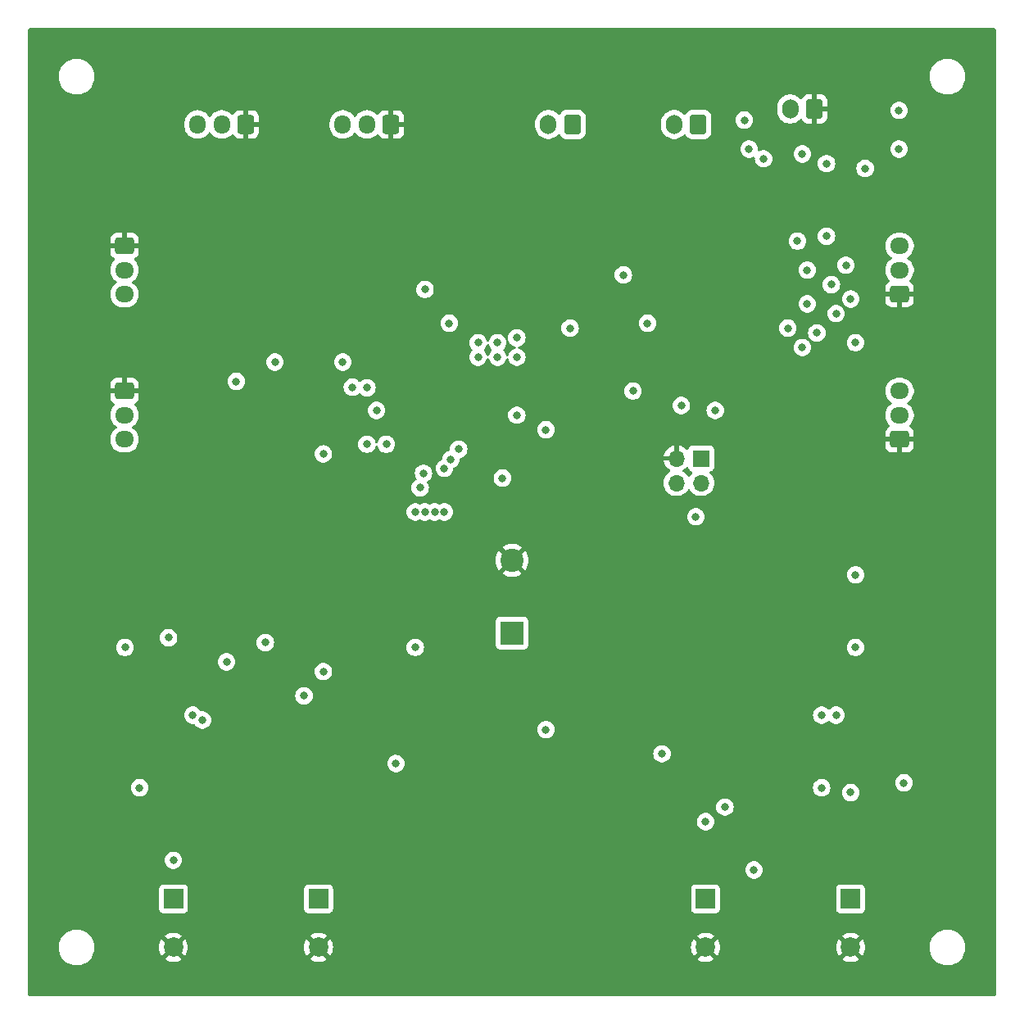
<source format=gbr>
%TF.GenerationSoftware,KiCad,Pcbnew,8.0.3*%
%TF.CreationDate,2024-07-05T23:28:03-07:00*%
%TF.ProjectId,go-kart-esc,676f2d6b-6172-4742-9d65-73632e6b6963,rev?*%
%TF.SameCoordinates,Original*%
%TF.FileFunction,Copper,L2,Inr*%
%TF.FilePolarity,Positive*%
%FSLAX46Y46*%
G04 Gerber Fmt 4.6, Leading zero omitted, Abs format (unit mm)*
G04 Created by KiCad (PCBNEW 8.0.3) date 2024-07-05 23:28:03*
%MOMM*%
%LPD*%
G01*
G04 APERTURE LIST*
G04 Aperture macros list*
%AMRoundRect*
0 Rectangle with rounded corners*
0 $1 Rounding radius*
0 $2 $3 $4 $5 $6 $7 $8 $9 X,Y pos of 4 corners*
0 Add a 4 corners polygon primitive as box body*
4,1,4,$2,$3,$4,$5,$6,$7,$8,$9,$2,$3,0*
0 Add four circle primitives for the rounded corners*
1,1,$1+$1,$2,$3*
1,1,$1+$1,$4,$5*
1,1,$1+$1,$6,$7*
1,1,$1+$1,$8,$9*
0 Add four rect primitives between the rounded corners*
20,1,$1+$1,$2,$3,$4,$5,0*
20,1,$1+$1,$4,$5,$6,$7,0*
20,1,$1+$1,$6,$7,$8,$9,0*
20,1,$1+$1,$8,$9,$2,$3,0*%
G04 Aperture macros list end*
%TA.AperFunction,ComponentPad*%
%ADD10R,2.000000X2.000000*%
%TD*%
%TA.AperFunction,ComponentPad*%
%ADD11C,2.000000*%
%TD*%
%TA.AperFunction,ComponentPad*%
%ADD12RoundRect,0.250000X0.725000X-0.600000X0.725000X0.600000X-0.725000X0.600000X-0.725000X-0.600000X0*%
%TD*%
%TA.AperFunction,ComponentPad*%
%ADD13O,1.950000X1.700000*%
%TD*%
%TA.AperFunction,ComponentPad*%
%ADD14R,2.400000X2.400000*%
%TD*%
%TA.AperFunction,ComponentPad*%
%ADD15C,2.400000*%
%TD*%
%TA.AperFunction,ComponentPad*%
%ADD16RoundRect,0.250000X0.600000X0.750000X-0.600000X0.750000X-0.600000X-0.750000X0.600000X-0.750000X0*%
%TD*%
%TA.AperFunction,ComponentPad*%
%ADD17O,1.700000X2.000000*%
%TD*%
%TA.AperFunction,ComponentPad*%
%ADD18RoundRect,0.250000X0.600000X0.725000X-0.600000X0.725000X-0.600000X-0.725000X0.600000X-0.725000X0*%
%TD*%
%TA.AperFunction,ComponentPad*%
%ADD19O,1.700000X1.950000*%
%TD*%
%TA.AperFunction,ComponentPad*%
%ADD20R,1.700000X1.700000*%
%TD*%
%TA.AperFunction,ComponentPad*%
%ADD21O,1.700000X1.700000*%
%TD*%
%TA.AperFunction,ComponentPad*%
%ADD22RoundRect,0.250000X-0.725000X0.600000X-0.725000X-0.600000X0.725000X-0.600000X0.725000X0.600000X0*%
%TD*%
%TA.AperFunction,ViaPad*%
%ADD23C,0.800000*%
%TD*%
G04 APERTURE END LIST*
D10*
%TO.N,+BATT*%
%TO.C,C602*%
X85000000Y-105000000D03*
D11*
%TO.N,GND*%
X85000000Y-110000000D03*
%TD*%
D12*
%TO.N,GND*%
%TO.C,J109*%
X105050000Y-57500000D03*
D13*
%TO.N,/STM32F042/MOTOR_TEMP_B*%
X105050000Y-55000000D03*
%TO.N,+3V3*%
X105050000Y-52500000D03*
%TD*%
D10*
%TO.N,+BATT*%
%TO.C,C302*%
X45000000Y-105000000D03*
D11*
%TO.N,GND*%
X45000000Y-110000000D03*
%TD*%
D14*
%TO.N,+BATT*%
%TO.C,C101*%
X65000000Y-77500000D03*
D15*
%TO.N,GND*%
X65000000Y-70000000D03*
%TD*%
D16*
%TO.N,GND*%
%TO.C,J103*%
X96250000Y-23350000D03*
D17*
%TO.N,+5V*%
X93750000Y-23350000D03*
%TD*%
D16*
%TO.N,/CAN/CANL*%
%TO.C,J104*%
X71250000Y-24950000D03*
D17*
%TO.N,/CAN/CANH*%
X68750000Y-24950000D03*
%TD*%
D18*
%TO.N,GND*%
%TO.C,J111*%
X52500000Y-24950000D03*
D19*
%TO.N,/STM32F042/THROTTLE*%
X50000000Y-24950000D03*
%TO.N,+3V3*%
X47500000Y-24950000D03*
%TD*%
D20*
%TO.N,/STM32F042/nRESET*%
%TO.C,J105*%
X84540000Y-59460000D03*
D21*
%TO.N,/STM32F042/SWDIO*%
X84540000Y-62000000D03*
%TO.N,GND*%
X82000000Y-59460000D03*
%TO.N,/STM32F042/SWCLK*%
X82000000Y-62000000D03*
%TD*%
D12*
%TO.N,GND*%
%TO.C,J108*%
X105050000Y-42500000D03*
D13*
%TO.N,/STM32F042/WHEEL_ENCODER_B*%
X105050000Y-40000000D03*
%TO.N,+3V3*%
X105050000Y-37500000D03*
%TD*%
D16*
%TO.N,/CAN/CANL*%
%TO.C,J401*%
X84250000Y-24950000D03*
D17*
%TO.N,/CAN/CANH*%
X81750000Y-24950000D03*
%TD*%
D10*
%TO.N,+BATT*%
%TO.C,C604*%
X30000000Y-105000000D03*
D11*
%TO.N,GND*%
X30000000Y-110000000D03*
%TD*%
D10*
%TO.N,+BATT*%
%TO.C,C304*%
X100000000Y-105000000D03*
D11*
%TO.N,GND*%
X100000000Y-110000000D03*
%TD*%
D22*
%TO.N,GND*%
%TO.C,J106*%
X24950000Y-52500000D03*
D13*
%TO.N,/STM32F042/MOTOR_TEMP_A*%
X24950000Y-55000000D03*
%TO.N,+3V3*%
X24950000Y-57500000D03*
%TD*%
D18*
%TO.N,GND*%
%TO.C,J112*%
X37500000Y-24950000D03*
D19*
%TO.N,/STM32F042/BRAKE*%
X35000000Y-24950000D03*
%TO.N,+3V3*%
X32500000Y-24950000D03*
%TD*%
D22*
%TO.N,GND*%
%TO.C,J107*%
X24950000Y-37500000D03*
D13*
%TO.N,/STM32F042/WHEEL_ENCODER_A*%
X24950000Y-40000000D03*
%TO.N,+3V3*%
X24950000Y-42500000D03*
%TD*%
D23*
%TO.N,GND*%
X88000000Y-57500000D03*
X40000000Y-111000000D03*
X37000000Y-32500000D03*
X79000000Y-69500000D03*
X94500000Y-63000000D03*
X46000000Y-78500000D03*
X92500000Y-54000000D03*
X98500000Y-66000000D03*
X37500000Y-41000000D03*
X44000000Y-48000000D03*
X32000000Y-113000000D03*
X25500000Y-60500000D03*
X53000000Y-47500000D03*
X36500000Y-110000000D03*
X61027464Y-86972536D03*
X82500000Y-87000000D03*
X90000000Y-30500000D03*
X47000000Y-89500000D03*
X73500000Y-47500000D03*
X104000000Y-112500000D03*
X36000000Y-27000000D03*
X23000000Y-68000000D03*
X84000000Y-99500000D03*
X38500000Y-30500000D03*
X72000000Y-28000000D03*
X27000000Y-109500000D03*
X113000000Y-103000000D03*
X41500000Y-36000000D03*
X88188689Y-69170815D03*
X45000000Y-39500000D03*
X101500000Y-43000000D03*
X65500000Y-38000000D03*
X70000000Y-48500000D03*
X86500000Y-57000000D03*
X77500000Y-60500000D03*
X99500000Y-58000000D03*
X29500000Y-57500000D03*
X51500000Y-45500000D03*
X74500000Y-35000000D03*
X84000000Y-87500000D03*
X73000000Y-30500000D03*
X60000000Y-43500000D03*
X43500000Y-38000000D03*
X32500000Y-28500000D03*
X36500000Y-30000000D03*
X90500000Y-53000000D03*
X27500000Y-113000000D03*
X46500000Y-87000000D03*
X70500000Y-67500000D03*
X29500000Y-63500000D03*
X82500000Y-64500000D03*
X45500000Y-91000000D03*
X58000000Y-42000000D03*
X74102823Y-100761944D03*
X65500000Y-43500000D03*
X92000000Y-37500000D03*
X51500000Y-112000000D03*
X97000000Y-56500000D03*
X52500000Y-28500000D03*
X100000000Y-63500000D03*
X35000000Y-37500000D03*
X46500000Y-41000000D03*
X37500000Y-113000000D03*
X28500000Y-42000000D03*
X52500000Y-110000000D03*
X24000000Y-30000000D03*
X54000000Y-30000000D03*
X43500000Y-63000000D03*
X95000000Y-53500000D03*
X113000000Y-107500000D03*
X72500000Y-32500000D03*
X51000000Y-32000000D03*
X66500000Y-111500000D03*
X87500000Y-51500000D03*
X96000000Y-31500000D03*
X113000000Y-69000000D03*
X21000000Y-32500000D03*
X62500000Y-44000000D03*
X18500000Y-105500000D03*
X42500000Y-77000000D03*
X77000000Y-82500000D03*
X100500000Y-53500000D03*
X74000000Y-41000000D03*
X70887571Y-93412796D03*
X39500000Y-34500000D03*
X77000000Y-49000000D03*
X94500000Y-58500000D03*
X68500000Y-102500000D03*
X82500000Y-91000000D03*
X92500000Y-28500000D03*
X30500000Y-28500000D03*
X80500000Y-48500000D03*
X53000000Y-34000000D03*
X59135000Y-61250000D03*
X33500000Y-49500000D03*
X50000000Y-89500000D03*
X58500000Y-83000000D03*
X48000000Y-88000000D03*
X46000000Y-88500000D03*
X18500000Y-69500000D03*
X97000000Y-60500000D03*
X38000000Y-49500000D03*
X102500000Y-64500000D03*
X72500000Y-103500000D03*
X33500000Y-37500000D03*
X68000000Y-31000000D03*
X100500000Y-69000000D03*
X62000000Y-67500000D03*
X48500000Y-110500000D03*
X91000000Y-112000000D03*
X98089625Y-68813565D03*
X98500000Y-31500000D03*
X21500000Y-104500000D03*
X52500000Y-68000000D03*
X56000000Y-38000000D03*
X69000000Y-46000000D03*
X89500000Y-57500000D03*
X71000000Y-59500000D03*
X53500000Y-85000000D03*
X92000000Y-60000000D03*
X34500000Y-55500000D03*
X49500000Y-87000000D03*
X53000000Y-38500000D03*
X94500000Y-50000000D03*
X109500000Y-65000000D03*
X79000000Y-64500000D03*
X87000000Y-100500000D03*
X43000000Y-49500000D03*
X84500000Y-54000000D03*
X16500000Y-92000000D03*
X107735381Y-69630137D03*
X56000000Y-34000000D03*
X48699500Y-55000000D03*
X84500000Y-93000000D03*
X67500000Y-28000000D03*
X66000000Y-34500000D03*
X53000000Y-36500000D03*
X19000000Y-90000000D03*
X53500000Y-80000000D03*
X75000000Y-90500000D03*
X87000000Y-28000000D03*
X19000000Y-84500000D03*
X57055282Y-90055282D03*
X36500000Y-38500000D03*
X55500000Y-53000000D03*
X73000000Y-84500000D03*
X43000000Y-68500000D03*
X90500000Y-48000000D03*
X47000000Y-47500000D03*
X103000000Y-69000000D03*
X66000000Y-40500000D03*
X51000000Y-40500000D03*
X77500000Y-57500000D03*
X97500000Y-54000000D03*
X53000000Y-41000000D03*
X55500000Y-32000000D03*
X75500000Y-62500000D03*
X82500000Y-112000000D03*
X58500000Y-53000000D03*
X42000000Y-45500000D03*
X27000000Y-70000000D03*
X32500000Y-20500000D03*
X71500000Y-57500000D03*
X48000000Y-43500000D03*
X48000000Y-28500000D03*
X22500000Y-65000000D03*
X37500000Y-69500000D03*
X71000000Y-97500000D03*
X84000000Y-69500000D03*
X72000000Y-90000000D03*
X81000000Y-58000000D03*
X53000000Y-81500000D03*
X83500000Y-98500000D03*
X76500000Y-43000000D03*
X67000000Y-106500000D03*
X32500000Y-33500000D03*
X33000000Y-69500000D03*
X74500000Y-61500000D03*
X93000000Y-57000000D03*
X76000000Y-38000000D03*
X93394336Y-69119779D03*
X48000000Y-90500000D03*
X76705646Y-109846307D03*
X59500000Y-70500000D03*
X112992063Y-85400183D03*
X53000000Y-43500000D03*
X73500000Y-93500000D03*
X44000000Y-70500000D03*
X30000000Y-67500000D03*
X17000000Y-87000000D03*
X70500000Y-90000000D03*
X17500000Y-101500000D03*
X67500000Y-36000000D03*
X45063481Y-112806380D03*
X37000000Y-60000000D03*
X112787920Y-90656865D03*
X82000000Y-93000000D03*
X43500000Y-56500000D03*
X28500000Y-57000000D03*
X49000000Y-67500000D03*
X55000000Y-70000000D03*
X41000000Y-67500000D03*
X59000000Y-62699500D03*
X29500000Y-52000000D03*
X35500000Y-63500000D03*
X32000000Y-31000000D03*
X50500000Y-69500000D03*
X26500000Y-33500000D03*
X74500000Y-42000000D03*
X78000000Y-62500000D03*
X25000000Y-110500000D03*
X68000000Y-50767657D03*
X83500000Y-92000000D03*
X112532742Y-80143501D03*
X27000000Y-58500000D03*
X103000000Y-53500000D03*
X77471182Y-111326344D03*
X101000000Y-57500000D03*
X18000000Y-92000000D03*
%TO.N,+3V3*%
X98000000Y-41500000D03*
X93500000Y-46000000D03*
X76500000Y-40500000D03*
X95500000Y-43500000D03*
X63500000Y-47500000D03*
X64000000Y-61500000D03*
X65500000Y-49000000D03*
X96500000Y-46500000D03*
X65500000Y-47000000D03*
X95500000Y-40000000D03*
X90000000Y-102000000D03*
X100000000Y-43000000D03*
X61500000Y-49000000D03*
X45500000Y-81500000D03*
X98500000Y-86000000D03*
X94500000Y-37000000D03*
X77500000Y-52500000D03*
X98500000Y-44500000D03*
X50000000Y-58000000D03*
X63500000Y-49000000D03*
X85000000Y-97000000D03*
X95000000Y-48000000D03*
X61500000Y-47500000D03*
X99500000Y-39500000D03*
X32000000Y-86000000D03*
X56000000Y-42000000D03*
X100500000Y-47500000D03*
X97500000Y-36500000D03*
X39500000Y-78500000D03*
%TO.N,/STM32F042/MOTOR_TEMP_B*%
X82500000Y-54000000D03*
X51000000Y-54500000D03*
%TO.N,/STM32F042/WHEEL_ENCODER_A*%
X52000000Y-58000000D03*
X40500000Y-49500000D03*
X65500000Y-55000000D03*
X45500000Y-59000000D03*
%TO.N,/STM32F042/WHEEL_ENCODER_B*%
X68500000Y-56500000D03*
X86000000Y-54500000D03*
%TO.N,/DRV8701P-A/GH1*%
X30000000Y-101000000D03*
%TO.N,/DRV8701P-A/SH1*%
X26500000Y-93500000D03*
%TO.N,/DRV8701P-A/GL1*%
X33000000Y-86500000D03*
%TO.N,/DRV8701P-A/GH2*%
X29500000Y-78000000D03*
%TO.N,/DRV8701P-A/SH2*%
X25000000Y-79000000D03*
%TO.N,/DRV8701P-A/GL2*%
X35500000Y-80500000D03*
%TO.N,/DRV8701P-A1/GH1*%
X100500000Y-71500000D03*
%TO.N,/DRV8701P-A1/SH1*%
X100500000Y-79000000D03*
%TO.N,/DRV8701P-A1/GL1*%
X97000000Y-86000000D03*
%TO.N,/DRV8701P-A1/GH2*%
X100000000Y-94000000D03*
%TO.N,/DRV8701P-A1/SH2*%
X105500000Y-93000000D03*
%TO.N,/DRV8701P-A1/GL2*%
X97000000Y-93500000D03*
%TO.N,/Power-A/CURR*%
X47500000Y-49500000D03*
%TO.N,/Power-A/TEMP*%
X36500000Y-51500000D03*
%TO.N,/Power-A1/CURR*%
X50000000Y-52166657D03*
%TO.N,/Power-A1/TEMP*%
X48500000Y-52100500D03*
%TO.N,/DRV8701P-A1/nFAULT*%
X55500000Y-62500000D03*
%TO.N,/DRV8701P-A1/nSLEEP*%
X55850500Y-61000000D03*
%TO.N,/DRV8701P-A/nFAULT*%
X55000000Y-65000000D03*
%TO.N,/DRV8701P-A/nSLEEP*%
X56000000Y-65000000D03*
%TO.N,/DRV8701P-A1/IN1*%
X58672791Y-59561504D03*
%TO.N,/DRV8701P-A1/IN2*%
X58000000Y-60500000D03*
%TO.N,/DRV8701P-A/IN1*%
X58000000Y-65000000D03*
%TO.N,/DRV8701P-A/IN2*%
X57000000Y-65000000D03*
%TO.N,/Power-A/C*%
X43500000Y-84000000D03*
%TO.N,/Power-A1/C*%
X87000000Y-95500000D03*
%TO.N,+5V*%
X105000000Y-23500000D03*
X71000000Y-46000000D03*
X89000000Y-24500000D03*
X101500000Y-29500000D03*
X95000000Y-28000000D03*
X105000000Y-27500000D03*
X91000000Y-28500000D03*
X89500000Y-27500000D03*
X97500000Y-29000000D03*
%TO.N,+BATT*%
X80500000Y-90000000D03*
X53000000Y-91000000D03*
%TO.N,/STM32F042/SWDIO*%
X84000000Y-65500000D03*
X59486551Y-58513449D03*
%TO.N,/STM32F042/nRESET*%
X79000000Y-45500000D03*
X58500000Y-45500000D03*
%TO.N,Net-(U201-DVDD)*%
X55000000Y-79000000D03*
%TO.N,Net-(U501-DVDD)*%
X68500000Y-87500000D03*
%TD*%
%TA.AperFunction,Conductor*%
%TO.N,GND*%
G36*
X114943039Y-15019685D02*
G01*
X114988794Y-15072489D01*
X115000000Y-15124000D01*
X115000000Y-114876000D01*
X114980315Y-114943039D01*
X114927511Y-114988794D01*
X114876000Y-115000000D01*
X15124000Y-115000000D01*
X15056961Y-114980315D01*
X15011206Y-114927511D01*
X15000000Y-114876000D01*
X15000000Y-109878711D01*
X18149500Y-109878711D01*
X18149500Y-110121288D01*
X18181161Y-110361785D01*
X18243947Y-110596104D01*
X18293763Y-110716369D01*
X18336776Y-110820212D01*
X18458064Y-111030289D01*
X18458066Y-111030292D01*
X18458067Y-111030293D01*
X18605733Y-111222736D01*
X18605739Y-111222743D01*
X18777256Y-111394260D01*
X18777262Y-111394265D01*
X18969711Y-111541936D01*
X19179788Y-111663224D01*
X19403900Y-111756054D01*
X19638211Y-111818838D01*
X19818586Y-111842584D01*
X19878711Y-111850500D01*
X19878712Y-111850500D01*
X20121289Y-111850500D01*
X20169388Y-111844167D01*
X20361789Y-111818838D01*
X20596100Y-111756054D01*
X20820212Y-111663224D01*
X21030289Y-111541936D01*
X21222738Y-111394265D01*
X21394265Y-111222738D01*
X21541936Y-111030289D01*
X21663224Y-110820212D01*
X21756054Y-110596100D01*
X21818838Y-110361789D01*
X21850500Y-110121288D01*
X21850500Y-109999994D01*
X28494859Y-109999994D01*
X28494859Y-110000005D01*
X28515385Y-110247729D01*
X28515387Y-110247738D01*
X28576412Y-110488717D01*
X28676266Y-110716364D01*
X28776564Y-110869882D01*
X29517037Y-110129409D01*
X29534075Y-110192993D01*
X29599901Y-110307007D01*
X29692993Y-110400099D01*
X29807007Y-110465925D01*
X29870590Y-110482962D01*
X29129942Y-111223609D01*
X29176768Y-111260055D01*
X29176770Y-111260056D01*
X29395385Y-111378364D01*
X29395396Y-111378369D01*
X29630506Y-111459083D01*
X29875707Y-111500000D01*
X30124293Y-111500000D01*
X30369493Y-111459083D01*
X30604603Y-111378369D01*
X30604614Y-111378364D01*
X30823228Y-111260057D01*
X30823231Y-111260055D01*
X30870056Y-111223609D01*
X30129409Y-110482962D01*
X30192993Y-110465925D01*
X30307007Y-110400099D01*
X30400099Y-110307007D01*
X30465925Y-110192993D01*
X30482962Y-110129410D01*
X31223434Y-110869882D01*
X31323731Y-110716369D01*
X31423587Y-110488717D01*
X31484612Y-110247738D01*
X31484614Y-110247729D01*
X31505141Y-110000005D01*
X31505141Y-109999994D01*
X43494859Y-109999994D01*
X43494859Y-110000005D01*
X43515385Y-110247729D01*
X43515387Y-110247738D01*
X43576412Y-110488717D01*
X43676266Y-110716364D01*
X43776564Y-110869882D01*
X44517037Y-110129409D01*
X44534075Y-110192993D01*
X44599901Y-110307007D01*
X44692993Y-110400099D01*
X44807007Y-110465925D01*
X44870590Y-110482962D01*
X44129942Y-111223609D01*
X44176768Y-111260055D01*
X44176770Y-111260056D01*
X44395385Y-111378364D01*
X44395396Y-111378369D01*
X44630506Y-111459083D01*
X44875707Y-111500000D01*
X45124293Y-111500000D01*
X45369493Y-111459083D01*
X45604603Y-111378369D01*
X45604614Y-111378364D01*
X45823228Y-111260057D01*
X45823231Y-111260055D01*
X45870056Y-111223609D01*
X45129409Y-110482962D01*
X45192993Y-110465925D01*
X45307007Y-110400099D01*
X45400099Y-110307007D01*
X45465925Y-110192993D01*
X45482962Y-110129410D01*
X46223434Y-110869882D01*
X46323731Y-110716369D01*
X46423587Y-110488717D01*
X46484612Y-110247738D01*
X46484614Y-110247729D01*
X46505141Y-110000005D01*
X46505141Y-109999994D01*
X83494859Y-109999994D01*
X83494859Y-110000005D01*
X83515385Y-110247729D01*
X83515387Y-110247738D01*
X83576412Y-110488717D01*
X83676266Y-110716364D01*
X83776564Y-110869882D01*
X84517037Y-110129409D01*
X84534075Y-110192993D01*
X84599901Y-110307007D01*
X84692993Y-110400099D01*
X84807007Y-110465925D01*
X84870590Y-110482962D01*
X84129942Y-111223609D01*
X84176768Y-111260055D01*
X84176770Y-111260056D01*
X84395385Y-111378364D01*
X84395396Y-111378369D01*
X84630506Y-111459083D01*
X84875707Y-111500000D01*
X85124293Y-111500000D01*
X85369493Y-111459083D01*
X85604603Y-111378369D01*
X85604614Y-111378364D01*
X85823228Y-111260057D01*
X85823231Y-111260055D01*
X85870056Y-111223609D01*
X85129409Y-110482962D01*
X85192993Y-110465925D01*
X85307007Y-110400099D01*
X85400099Y-110307007D01*
X85465925Y-110192993D01*
X85482962Y-110129409D01*
X86223434Y-110869882D01*
X86323731Y-110716369D01*
X86423587Y-110488717D01*
X86484612Y-110247738D01*
X86484614Y-110247729D01*
X86505141Y-110000005D01*
X86505141Y-109999994D01*
X98494859Y-109999994D01*
X98494859Y-110000005D01*
X98515385Y-110247729D01*
X98515387Y-110247738D01*
X98576412Y-110488717D01*
X98676266Y-110716364D01*
X98776564Y-110869882D01*
X99517037Y-110129409D01*
X99534075Y-110192993D01*
X99599901Y-110307007D01*
X99692993Y-110400099D01*
X99807007Y-110465925D01*
X99870590Y-110482962D01*
X99129942Y-111223609D01*
X99176768Y-111260055D01*
X99176770Y-111260056D01*
X99395385Y-111378364D01*
X99395396Y-111378369D01*
X99630506Y-111459083D01*
X99875707Y-111500000D01*
X100124293Y-111500000D01*
X100369493Y-111459083D01*
X100604603Y-111378369D01*
X100604614Y-111378364D01*
X100823228Y-111260057D01*
X100823231Y-111260055D01*
X100870056Y-111223609D01*
X100129409Y-110482962D01*
X100192993Y-110465925D01*
X100307007Y-110400099D01*
X100400099Y-110307007D01*
X100465925Y-110192993D01*
X100482962Y-110129410D01*
X101223434Y-110869882D01*
X101323731Y-110716369D01*
X101423587Y-110488717D01*
X101484612Y-110247738D01*
X101484614Y-110247729D01*
X101505141Y-110000005D01*
X101505141Y-109999994D01*
X101495091Y-109878711D01*
X108149500Y-109878711D01*
X108149500Y-110121288D01*
X108181161Y-110361785D01*
X108243947Y-110596104D01*
X108293763Y-110716369D01*
X108336776Y-110820212D01*
X108458064Y-111030289D01*
X108458066Y-111030292D01*
X108458067Y-111030293D01*
X108605733Y-111222736D01*
X108605739Y-111222743D01*
X108777256Y-111394260D01*
X108777262Y-111394265D01*
X108969711Y-111541936D01*
X109179788Y-111663224D01*
X109403900Y-111756054D01*
X109638211Y-111818838D01*
X109818586Y-111842584D01*
X109878711Y-111850500D01*
X109878712Y-111850500D01*
X110121289Y-111850500D01*
X110169388Y-111844167D01*
X110361789Y-111818838D01*
X110596100Y-111756054D01*
X110820212Y-111663224D01*
X111030289Y-111541936D01*
X111222738Y-111394265D01*
X111394265Y-111222738D01*
X111541936Y-111030289D01*
X111663224Y-110820212D01*
X111756054Y-110596100D01*
X111818838Y-110361789D01*
X111850500Y-110121288D01*
X111850500Y-109878712D01*
X111818838Y-109638211D01*
X111756054Y-109403900D01*
X111663224Y-109179788D01*
X111541936Y-108969711D01*
X111394265Y-108777262D01*
X111394260Y-108777256D01*
X111222743Y-108605739D01*
X111222736Y-108605733D01*
X111030293Y-108458067D01*
X111030292Y-108458066D01*
X111030289Y-108458064D01*
X110820212Y-108336776D01*
X110820205Y-108336773D01*
X110596104Y-108243947D01*
X110361785Y-108181161D01*
X110121289Y-108149500D01*
X110121288Y-108149500D01*
X109878712Y-108149500D01*
X109878711Y-108149500D01*
X109638214Y-108181161D01*
X109403895Y-108243947D01*
X109179794Y-108336773D01*
X109179785Y-108336777D01*
X108969706Y-108458067D01*
X108777263Y-108605733D01*
X108777256Y-108605739D01*
X108605739Y-108777256D01*
X108605733Y-108777263D01*
X108458067Y-108969706D01*
X108336777Y-109179785D01*
X108336773Y-109179794D01*
X108243947Y-109403895D01*
X108181161Y-109638214D01*
X108149500Y-109878711D01*
X101495091Y-109878711D01*
X101484614Y-109752270D01*
X101484612Y-109752261D01*
X101423587Y-109511282D01*
X101323731Y-109283630D01*
X101223434Y-109130116D01*
X100482962Y-109870589D01*
X100465925Y-109807007D01*
X100400099Y-109692993D01*
X100307007Y-109599901D01*
X100192993Y-109534075D01*
X100129410Y-109517037D01*
X100870057Y-108776390D01*
X100870056Y-108776389D01*
X100823229Y-108739943D01*
X100604614Y-108621635D01*
X100604603Y-108621630D01*
X100369493Y-108540916D01*
X100124293Y-108500000D01*
X99875707Y-108500000D01*
X99630506Y-108540916D01*
X99395396Y-108621630D01*
X99395390Y-108621632D01*
X99176761Y-108739949D01*
X99129942Y-108776388D01*
X99129942Y-108776390D01*
X99870590Y-109517037D01*
X99807007Y-109534075D01*
X99692993Y-109599901D01*
X99599901Y-109692993D01*
X99534075Y-109807007D01*
X99517037Y-109870589D01*
X98776564Y-109130116D01*
X98676267Y-109283632D01*
X98576412Y-109511282D01*
X98515387Y-109752261D01*
X98515385Y-109752270D01*
X98494859Y-109999994D01*
X86505141Y-109999994D01*
X86484614Y-109752270D01*
X86484612Y-109752261D01*
X86423587Y-109511282D01*
X86323731Y-109283630D01*
X86223434Y-109130116D01*
X85482962Y-109870589D01*
X85465925Y-109807007D01*
X85400099Y-109692993D01*
X85307007Y-109599901D01*
X85192993Y-109534075D01*
X85129410Y-109517037D01*
X85870057Y-108776390D01*
X85870056Y-108776389D01*
X85823229Y-108739943D01*
X85604614Y-108621635D01*
X85604603Y-108621630D01*
X85369493Y-108540916D01*
X85124293Y-108500000D01*
X84875707Y-108500000D01*
X84630506Y-108540916D01*
X84395396Y-108621630D01*
X84395390Y-108621632D01*
X84176761Y-108739949D01*
X84129942Y-108776388D01*
X84129942Y-108776390D01*
X84870590Y-109517037D01*
X84807007Y-109534075D01*
X84692993Y-109599901D01*
X84599901Y-109692993D01*
X84534075Y-109807007D01*
X84517037Y-109870589D01*
X83776564Y-109130116D01*
X83676267Y-109283632D01*
X83576412Y-109511282D01*
X83515387Y-109752261D01*
X83515385Y-109752270D01*
X83494859Y-109999994D01*
X46505141Y-109999994D01*
X46484614Y-109752270D01*
X46484612Y-109752261D01*
X46423587Y-109511282D01*
X46323731Y-109283630D01*
X46223434Y-109130116D01*
X45482962Y-109870589D01*
X45465925Y-109807007D01*
X45400099Y-109692993D01*
X45307007Y-109599901D01*
X45192993Y-109534075D01*
X45129410Y-109517037D01*
X45870057Y-108776390D01*
X45870056Y-108776389D01*
X45823229Y-108739943D01*
X45604614Y-108621635D01*
X45604603Y-108621630D01*
X45369493Y-108540916D01*
X45124293Y-108500000D01*
X44875707Y-108500000D01*
X44630506Y-108540916D01*
X44395396Y-108621630D01*
X44395390Y-108621632D01*
X44176761Y-108739949D01*
X44129942Y-108776388D01*
X44129942Y-108776390D01*
X44870590Y-109517037D01*
X44807007Y-109534075D01*
X44692993Y-109599901D01*
X44599901Y-109692993D01*
X44534075Y-109807007D01*
X44517037Y-109870589D01*
X43776564Y-109130116D01*
X43676267Y-109283632D01*
X43576412Y-109511282D01*
X43515387Y-109752261D01*
X43515385Y-109752270D01*
X43494859Y-109999994D01*
X31505141Y-109999994D01*
X31484614Y-109752270D01*
X31484612Y-109752261D01*
X31423587Y-109511282D01*
X31323731Y-109283630D01*
X31223434Y-109130116D01*
X30482962Y-109870589D01*
X30465925Y-109807007D01*
X30400099Y-109692993D01*
X30307007Y-109599901D01*
X30192993Y-109534075D01*
X30129410Y-109517037D01*
X30870057Y-108776390D01*
X30870056Y-108776389D01*
X30823229Y-108739943D01*
X30604614Y-108621635D01*
X30604603Y-108621630D01*
X30369493Y-108540916D01*
X30124293Y-108500000D01*
X29875707Y-108500000D01*
X29630506Y-108540916D01*
X29395396Y-108621630D01*
X29395390Y-108621632D01*
X29176761Y-108739949D01*
X29129942Y-108776388D01*
X29129942Y-108776390D01*
X29870590Y-109517037D01*
X29807007Y-109534075D01*
X29692993Y-109599901D01*
X29599901Y-109692993D01*
X29534075Y-109807007D01*
X29517037Y-109870589D01*
X28776564Y-109130116D01*
X28676267Y-109283632D01*
X28576412Y-109511282D01*
X28515387Y-109752261D01*
X28515385Y-109752270D01*
X28494859Y-109999994D01*
X21850500Y-109999994D01*
X21850500Y-109878712D01*
X21818838Y-109638211D01*
X21756054Y-109403900D01*
X21663224Y-109179788D01*
X21541936Y-108969711D01*
X21394265Y-108777262D01*
X21394260Y-108777256D01*
X21222743Y-108605739D01*
X21222736Y-108605733D01*
X21030293Y-108458067D01*
X21030292Y-108458066D01*
X21030289Y-108458064D01*
X20820212Y-108336776D01*
X20820205Y-108336773D01*
X20596104Y-108243947D01*
X20361785Y-108181161D01*
X20121289Y-108149500D01*
X20121288Y-108149500D01*
X19878712Y-108149500D01*
X19878711Y-108149500D01*
X19638214Y-108181161D01*
X19403895Y-108243947D01*
X19179794Y-108336773D01*
X19179785Y-108336777D01*
X18969706Y-108458067D01*
X18777263Y-108605733D01*
X18777256Y-108605739D01*
X18605739Y-108777256D01*
X18605733Y-108777263D01*
X18458067Y-108969706D01*
X18336777Y-109179785D01*
X18336773Y-109179794D01*
X18243947Y-109403895D01*
X18181161Y-109638214D01*
X18149500Y-109878711D01*
X15000000Y-109878711D01*
X15000000Y-103952135D01*
X28499500Y-103952135D01*
X28499500Y-106047870D01*
X28499501Y-106047876D01*
X28505908Y-106107483D01*
X28556202Y-106242328D01*
X28556206Y-106242335D01*
X28642452Y-106357544D01*
X28642455Y-106357547D01*
X28757664Y-106443793D01*
X28757671Y-106443797D01*
X28892517Y-106494091D01*
X28892516Y-106494091D01*
X28899444Y-106494835D01*
X28952127Y-106500500D01*
X31047872Y-106500499D01*
X31107483Y-106494091D01*
X31242331Y-106443796D01*
X31357546Y-106357546D01*
X31443796Y-106242331D01*
X31494091Y-106107483D01*
X31500500Y-106047873D01*
X31500499Y-103952135D01*
X43499500Y-103952135D01*
X43499500Y-106047870D01*
X43499501Y-106047876D01*
X43505908Y-106107483D01*
X43556202Y-106242328D01*
X43556206Y-106242335D01*
X43642452Y-106357544D01*
X43642455Y-106357547D01*
X43757664Y-106443793D01*
X43757671Y-106443797D01*
X43892517Y-106494091D01*
X43892516Y-106494091D01*
X43899444Y-106494835D01*
X43952127Y-106500500D01*
X46047872Y-106500499D01*
X46107483Y-106494091D01*
X46242331Y-106443796D01*
X46357546Y-106357546D01*
X46443796Y-106242331D01*
X46494091Y-106107483D01*
X46500500Y-106047873D01*
X46500499Y-103952135D01*
X83499500Y-103952135D01*
X83499500Y-106047870D01*
X83499501Y-106047876D01*
X83505908Y-106107483D01*
X83556202Y-106242328D01*
X83556206Y-106242335D01*
X83642452Y-106357544D01*
X83642455Y-106357547D01*
X83757664Y-106443793D01*
X83757671Y-106443797D01*
X83892517Y-106494091D01*
X83892516Y-106494091D01*
X83899444Y-106494835D01*
X83952127Y-106500500D01*
X86047872Y-106500499D01*
X86107483Y-106494091D01*
X86242331Y-106443796D01*
X86357546Y-106357546D01*
X86443796Y-106242331D01*
X86494091Y-106107483D01*
X86500500Y-106047873D01*
X86500499Y-103952135D01*
X98499500Y-103952135D01*
X98499500Y-106047870D01*
X98499501Y-106047876D01*
X98505908Y-106107483D01*
X98556202Y-106242328D01*
X98556206Y-106242335D01*
X98642452Y-106357544D01*
X98642455Y-106357547D01*
X98757664Y-106443793D01*
X98757671Y-106443797D01*
X98892517Y-106494091D01*
X98892516Y-106494091D01*
X98899444Y-106494835D01*
X98952127Y-106500500D01*
X101047872Y-106500499D01*
X101107483Y-106494091D01*
X101242331Y-106443796D01*
X101357546Y-106357546D01*
X101443796Y-106242331D01*
X101494091Y-106107483D01*
X101500500Y-106047873D01*
X101500499Y-103952128D01*
X101494091Y-103892517D01*
X101443796Y-103757669D01*
X101443795Y-103757668D01*
X101443793Y-103757664D01*
X101357547Y-103642455D01*
X101357544Y-103642452D01*
X101242335Y-103556206D01*
X101242328Y-103556202D01*
X101107482Y-103505908D01*
X101107483Y-103505908D01*
X101047883Y-103499501D01*
X101047881Y-103499500D01*
X101047873Y-103499500D01*
X101047864Y-103499500D01*
X98952129Y-103499500D01*
X98952123Y-103499501D01*
X98892516Y-103505908D01*
X98757671Y-103556202D01*
X98757664Y-103556206D01*
X98642455Y-103642452D01*
X98642452Y-103642455D01*
X98556206Y-103757664D01*
X98556202Y-103757671D01*
X98505908Y-103892517D01*
X98499501Y-103952116D01*
X98499501Y-103952123D01*
X98499500Y-103952135D01*
X86500499Y-103952135D01*
X86500499Y-103952128D01*
X86494091Y-103892517D01*
X86443796Y-103757669D01*
X86443795Y-103757668D01*
X86443793Y-103757664D01*
X86357547Y-103642455D01*
X86357544Y-103642452D01*
X86242335Y-103556206D01*
X86242328Y-103556202D01*
X86107482Y-103505908D01*
X86107483Y-103505908D01*
X86047883Y-103499501D01*
X86047881Y-103499500D01*
X86047873Y-103499500D01*
X86047864Y-103499500D01*
X83952129Y-103499500D01*
X83952123Y-103499501D01*
X83892516Y-103505908D01*
X83757671Y-103556202D01*
X83757664Y-103556206D01*
X83642455Y-103642452D01*
X83642452Y-103642455D01*
X83556206Y-103757664D01*
X83556202Y-103757671D01*
X83505908Y-103892517D01*
X83499501Y-103952116D01*
X83499501Y-103952123D01*
X83499500Y-103952135D01*
X46500499Y-103952135D01*
X46500499Y-103952128D01*
X46494091Y-103892517D01*
X46443796Y-103757669D01*
X46443795Y-103757668D01*
X46443793Y-103757664D01*
X46357547Y-103642455D01*
X46357544Y-103642452D01*
X46242335Y-103556206D01*
X46242328Y-103556202D01*
X46107482Y-103505908D01*
X46107483Y-103505908D01*
X46047883Y-103499501D01*
X46047881Y-103499500D01*
X46047873Y-103499500D01*
X46047864Y-103499500D01*
X43952129Y-103499500D01*
X43952123Y-103499501D01*
X43892516Y-103505908D01*
X43757671Y-103556202D01*
X43757664Y-103556206D01*
X43642455Y-103642452D01*
X43642452Y-103642455D01*
X43556206Y-103757664D01*
X43556202Y-103757671D01*
X43505908Y-103892517D01*
X43499501Y-103952116D01*
X43499501Y-103952123D01*
X43499500Y-103952135D01*
X31500499Y-103952135D01*
X31500499Y-103952128D01*
X31494091Y-103892517D01*
X31443796Y-103757669D01*
X31443795Y-103757668D01*
X31443793Y-103757664D01*
X31357547Y-103642455D01*
X31357544Y-103642452D01*
X31242335Y-103556206D01*
X31242328Y-103556202D01*
X31107482Y-103505908D01*
X31107483Y-103505908D01*
X31047883Y-103499501D01*
X31047881Y-103499500D01*
X31047873Y-103499500D01*
X31047864Y-103499500D01*
X28952129Y-103499500D01*
X28952123Y-103499501D01*
X28892516Y-103505908D01*
X28757671Y-103556202D01*
X28757664Y-103556206D01*
X28642455Y-103642452D01*
X28642452Y-103642455D01*
X28556206Y-103757664D01*
X28556202Y-103757671D01*
X28505908Y-103892517D01*
X28499501Y-103952116D01*
X28499501Y-103952123D01*
X28499500Y-103952135D01*
X15000000Y-103952135D01*
X15000000Y-102000000D01*
X89094540Y-102000000D01*
X89114326Y-102188256D01*
X89114327Y-102188259D01*
X89172818Y-102368277D01*
X89172821Y-102368284D01*
X89267467Y-102532216D01*
X89394129Y-102672888D01*
X89547265Y-102784148D01*
X89547270Y-102784151D01*
X89720192Y-102861142D01*
X89720197Y-102861144D01*
X89905354Y-102900500D01*
X89905355Y-102900500D01*
X90094644Y-102900500D01*
X90094646Y-102900500D01*
X90279803Y-102861144D01*
X90452730Y-102784151D01*
X90605871Y-102672888D01*
X90732533Y-102532216D01*
X90827179Y-102368284D01*
X90885674Y-102188256D01*
X90905460Y-102000000D01*
X90885674Y-101811744D01*
X90827179Y-101631716D01*
X90732533Y-101467784D01*
X90605871Y-101327112D01*
X90605870Y-101327111D01*
X90452734Y-101215851D01*
X90452729Y-101215848D01*
X90279807Y-101138857D01*
X90279802Y-101138855D01*
X90134001Y-101107865D01*
X90094646Y-101099500D01*
X89905354Y-101099500D01*
X89872897Y-101106398D01*
X89720197Y-101138855D01*
X89720192Y-101138857D01*
X89547270Y-101215848D01*
X89547265Y-101215851D01*
X89394129Y-101327111D01*
X89267466Y-101467785D01*
X89172821Y-101631715D01*
X89172818Y-101631722D01*
X89114327Y-101811740D01*
X89114326Y-101811744D01*
X89094540Y-102000000D01*
X15000000Y-102000000D01*
X15000000Y-101000000D01*
X29094540Y-101000000D01*
X29114326Y-101188256D01*
X29114327Y-101188259D01*
X29172818Y-101368277D01*
X29172821Y-101368284D01*
X29267467Y-101532216D01*
X29357063Y-101631722D01*
X29394129Y-101672888D01*
X29547265Y-101784148D01*
X29547270Y-101784151D01*
X29720192Y-101861142D01*
X29720197Y-101861144D01*
X29905354Y-101900500D01*
X29905355Y-101900500D01*
X30094644Y-101900500D01*
X30094646Y-101900500D01*
X30279803Y-101861144D01*
X30452730Y-101784151D01*
X30605871Y-101672888D01*
X30732533Y-101532216D01*
X30827179Y-101368284D01*
X30885674Y-101188256D01*
X30905460Y-101000000D01*
X30885674Y-100811744D01*
X30827179Y-100631716D01*
X30732533Y-100467784D01*
X30605871Y-100327112D01*
X30605870Y-100327111D01*
X30452734Y-100215851D01*
X30452729Y-100215848D01*
X30279807Y-100138857D01*
X30279802Y-100138855D01*
X30134001Y-100107865D01*
X30094646Y-100099500D01*
X29905354Y-100099500D01*
X29872897Y-100106398D01*
X29720197Y-100138855D01*
X29720192Y-100138857D01*
X29547270Y-100215848D01*
X29547265Y-100215851D01*
X29394129Y-100327111D01*
X29267466Y-100467785D01*
X29172821Y-100631715D01*
X29172818Y-100631722D01*
X29114327Y-100811740D01*
X29114326Y-100811744D01*
X29094540Y-101000000D01*
X15000000Y-101000000D01*
X15000000Y-97000000D01*
X84094540Y-97000000D01*
X84114326Y-97188256D01*
X84114327Y-97188259D01*
X84172818Y-97368277D01*
X84172821Y-97368284D01*
X84267467Y-97532216D01*
X84394129Y-97672888D01*
X84547265Y-97784148D01*
X84547270Y-97784151D01*
X84720192Y-97861142D01*
X84720197Y-97861144D01*
X84905354Y-97900500D01*
X84905355Y-97900500D01*
X85094644Y-97900500D01*
X85094646Y-97900500D01*
X85279803Y-97861144D01*
X85452730Y-97784151D01*
X85605871Y-97672888D01*
X85732533Y-97532216D01*
X85827179Y-97368284D01*
X85885674Y-97188256D01*
X85905460Y-97000000D01*
X85885674Y-96811744D01*
X85827179Y-96631716D01*
X85732533Y-96467784D01*
X85605871Y-96327112D01*
X85605870Y-96327111D01*
X85452734Y-96215851D01*
X85452729Y-96215848D01*
X85279807Y-96138857D01*
X85279802Y-96138855D01*
X85134001Y-96107865D01*
X85094646Y-96099500D01*
X84905354Y-96099500D01*
X84872897Y-96106398D01*
X84720197Y-96138855D01*
X84720192Y-96138857D01*
X84547270Y-96215848D01*
X84547265Y-96215851D01*
X84394129Y-96327111D01*
X84267466Y-96467785D01*
X84172821Y-96631715D01*
X84172818Y-96631722D01*
X84114327Y-96811740D01*
X84114326Y-96811744D01*
X84094540Y-97000000D01*
X15000000Y-97000000D01*
X15000000Y-95500000D01*
X86094540Y-95500000D01*
X86114326Y-95688256D01*
X86114327Y-95688259D01*
X86172818Y-95868277D01*
X86172821Y-95868284D01*
X86267467Y-96032216D01*
X86363487Y-96138857D01*
X86394129Y-96172888D01*
X86547265Y-96284148D01*
X86547270Y-96284151D01*
X86720192Y-96361142D01*
X86720197Y-96361144D01*
X86905354Y-96400500D01*
X86905355Y-96400500D01*
X87094644Y-96400500D01*
X87094646Y-96400500D01*
X87279803Y-96361144D01*
X87452730Y-96284151D01*
X87605871Y-96172888D01*
X87732533Y-96032216D01*
X87827179Y-95868284D01*
X87885674Y-95688256D01*
X87905460Y-95500000D01*
X87885674Y-95311744D01*
X87827179Y-95131716D01*
X87732533Y-94967784D01*
X87605871Y-94827112D01*
X87605870Y-94827111D01*
X87452734Y-94715851D01*
X87452729Y-94715848D01*
X87279807Y-94638857D01*
X87279802Y-94638855D01*
X87134001Y-94607865D01*
X87094646Y-94599500D01*
X86905354Y-94599500D01*
X86872897Y-94606398D01*
X86720197Y-94638855D01*
X86720192Y-94638857D01*
X86547270Y-94715848D01*
X86547265Y-94715851D01*
X86394129Y-94827111D01*
X86267466Y-94967785D01*
X86172821Y-95131715D01*
X86172818Y-95131722D01*
X86114327Y-95311740D01*
X86114326Y-95311744D01*
X86094540Y-95500000D01*
X15000000Y-95500000D01*
X15000000Y-93500000D01*
X25594540Y-93500000D01*
X25614326Y-93688256D01*
X25614327Y-93688259D01*
X25672818Y-93868277D01*
X25672821Y-93868284D01*
X25767467Y-94032216D01*
X25894129Y-94172888D01*
X26047265Y-94284148D01*
X26047270Y-94284151D01*
X26220192Y-94361142D01*
X26220197Y-94361144D01*
X26405354Y-94400500D01*
X26405355Y-94400500D01*
X26594644Y-94400500D01*
X26594646Y-94400500D01*
X26779803Y-94361144D01*
X26952730Y-94284151D01*
X27105871Y-94172888D01*
X27232533Y-94032216D01*
X27327179Y-93868284D01*
X27385674Y-93688256D01*
X27405460Y-93500000D01*
X96094540Y-93500000D01*
X96114326Y-93688256D01*
X96114327Y-93688259D01*
X96172818Y-93868277D01*
X96172821Y-93868284D01*
X96267467Y-94032216D01*
X96394129Y-94172888D01*
X96547265Y-94284148D01*
X96547270Y-94284151D01*
X96720192Y-94361142D01*
X96720197Y-94361144D01*
X96905354Y-94400500D01*
X96905355Y-94400500D01*
X97094644Y-94400500D01*
X97094646Y-94400500D01*
X97279803Y-94361144D01*
X97452730Y-94284151D01*
X97605871Y-94172888D01*
X97732533Y-94032216D01*
X97751133Y-94000000D01*
X99094540Y-94000000D01*
X99114326Y-94188256D01*
X99114327Y-94188259D01*
X99172818Y-94368277D01*
X99172821Y-94368284D01*
X99267467Y-94532216D01*
X99363487Y-94638857D01*
X99394129Y-94672888D01*
X99547265Y-94784148D01*
X99547270Y-94784151D01*
X99720192Y-94861142D01*
X99720197Y-94861144D01*
X99905354Y-94900500D01*
X99905355Y-94900500D01*
X100094644Y-94900500D01*
X100094646Y-94900500D01*
X100279803Y-94861144D01*
X100452730Y-94784151D01*
X100605871Y-94672888D01*
X100732533Y-94532216D01*
X100827179Y-94368284D01*
X100885674Y-94188256D01*
X100905460Y-94000000D01*
X100885674Y-93811744D01*
X100827179Y-93631716D01*
X100732533Y-93467784D01*
X100605871Y-93327112D01*
X100584719Y-93311744D01*
X100452734Y-93215851D01*
X100452729Y-93215848D01*
X100279807Y-93138857D01*
X100279802Y-93138855D01*
X100134001Y-93107865D01*
X100094646Y-93099500D01*
X99905354Y-93099500D01*
X99872897Y-93106398D01*
X99720197Y-93138855D01*
X99720192Y-93138857D01*
X99547270Y-93215848D01*
X99547265Y-93215851D01*
X99394129Y-93327111D01*
X99267466Y-93467785D01*
X99172821Y-93631715D01*
X99172818Y-93631722D01*
X99114327Y-93811740D01*
X99114326Y-93811744D01*
X99094540Y-94000000D01*
X97751133Y-94000000D01*
X97827179Y-93868284D01*
X97885674Y-93688256D01*
X97905460Y-93500000D01*
X97885674Y-93311744D01*
X97827179Y-93131716D01*
X97751133Y-93000000D01*
X104594540Y-93000000D01*
X104614326Y-93188256D01*
X104614327Y-93188259D01*
X104672818Y-93368277D01*
X104672821Y-93368284D01*
X104767467Y-93532216D01*
X104857063Y-93631722D01*
X104894129Y-93672888D01*
X105047265Y-93784148D01*
X105047270Y-93784151D01*
X105220192Y-93861142D01*
X105220197Y-93861144D01*
X105405354Y-93900500D01*
X105405355Y-93900500D01*
X105594644Y-93900500D01*
X105594646Y-93900500D01*
X105779803Y-93861144D01*
X105952730Y-93784151D01*
X106105871Y-93672888D01*
X106232533Y-93532216D01*
X106327179Y-93368284D01*
X106385674Y-93188256D01*
X106405460Y-93000000D01*
X106385674Y-92811744D01*
X106327179Y-92631716D01*
X106232533Y-92467784D01*
X106105871Y-92327112D01*
X106105870Y-92327111D01*
X105952734Y-92215851D01*
X105952729Y-92215848D01*
X105779807Y-92138857D01*
X105779802Y-92138855D01*
X105634001Y-92107865D01*
X105594646Y-92099500D01*
X105405354Y-92099500D01*
X105372897Y-92106398D01*
X105220197Y-92138855D01*
X105220192Y-92138857D01*
X105047270Y-92215848D01*
X105047265Y-92215851D01*
X104894129Y-92327111D01*
X104767466Y-92467785D01*
X104672821Y-92631715D01*
X104672818Y-92631722D01*
X104614327Y-92811740D01*
X104614326Y-92811744D01*
X104594540Y-93000000D01*
X97751133Y-93000000D01*
X97732533Y-92967784D01*
X97605871Y-92827112D01*
X97584719Y-92811744D01*
X97452734Y-92715851D01*
X97452729Y-92715848D01*
X97279807Y-92638857D01*
X97279802Y-92638855D01*
X97134001Y-92607865D01*
X97094646Y-92599500D01*
X96905354Y-92599500D01*
X96872897Y-92606398D01*
X96720197Y-92638855D01*
X96720192Y-92638857D01*
X96547270Y-92715848D01*
X96547265Y-92715851D01*
X96394129Y-92827111D01*
X96267466Y-92967785D01*
X96172821Y-93131715D01*
X96172818Y-93131722D01*
X96114327Y-93311740D01*
X96114326Y-93311744D01*
X96094540Y-93500000D01*
X27405460Y-93500000D01*
X27385674Y-93311744D01*
X27327179Y-93131716D01*
X27232533Y-92967784D01*
X27105871Y-92827112D01*
X27084719Y-92811744D01*
X26952734Y-92715851D01*
X26952729Y-92715848D01*
X26779807Y-92638857D01*
X26779802Y-92638855D01*
X26634001Y-92607865D01*
X26594646Y-92599500D01*
X26405354Y-92599500D01*
X26372897Y-92606398D01*
X26220197Y-92638855D01*
X26220192Y-92638857D01*
X26047270Y-92715848D01*
X26047265Y-92715851D01*
X25894129Y-92827111D01*
X25767466Y-92967785D01*
X25672821Y-93131715D01*
X25672818Y-93131722D01*
X25614327Y-93311740D01*
X25614326Y-93311744D01*
X25594540Y-93500000D01*
X15000000Y-93500000D01*
X15000000Y-91000000D01*
X52094540Y-91000000D01*
X52114326Y-91188256D01*
X52114327Y-91188259D01*
X52172818Y-91368277D01*
X52172821Y-91368284D01*
X52267467Y-91532216D01*
X52394129Y-91672888D01*
X52547265Y-91784148D01*
X52547270Y-91784151D01*
X52720192Y-91861142D01*
X52720197Y-91861144D01*
X52905354Y-91900500D01*
X52905355Y-91900500D01*
X53094644Y-91900500D01*
X53094646Y-91900500D01*
X53279803Y-91861144D01*
X53452730Y-91784151D01*
X53605871Y-91672888D01*
X53732533Y-91532216D01*
X53827179Y-91368284D01*
X53885674Y-91188256D01*
X53905460Y-91000000D01*
X53885674Y-90811744D01*
X53827179Y-90631716D01*
X53732533Y-90467784D01*
X53605871Y-90327112D01*
X53605870Y-90327111D01*
X53452734Y-90215851D01*
X53452729Y-90215848D01*
X53279807Y-90138857D01*
X53279802Y-90138855D01*
X53134001Y-90107865D01*
X53094646Y-90099500D01*
X52905354Y-90099500D01*
X52872897Y-90106398D01*
X52720197Y-90138855D01*
X52720192Y-90138857D01*
X52547270Y-90215848D01*
X52547265Y-90215851D01*
X52394129Y-90327111D01*
X52267466Y-90467785D01*
X52172821Y-90631715D01*
X52172818Y-90631722D01*
X52114327Y-90811740D01*
X52114326Y-90811744D01*
X52094540Y-91000000D01*
X15000000Y-91000000D01*
X15000000Y-90000000D01*
X79594540Y-90000000D01*
X79614326Y-90188256D01*
X79614327Y-90188259D01*
X79672818Y-90368277D01*
X79672821Y-90368284D01*
X79767467Y-90532216D01*
X79857063Y-90631722D01*
X79894129Y-90672888D01*
X80047265Y-90784148D01*
X80047270Y-90784151D01*
X80220192Y-90861142D01*
X80220197Y-90861144D01*
X80405354Y-90900500D01*
X80405355Y-90900500D01*
X80594644Y-90900500D01*
X80594646Y-90900500D01*
X80779803Y-90861144D01*
X80952730Y-90784151D01*
X81105871Y-90672888D01*
X81232533Y-90532216D01*
X81327179Y-90368284D01*
X81385674Y-90188256D01*
X81405460Y-90000000D01*
X81385674Y-89811744D01*
X81327179Y-89631716D01*
X81232533Y-89467784D01*
X81105871Y-89327112D01*
X81105870Y-89327111D01*
X80952734Y-89215851D01*
X80952729Y-89215848D01*
X80779807Y-89138857D01*
X80779802Y-89138855D01*
X80634001Y-89107865D01*
X80594646Y-89099500D01*
X80405354Y-89099500D01*
X80372897Y-89106398D01*
X80220197Y-89138855D01*
X80220192Y-89138857D01*
X80047270Y-89215848D01*
X80047265Y-89215851D01*
X79894129Y-89327111D01*
X79767466Y-89467785D01*
X79672821Y-89631715D01*
X79672818Y-89631722D01*
X79614327Y-89811740D01*
X79614326Y-89811744D01*
X79594540Y-90000000D01*
X15000000Y-90000000D01*
X15000000Y-87500000D01*
X67594540Y-87500000D01*
X67614326Y-87688256D01*
X67614327Y-87688259D01*
X67672818Y-87868277D01*
X67672821Y-87868284D01*
X67767467Y-88032216D01*
X67894129Y-88172888D01*
X68047265Y-88284148D01*
X68047270Y-88284151D01*
X68220192Y-88361142D01*
X68220197Y-88361144D01*
X68405354Y-88400500D01*
X68405355Y-88400500D01*
X68594644Y-88400500D01*
X68594646Y-88400500D01*
X68779803Y-88361144D01*
X68952730Y-88284151D01*
X69105871Y-88172888D01*
X69232533Y-88032216D01*
X69327179Y-87868284D01*
X69385674Y-87688256D01*
X69405460Y-87500000D01*
X69385674Y-87311744D01*
X69327179Y-87131716D01*
X69232533Y-86967784D01*
X69105871Y-86827112D01*
X69105870Y-86827111D01*
X68952734Y-86715851D01*
X68952729Y-86715848D01*
X68779807Y-86638857D01*
X68779802Y-86638855D01*
X68634001Y-86607865D01*
X68594646Y-86599500D01*
X68405354Y-86599500D01*
X68372897Y-86606398D01*
X68220197Y-86638855D01*
X68220192Y-86638857D01*
X68047270Y-86715848D01*
X68047265Y-86715851D01*
X67894129Y-86827111D01*
X67767466Y-86967785D01*
X67672821Y-87131715D01*
X67672818Y-87131722D01*
X67614327Y-87311740D01*
X67614326Y-87311744D01*
X67594540Y-87500000D01*
X15000000Y-87500000D01*
X15000000Y-86000000D01*
X31094540Y-86000000D01*
X31114326Y-86188256D01*
X31114327Y-86188259D01*
X31172818Y-86368277D01*
X31172821Y-86368284D01*
X31267467Y-86532216D01*
X31363487Y-86638857D01*
X31394129Y-86672888D01*
X31547265Y-86784148D01*
X31547270Y-86784151D01*
X31720192Y-86861142D01*
X31720197Y-86861144D01*
X31905354Y-86900500D01*
X31905355Y-86900500D01*
X32094647Y-86900500D01*
X32101105Y-86899821D01*
X32101288Y-86901565D01*
X32162371Y-86906219D01*
X32218110Y-86948349D01*
X32225887Y-86960198D01*
X32267467Y-87032216D01*
X32394129Y-87172888D01*
X32547265Y-87284148D01*
X32547270Y-87284151D01*
X32720192Y-87361142D01*
X32720197Y-87361144D01*
X32905354Y-87400500D01*
X32905355Y-87400500D01*
X33094644Y-87400500D01*
X33094646Y-87400500D01*
X33279803Y-87361144D01*
X33452730Y-87284151D01*
X33605871Y-87172888D01*
X33732533Y-87032216D01*
X33827179Y-86868284D01*
X33885674Y-86688256D01*
X33905460Y-86500000D01*
X33885674Y-86311744D01*
X33827179Y-86131716D01*
X33751133Y-86000000D01*
X96094540Y-86000000D01*
X96114326Y-86188256D01*
X96114327Y-86188259D01*
X96172818Y-86368277D01*
X96172821Y-86368284D01*
X96267467Y-86532216D01*
X96363487Y-86638857D01*
X96394129Y-86672888D01*
X96547265Y-86784148D01*
X96547270Y-86784151D01*
X96720192Y-86861142D01*
X96720197Y-86861144D01*
X96905354Y-86900500D01*
X96905355Y-86900500D01*
X97094644Y-86900500D01*
X97094646Y-86900500D01*
X97279803Y-86861144D01*
X97452730Y-86784151D01*
X97605871Y-86672888D01*
X97657851Y-86615158D01*
X97717336Y-86578510D01*
X97787193Y-86579840D01*
X97842148Y-86615158D01*
X97894129Y-86672888D01*
X98047265Y-86784148D01*
X98047270Y-86784151D01*
X98220192Y-86861142D01*
X98220197Y-86861144D01*
X98405354Y-86900500D01*
X98405355Y-86900500D01*
X98594644Y-86900500D01*
X98594646Y-86900500D01*
X98779803Y-86861144D01*
X98952730Y-86784151D01*
X99105871Y-86672888D01*
X99232533Y-86532216D01*
X99327179Y-86368284D01*
X99385674Y-86188256D01*
X99405460Y-86000000D01*
X99385674Y-85811744D01*
X99327179Y-85631716D01*
X99232533Y-85467784D01*
X99105871Y-85327112D01*
X99105867Y-85327109D01*
X98952734Y-85215851D01*
X98952729Y-85215848D01*
X98779807Y-85138857D01*
X98779802Y-85138855D01*
X98634001Y-85107865D01*
X98594646Y-85099500D01*
X98405354Y-85099500D01*
X98372897Y-85106398D01*
X98220197Y-85138855D01*
X98220192Y-85138857D01*
X98047270Y-85215848D01*
X98047265Y-85215851D01*
X97894132Y-85327109D01*
X97894129Y-85327111D01*
X97894129Y-85327112D01*
X97842148Y-85384841D01*
X97782663Y-85421489D01*
X97712806Y-85420158D01*
X97657851Y-85384841D01*
X97605871Y-85327112D01*
X97605867Y-85327109D01*
X97452734Y-85215851D01*
X97452729Y-85215848D01*
X97279807Y-85138857D01*
X97279802Y-85138855D01*
X97134001Y-85107865D01*
X97094646Y-85099500D01*
X96905354Y-85099500D01*
X96872897Y-85106398D01*
X96720197Y-85138855D01*
X96720192Y-85138857D01*
X96547270Y-85215848D01*
X96547265Y-85215851D01*
X96394129Y-85327111D01*
X96267466Y-85467785D01*
X96172821Y-85631715D01*
X96172818Y-85631722D01*
X96114327Y-85811740D01*
X96114326Y-85811744D01*
X96094540Y-86000000D01*
X33751133Y-86000000D01*
X33732533Y-85967784D01*
X33605871Y-85827112D01*
X33584719Y-85811744D01*
X33452734Y-85715851D01*
X33452729Y-85715848D01*
X33279807Y-85638857D01*
X33279802Y-85638855D01*
X33097840Y-85600179D01*
X33094646Y-85599500D01*
X32905354Y-85599500D01*
X32905349Y-85599500D01*
X32898886Y-85600179D01*
X32898703Y-85598440D01*
X32837586Y-85593763D01*
X32781862Y-85551613D01*
X32774111Y-85539799D01*
X32769416Y-85531667D01*
X32732533Y-85467784D01*
X32605871Y-85327112D01*
X32605867Y-85327109D01*
X32452734Y-85215851D01*
X32452729Y-85215848D01*
X32279807Y-85138857D01*
X32279802Y-85138855D01*
X32134001Y-85107865D01*
X32094646Y-85099500D01*
X31905354Y-85099500D01*
X31872897Y-85106398D01*
X31720197Y-85138855D01*
X31720192Y-85138857D01*
X31547270Y-85215848D01*
X31547265Y-85215851D01*
X31394129Y-85327111D01*
X31267466Y-85467785D01*
X31172821Y-85631715D01*
X31172818Y-85631722D01*
X31114327Y-85811740D01*
X31114326Y-85811744D01*
X31094540Y-86000000D01*
X15000000Y-86000000D01*
X15000000Y-84000000D01*
X42594540Y-84000000D01*
X42614326Y-84188256D01*
X42614327Y-84188259D01*
X42672818Y-84368277D01*
X42672821Y-84368284D01*
X42767467Y-84532216D01*
X42894129Y-84672888D01*
X43047265Y-84784148D01*
X43047270Y-84784151D01*
X43220192Y-84861142D01*
X43220197Y-84861144D01*
X43405354Y-84900500D01*
X43405355Y-84900500D01*
X43594644Y-84900500D01*
X43594646Y-84900500D01*
X43779803Y-84861144D01*
X43952730Y-84784151D01*
X44105871Y-84672888D01*
X44232533Y-84532216D01*
X44327179Y-84368284D01*
X44385674Y-84188256D01*
X44405460Y-84000000D01*
X44385674Y-83811744D01*
X44327179Y-83631716D01*
X44232533Y-83467784D01*
X44105871Y-83327112D01*
X44105870Y-83327111D01*
X43952734Y-83215851D01*
X43952729Y-83215848D01*
X43779807Y-83138857D01*
X43779802Y-83138855D01*
X43634001Y-83107865D01*
X43594646Y-83099500D01*
X43405354Y-83099500D01*
X43372897Y-83106398D01*
X43220197Y-83138855D01*
X43220192Y-83138857D01*
X43047270Y-83215848D01*
X43047265Y-83215851D01*
X42894129Y-83327111D01*
X42767466Y-83467785D01*
X42672821Y-83631715D01*
X42672818Y-83631722D01*
X42614327Y-83811740D01*
X42614326Y-83811744D01*
X42594540Y-84000000D01*
X15000000Y-84000000D01*
X15000000Y-81500000D01*
X44594540Y-81500000D01*
X44614326Y-81688256D01*
X44614327Y-81688259D01*
X44672818Y-81868277D01*
X44672821Y-81868284D01*
X44767467Y-82032216D01*
X44894129Y-82172888D01*
X45047265Y-82284148D01*
X45047270Y-82284151D01*
X45220192Y-82361142D01*
X45220197Y-82361144D01*
X45405354Y-82400500D01*
X45405355Y-82400500D01*
X45594644Y-82400500D01*
X45594646Y-82400500D01*
X45779803Y-82361144D01*
X45952730Y-82284151D01*
X46105871Y-82172888D01*
X46232533Y-82032216D01*
X46327179Y-81868284D01*
X46385674Y-81688256D01*
X46405460Y-81500000D01*
X46385674Y-81311744D01*
X46327179Y-81131716D01*
X46232533Y-80967784D01*
X46105871Y-80827112D01*
X46105870Y-80827111D01*
X45952734Y-80715851D01*
X45952729Y-80715848D01*
X45779807Y-80638857D01*
X45779802Y-80638855D01*
X45634001Y-80607865D01*
X45594646Y-80599500D01*
X45405354Y-80599500D01*
X45372897Y-80606398D01*
X45220197Y-80638855D01*
X45220192Y-80638857D01*
X45047270Y-80715848D01*
X45047265Y-80715851D01*
X44894129Y-80827111D01*
X44767466Y-80967785D01*
X44672821Y-81131715D01*
X44672818Y-81131722D01*
X44614327Y-81311740D01*
X44614326Y-81311744D01*
X44594540Y-81500000D01*
X15000000Y-81500000D01*
X15000000Y-80500000D01*
X34594540Y-80500000D01*
X34614326Y-80688256D01*
X34614327Y-80688259D01*
X34672818Y-80868277D01*
X34672821Y-80868284D01*
X34767467Y-81032216D01*
X34857063Y-81131722D01*
X34894129Y-81172888D01*
X35047265Y-81284148D01*
X35047270Y-81284151D01*
X35220192Y-81361142D01*
X35220197Y-81361144D01*
X35405354Y-81400500D01*
X35405355Y-81400500D01*
X35594644Y-81400500D01*
X35594646Y-81400500D01*
X35779803Y-81361144D01*
X35952730Y-81284151D01*
X36105871Y-81172888D01*
X36232533Y-81032216D01*
X36327179Y-80868284D01*
X36385674Y-80688256D01*
X36405460Y-80500000D01*
X36385674Y-80311744D01*
X36327179Y-80131716D01*
X36232533Y-79967784D01*
X36105871Y-79827112D01*
X36105870Y-79827111D01*
X35952734Y-79715851D01*
X35952729Y-79715848D01*
X35779807Y-79638857D01*
X35779802Y-79638855D01*
X35634001Y-79607865D01*
X35594646Y-79599500D01*
X35405354Y-79599500D01*
X35372897Y-79606398D01*
X35220197Y-79638855D01*
X35220192Y-79638857D01*
X35047270Y-79715848D01*
X35047265Y-79715851D01*
X34894129Y-79827111D01*
X34767466Y-79967785D01*
X34672821Y-80131715D01*
X34672818Y-80131722D01*
X34614327Y-80311740D01*
X34614326Y-80311744D01*
X34594540Y-80500000D01*
X15000000Y-80500000D01*
X15000000Y-79000000D01*
X24094540Y-79000000D01*
X24114326Y-79188256D01*
X24114327Y-79188259D01*
X24172818Y-79368277D01*
X24172821Y-79368284D01*
X24267467Y-79532216D01*
X24363487Y-79638857D01*
X24394129Y-79672888D01*
X24547265Y-79784148D01*
X24547270Y-79784151D01*
X24720192Y-79861142D01*
X24720197Y-79861144D01*
X24905354Y-79900500D01*
X24905355Y-79900500D01*
X25094644Y-79900500D01*
X25094646Y-79900500D01*
X25279803Y-79861144D01*
X25452730Y-79784151D01*
X25605871Y-79672888D01*
X25732533Y-79532216D01*
X25827179Y-79368284D01*
X25885674Y-79188256D01*
X25905460Y-79000000D01*
X25885674Y-78811744D01*
X25827179Y-78631716D01*
X25732533Y-78467784D01*
X25605871Y-78327112D01*
X25584719Y-78311744D01*
X25452734Y-78215851D01*
X25452729Y-78215848D01*
X25279807Y-78138857D01*
X25279802Y-78138855D01*
X25134001Y-78107865D01*
X25094646Y-78099500D01*
X24905354Y-78099500D01*
X24872897Y-78106398D01*
X24720197Y-78138855D01*
X24720192Y-78138857D01*
X24547270Y-78215848D01*
X24547265Y-78215851D01*
X24394129Y-78327111D01*
X24267466Y-78467785D01*
X24172821Y-78631715D01*
X24172818Y-78631722D01*
X24115710Y-78807483D01*
X24114326Y-78811744D01*
X24094540Y-79000000D01*
X15000000Y-79000000D01*
X15000000Y-78000000D01*
X28594540Y-78000000D01*
X28614326Y-78188256D01*
X28614327Y-78188259D01*
X28672818Y-78368277D01*
X28672821Y-78368284D01*
X28767467Y-78532216D01*
X28857063Y-78631722D01*
X28894129Y-78672888D01*
X29047265Y-78784148D01*
X29047270Y-78784151D01*
X29220192Y-78861142D01*
X29220197Y-78861144D01*
X29405354Y-78900500D01*
X29405355Y-78900500D01*
X29594644Y-78900500D01*
X29594646Y-78900500D01*
X29779803Y-78861144D01*
X29952730Y-78784151D01*
X30105871Y-78672888D01*
X30232533Y-78532216D01*
X30251133Y-78500000D01*
X38594540Y-78500000D01*
X38614326Y-78688256D01*
X38614327Y-78688259D01*
X38672818Y-78868277D01*
X38672821Y-78868284D01*
X38767467Y-79032216D01*
X38867935Y-79143797D01*
X38894129Y-79172888D01*
X39047265Y-79284148D01*
X39047270Y-79284151D01*
X39220192Y-79361142D01*
X39220197Y-79361144D01*
X39405354Y-79400500D01*
X39405355Y-79400500D01*
X39594644Y-79400500D01*
X39594646Y-79400500D01*
X39779803Y-79361144D01*
X39952730Y-79284151D01*
X40105871Y-79172888D01*
X40232533Y-79032216D01*
X40251133Y-79000000D01*
X54094540Y-79000000D01*
X54114326Y-79188256D01*
X54114327Y-79188259D01*
X54172818Y-79368277D01*
X54172821Y-79368284D01*
X54267467Y-79532216D01*
X54363487Y-79638857D01*
X54394129Y-79672888D01*
X54547265Y-79784148D01*
X54547270Y-79784151D01*
X54720192Y-79861142D01*
X54720197Y-79861144D01*
X54905354Y-79900500D01*
X54905355Y-79900500D01*
X55094644Y-79900500D01*
X55094646Y-79900500D01*
X55279803Y-79861144D01*
X55452730Y-79784151D01*
X55605871Y-79672888D01*
X55732533Y-79532216D01*
X55827179Y-79368284D01*
X55885674Y-79188256D01*
X55905460Y-79000000D01*
X55885674Y-78811744D01*
X55827179Y-78631716D01*
X55732533Y-78467784D01*
X55605871Y-78327112D01*
X55584719Y-78311744D01*
X55452734Y-78215851D01*
X55452729Y-78215848D01*
X55279807Y-78138857D01*
X55279802Y-78138855D01*
X55134001Y-78107865D01*
X55094646Y-78099500D01*
X54905354Y-78099500D01*
X54872897Y-78106398D01*
X54720197Y-78138855D01*
X54720192Y-78138857D01*
X54547270Y-78215848D01*
X54547265Y-78215851D01*
X54394129Y-78327111D01*
X54267466Y-78467785D01*
X54172821Y-78631715D01*
X54172818Y-78631722D01*
X54115710Y-78807483D01*
X54114326Y-78811744D01*
X54094540Y-79000000D01*
X40251133Y-79000000D01*
X40327179Y-78868284D01*
X40385674Y-78688256D01*
X40405460Y-78500000D01*
X40385674Y-78311744D01*
X40327179Y-78131716D01*
X40232533Y-77967784D01*
X40105871Y-77827112D01*
X40084719Y-77811744D01*
X39952734Y-77715851D01*
X39952729Y-77715848D01*
X39779807Y-77638857D01*
X39779802Y-77638855D01*
X39634001Y-77607865D01*
X39594646Y-77599500D01*
X39405354Y-77599500D01*
X39372897Y-77606398D01*
X39220197Y-77638855D01*
X39220192Y-77638857D01*
X39047270Y-77715848D01*
X39047265Y-77715851D01*
X38894129Y-77827111D01*
X38767466Y-77967785D01*
X38672821Y-78131715D01*
X38672818Y-78131722D01*
X38614327Y-78311740D01*
X38614326Y-78311744D01*
X38594540Y-78500000D01*
X30251133Y-78500000D01*
X30327179Y-78368284D01*
X30385674Y-78188256D01*
X30405460Y-78000000D01*
X30385674Y-77811744D01*
X30327179Y-77631716D01*
X30232533Y-77467784D01*
X30105871Y-77327112D01*
X30105870Y-77327111D01*
X29952734Y-77215851D01*
X29952729Y-77215848D01*
X29779807Y-77138857D01*
X29779802Y-77138855D01*
X29634001Y-77107865D01*
X29594646Y-77099500D01*
X29405354Y-77099500D01*
X29372897Y-77106398D01*
X29220197Y-77138855D01*
X29220192Y-77138857D01*
X29047270Y-77215848D01*
X29047265Y-77215851D01*
X28894129Y-77327111D01*
X28767466Y-77467785D01*
X28672821Y-77631715D01*
X28672818Y-77631722D01*
X28614327Y-77811740D01*
X28614326Y-77811744D01*
X28594540Y-78000000D01*
X15000000Y-78000000D01*
X15000000Y-76252135D01*
X63299500Y-76252135D01*
X63299500Y-78747870D01*
X63299501Y-78747876D01*
X63305908Y-78807483D01*
X63356202Y-78942328D01*
X63356206Y-78942335D01*
X63442452Y-79057544D01*
X63442455Y-79057547D01*
X63557664Y-79143793D01*
X63557671Y-79143797D01*
X63692517Y-79194091D01*
X63692516Y-79194091D01*
X63699444Y-79194835D01*
X63752127Y-79200500D01*
X66247872Y-79200499D01*
X66307483Y-79194091D01*
X66442331Y-79143796D01*
X66557546Y-79057546D01*
X66600625Y-79000000D01*
X99594540Y-79000000D01*
X99614326Y-79188256D01*
X99614327Y-79188259D01*
X99672818Y-79368277D01*
X99672821Y-79368284D01*
X99767467Y-79532216D01*
X99863487Y-79638857D01*
X99894129Y-79672888D01*
X100047265Y-79784148D01*
X100047270Y-79784151D01*
X100220192Y-79861142D01*
X100220197Y-79861144D01*
X100405354Y-79900500D01*
X100405355Y-79900500D01*
X100594644Y-79900500D01*
X100594646Y-79900500D01*
X100779803Y-79861144D01*
X100952730Y-79784151D01*
X101105871Y-79672888D01*
X101232533Y-79532216D01*
X101327179Y-79368284D01*
X101385674Y-79188256D01*
X101405460Y-79000000D01*
X101385674Y-78811744D01*
X101327179Y-78631716D01*
X101232533Y-78467784D01*
X101105871Y-78327112D01*
X101084719Y-78311744D01*
X100952734Y-78215851D01*
X100952729Y-78215848D01*
X100779807Y-78138857D01*
X100779802Y-78138855D01*
X100634001Y-78107865D01*
X100594646Y-78099500D01*
X100405354Y-78099500D01*
X100372897Y-78106398D01*
X100220197Y-78138855D01*
X100220192Y-78138857D01*
X100047270Y-78215848D01*
X100047265Y-78215851D01*
X99894129Y-78327111D01*
X99767466Y-78467785D01*
X99672821Y-78631715D01*
X99672818Y-78631722D01*
X99615710Y-78807483D01*
X99614326Y-78811744D01*
X99594540Y-79000000D01*
X66600625Y-79000000D01*
X66643796Y-78942331D01*
X66694091Y-78807483D01*
X66700500Y-78747873D01*
X66700499Y-76252128D01*
X66694091Y-76192517D01*
X66643796Y-76057669D01*
X66643795Y-76057668D01*
X66643793Y-76057664D01*
X66557547Y-75942455D01*
X66557544Y-75942452D01*
X66442335Y-75856206D01*
X66442328Y-75856202D01*
X66307482Y-75805908D01*
X66307483Y-75805908D01*
X66247883Y-75799501D01*
X66247881Y-75799500D01*
X66247873Y-75799500D01*
X66247864Y-75799500D01*
X63752129Y-75799500D01*
X63752123Y-75799501D01*
X63692516Y-75805908D01*
X63557671Y-75856202D01*
X63557664Y-75856206D01*
X63442455Y-75942452D01*
X63442452Y-75942455D01*
X63356206Y-76057664D01*
X63356202Y-76057671D01*
X63305908Y-76192517D01*
X63299501Y-76252116D01*
X63299501Y-76252123D01*
X63299500Y-76252135D01*
X15000000Y-76252135D01*
X15000000Y-69999995D01*
X63295233Y-69999995D01*
X63295233Y-70000004D01*
X63314273Y-70254079D01*
X63370968Y-70502477D01*
X63370973Y-70502494D01*
X63464058Y-70739671D01*
X63464057Y-70739671D01*
X63591454Y-70960327D01*
X63591461Y-70960338D01*
X63633452Y-71012991D01*
X63633453Y-71012992D01*
X64435387Y-70211058D01*
X64440889Y-70231591D01*
X64519881Y-70368408D01*
X64631592Y-70480119D01*
X64768409Y-70559111D01*
X64788940Y-70564612D01*
X63986813Y-71366738D01*
X64147616Y-71476371D01*
X64147624Y-71476376D01*
X64377176Y-71586921D01*
X64377174Y-71586921D01*
X64620652Y-71662024D01*
X64620658Y-71662026D01*
X64872595Y-71699999D01*
X64872604Y-71700000D01*
X65127396Y-71700000D01*
X65127404Y-71699999D01*
X65379341Y-71662026D01*
X65379347Y-71662024D01*
X65622824Y-71586921D01*
X65803320Y-71500000D01*
X99594540Y-71500000D01*
X99614326Y-71688256D01*
X99614327Y-71688259D01*
X99672818Y-71868277D01*
X99672821Y-71868284D01*
X99767467Y-72032216D01*
X99894129Y-72172888D01*
X100047265Y-72284148D01*
X100047270Y-72284151D01*
X100220192Y-72361142D01*
X100220197Y-72361144D01*
X100405354Y-72400500D01*
X100405355Y-72400500D01*
X100594644Y-72400500D01*
X100594646Y-72400500D01*
X100779803Y-72361144D01*
X100952730Y-72284151D01*
X101105871Y-72172888D01*
X101232533Y-72032216D01*
X101327179Y-71868284D01*
X101385674Y-71688256D01*
X101405460Y-71500000D01*
X101385674Y-71311744D01*
X101327179Y-71131716D01*
X101232533Y-70967784D01*
X101105871Y-70827112D01*
X101105870Y-70827111D01*
X100952734Y-70715851D01*
X100952729Y-70715848D01*
X100779807Y-70638857D01*
X100779802Y-70638855D01*
X100634001Y-70607865D01*
X100594646Y-70599500D01*
X100405354Y-70599500D01*
X100372897Y-70606398D01*
X100220197Y-70638855D01*
X100220192Y-70638857D01*
X100047270Y-70715848D01*
X100047265Y-70715851D01*
X99894129Y-70827111D01*
X99767466Y-70967785D01*
X99672821Y-71131715D01*
X99672818Y-71131722D01*
X99614327Y-71311740D01*
X99614326Y-71311744D01*
X99594540Y-71500000D01*
X65803320Y-71500000D01*
X65852376Y-71476376D01*
X65852377Y-71476375D01*
X66013185Y-71366738D01*
X65211060Y-70564612D01*
X65231591Y-70559111D01*
X65368408Y-70480119D01*
X65480119Y-70368408D01*
X65559111Y-70231591D01*
X65564612Y-70211059D01*
X66366544Y-71012992D01*
X66366546Y-71012991D01*
X66408544Y-70960330D01*
X66535941Y-70739671D01*
X66629026Y-70502494D01*
X66629031Y-70502477D01*
X66685726Y-70254079D01*
X66704767Y-70000004D01*
X66704767Y-69999995D01*
X66685726Y-69745920D01*
X66629031Y-69497522D01*
X66629026Y-69497505D01*
X66535941Y-69260328D01*
X66535942Y-69260328D01*
X66408545Y-69039672D01*
X66366545Y-68987006D01*
X65564612Y-69788939D01*
X65559111Y-69768409D01*
X65480119Y-69631592D01*
X65368408Y-69519881D01*
X65231591Y-69440889D01*
X65211059Y-69435387D01*
X66013185Y-68633260D01*
X65852384Y-68523628D01*
X65852376Y-68523623D01*
X65622823Y-68413078D01*
X65622825Y-68413078D01*
X65379347Y-68337975D01*
X65379341Y-68337973D01*
X65127404Y-68300000D01*
X64872595Y-68300000D01*
X64620658Y-68337973D01*
X64620652Y-68337975D01*
X64377175Y-68413078D01*
X64147622Y-68523625D01*
X64147609Y-68523632D01*
X63986813Y-68633259D01*
X64788941Y-69435387D01*
X64768409Y-69440889D01*
X64631592Y-69519881D01*
X64519881Y-69631592D01*
X64440889Y-69768409D01*
X64435387Y-69788941D01*
X63633452Y-68987006D01*
X63591457Y-69039667D01*
X63464058Y-69260328D01*
X63370973Y-69497505D01*
X63370968Y-69497522D01*
X63314273Y-69745920D01*
X63295233Y-69999995D01*
X15000000Y-69999995D01*
X15000000Y-65000000D01*
X54094540Y-65000000D01*
X54114326Y-65188256D01*
X54114327Y-65188259D01*
X54172818Y-65368277D01*
X54172821Y-65368284D01*
X54267467Y-65532216D01*
X54394129Y-65672888D01*
X54547265Y-65784148D01*
X54547270Y-65784151D01*
X54720192Y-65861142D01*
X54720197Y-65861144D01*
X54905354Y-65900500D01*
X54905355Y-65900500D01*
X55094644Y-65900500D01*
X55094646Y-65900500D01*
X55279803Y-65861144D01*
X55449566Y-65785559D01*
X55518813Y-65776275D01*
X55550430Y-65785557D01*
X55720197Y-65861144D01*
X55905354Y-65900500D01*
X55905355Y-65900500D01*
X56094644Y-65900500D01*
X56094646Y-65900500D01*
X56279803Y-65861144D01*
X56449566Y-65785559D01*
X56518813Y-65776275D01*
X56550430Y-65785557D01*
X56720197Y-65861144D01*
X56905354Y-65900500D01*
X56905355Y-65900500D01*
X57094644Y-65900500D01*
X57094646Y-65900500D01*
X57279803Y-65861144D01*
X57449566Y-65785559D01*
X57518813Y-65776275D01*
X57550430Y-65785557D01*
X57720197Y-65861144D01*
X57905354Y-65900500D01*
X57905355Y-65900500D01*
X58094644Y-65900500D01*
X58094646Y-65900500D01*
X58279803Y-65861144D01*
X58452730Y-65784151D01*
X58605871Y-65672888D01*
X58732533Y-65532216D01*
X58751133Y-65500000D01*
X83094540Y-65500000D01*
X83114326Y-65688256D01*
X83114327Y-65688259D01*
X83172818Y-65868277D01*
X83172821Y-65868284D01*
X83267467Y-66032216D01*
X83394129Y-66172888D01*
X83547265Y-66284148D01*
X83547270Y-66284151D01*
X83720192Y-66361142D01*
X83720197Y-66361144D01*
X83905354Y-66400500D01*
X83905355Y-66400500D01*
X84094644Y-66400500D01*
X84094646Y-66400500D01*
X84279803Y-66361144D01*
X84452730Y-66284151D01*
X84605871Y-66172888D01*
X84732533Y-66032216D01*
X84827179Y-65868284D01*
X84885674Y-65688256D01*
X84905460Y-65500000D01*
X84885674Y-65311744D01*
X84827179Y-65131716D01*
X84732533Y-64967784D01*
X84605871Y-64827112D01*
X84584719Y-64811744D01*
X84452734Y-64715851D01*
X84452729Y-64715848D01*
X84279807Y-64638857D01*
X84279802Y-64638855D01*
X84134001Y-64607865D01*
X84094646Y-64599500D01*
X83905354Y-64599500D01*
X83872897Y-64606398D01*
X83720197Y-64638855D01*
X83720192Y-64638857D01*
X83547270Y-64715848D01*
X83547265Y-64715851D01*
X83394129Y-64827111D01*
X83267466Y-64967785D01*
X83172821Y-65131715D01*
X83172818Y-65131722D01*
X83114327Y-65311740D01*
X83114326Y-65311744D01*
X83094540Y-65500000D01*
X58751133Y-65500000D01*
X58827179Y-65368284D01*
X58885674Y-65188256D01*
X58905460Y-65000000D01*
X58885674Y-64811744D01*
X58827179Y-64631716D01*
X58732533Y-64467784D01*
X58605871Y-64327112D01*
X58605870Y-64327111D01*
X58452734Y-64215851D01*
X58452729Y-64215848D01*
X58279807Y-64138857D01*
X58279802Y-64138855D01*
X58134001Y-64107865D01*
X58094646Y-64099500D01*
X57905354Y-64099500D01*
X57872897Y-64106398D01*
X57720197Y-64138855D01*
X57720192Y-64138857D01*
X57550436Y-64214439D01*
X57481186Y-64223724D01*
X57449564Y-64214439D01*
X57279807Y-64138857D01*
X57279802Y-64138855D01*
X57134001Y-64107865D01*
X57094646Y-64099500D01*
X56905354Y-64099500D01*
X56872897Y-64106398D01*
X56720197Y-64138855D01*
X56720192Y-64138857D01*
X56550436Y-64214439D01*
X56481186Y-64223724D01*
X56449564Y-64214439D01*
X56279807Y-64138857D01*
X56279802Y-64138855D01*
X56134001Y-64107865D01*
X56094646Y-64099500D01*
X55905354Y-64099500D01*
X55872897Y-64106398D01*
X55720197Y-64138855D01*
X55720192Y-64138857D01*
X55550436Y-64214439D01*
X55481186Y-64223724D01*
X55449564Y-64214439D01*
X55279807Y-64138857D01*
X55279802Y-64138855D01*
X55134001Y-64107865D01*
X55094646Y-64099500D01*
X54905354Y-64099500D01*
X54872897Y-64106398D01*
X54720197Y-64138855D01*
X54720192Y-64138857D01*
X54547270Y-64215848D01*
X54547265Y-64215851D01*
X54394129Y-64327111D01*
X54267466Y-64467785D01*
X54172821Y-64631715D01*
X54172818Y-64631722D01*
X54114327Y-64811740D01*
X54114326Y-64811744D01*
X54094540Y-65000000D01*
X15000000Y-65000000D01*
X15000000Y-62500000D01*
X54594540Y-62500000D01*
X54614326Y-62688256D01*
X54614327Y-62688259D01*
X54672818Y-62868277D01*
X54672821Y-62868284D01*
X54767467Y-63032216D01*
X54894129Y-63172888D01*
X55047265Y-63284148D01*
X55047270Y-63284151D01*
X55220192Y-63361142D01*
X55220197Y-63361144D01*
X55405354Y-63400500D01*
X55405355Y-63400500D01*
X55594644Y-63400500D01*
X55594646Y-63400500D01*
X55779803Y-63361144D01*
X55952730Y-63284151D01*
X56105871Y-63172888D01*
X56232533Y-63032216D01*
X56327179Y-62868284D01*
X56385674Y-62688256D01*
X56405460Y-62500000D01*
X56385674Y-62311744D01*
X56327179Y-62131716D01*
X56251133Y-62000000D01*
X56231507Y-61966006D01*
X56215034Y-61898105D01*
X56237887Y-61832078D01*
X56288458Y-61790727D01*
X56303230Y-61784151D01*
X56456371Y-61672888D01*
X56583033Y-61532216D01*
X56601633Y-61500000D01*
X63094540Y-61500000D01*
X63114326Y-61688256D01*
X63114327Y-61688259D01*
X63172818Y-61868277D01*
X63172821Y-61868284D01*
X63267467Y-62032216D01*
X63357063Y-62131722D01*
X63394129Y-62172888D01*
X63547265Y-62284148D01*
X63547270Y-62284151D01*
X63720192Y-62361142D01*
X63720197Y-62361144D01*
X63905354Y-62400500D01*
X63905355Y-62400500D01*
X64094644Y-62400500D01*
X64094646Y-62400500D01*
X64279803Y-62361144D01*
X64452730Y-62284151D01*
X64605871Y-62172888D01*
X64732533Y-62032216D01*
X64751133Y-61999999D01*
X80644341Y-61999999D01*
X80644341Y-62000000D01*
X80664936Y-62235403D01*
X80664938Y-62235413D01*
X80726094Y-62463655D01*
X80726096Y-62463659D01*
X80726097Y-62463663D01*
X80806004Y-62635023D01*
X80825965Y-62677830D01*
X80825967Y-62677834D01*
X80833265Y-62688256D01*
X80961505Y-62871401D01*
X81128599Y-63038495D01*
X81225384Y-63106265D01*
X81322165Y-63174032D01*
X81322167Y-63174033D01*
X81322170Y-63174035D01*
X81536337Y-63273903D01*
X81536343Y-63273904D01*
X81536344Y-63273905D01*
X81591285Y-63288626D01*
X81764592Y-63335063D01*
X81952918Y-63351539D01*
X81999999Y-63355659D01*
X82000000Y-63355659D01*
X82000001Y-63355659D01*
X82039234Y-63352226D01*
X82235408Y-63335063D01*
X82463663Y-63273903D01*
X82677830Y-63174035D01*
X82871401Y-63038495D01*
X83038495Y-62871401D01*
X83168425Y-62685842D01*
X83223002Y-62642217D01*
X83292500Y-62635023D01*
X83354855Y-62666546D01*
X83371575Y-62685842D01*
X83501500Y-62871395D01*
X83501505Y-62871401D01*
X83668599Y-63038495D01*
X83765384Y-63106265D01*
X83862165Y-63174032D01*
X83862167Y-63174033D01*
X83862170Y-63174035D01*
X84076337Y-63273903D01*
X84076343Y-63273904D01*
X84076344Y-63273905D01*
X84131285Y-63288626D01*
X84304592Y-63335063D01*
X84492918Y-63351539D01*
X84539999Y-63355659D01*
X84540000Y-63355659D01*
X84540001Y-63355659D01*
X84579234Y-63352226D01*
X84775408Y-63335063D01*
X85003663Y-63273903D01*
X85217830Y-63174035D01*
X85411401Y-63038495D01*
X85578495Y-62871401D01*
X85714035Y-62677830D01*
X85813903Y-62463663D01*
X85875063Y-62235408D01*
X85895659Y-62000000D01*
X85892840Y-61967785D01*
X85875063Y-61764596D01*
X85875063Y-61764592D01*
X85813903Y-61536337D01*
X85714035Y-61322171D01*
X85708424Y-61314158D01*
X85578496Y-61128600D01*
X85578493Y-61128597D01*
X85456567Y-61006671D01*
X85423084Y-60945351D01*
X85428068Y-60875659D01*
X85469939Y-60819725D01*
X85500915Y-60802810D01*
X85632331Y-60753796D01*
X85747546Y-60667546D01*
X85833796Y-60552331D01*
X85884091Y-60417483D01*
X85890500Y-60357873D01*
X85890499Y-58562128D01*
X85884091Y-58502517D01*
X85883002Y-58499598D01*
X85833797Y-58367671D01*
X85833793Y-58367664D01*
X85747547Y-58252455D01*
X85747544Y-58252452D01*
X85632335Y-58166206D01*
X85632328Y-58166202D01*
X85497482Y-58115908D01*
X85497483Y-58115908D01*
X85437883Y-58109501D01*
X85437881Y-58109500D01*
X85437873Y-58109500D01*
X85437864Y-58109500D01*
X83642129Y-58109500D01*
X83642123Y-58109501D01*
X83582516Y-58115908D01*
X83447671Y-58166202D01*
X83447664Y-58166206D01*
X83332455Y-58252452D01*
X83332452Y-58252455D01*
X83246206Y-58367664D01*
X83246202Y-58367671D01*
X83196997Y-58499598D01*
X83155126Y-58555532D01*
X83089661Y-58579949D01*
X83021388Y-58565097D01*
X82993134Y-58543946D01*
X82871082Y-58421894D01*
X82677578Y-58286399D01*
X82463492Y-58186570D01*
X82463486Y-58186567D01*
X82250000Y-58129364D01*
X82250000Y-59026988D01*
X82192993Y-58994075D01*
X82065826Y-58960000D01*
X81934174Y-58960000D01*
X81807007Y-58994075D01*
X81750000Y-59026988D01*
X81750000Y-58129364D01*
X81749999Y-58129364D01*
X81536513Y-58186567D01*
X81536507Y-58186570D01*
X81322422Y-58286399D01*
X81322420Y-58286400D01*
X81128926Y-58421886D01*
X81128920Y-58421891D01*
X80961891Y-58588920D01*
X80961886Y-58588926D01*
X80826400Y-58782420D01*
X80826399Y-58782422D01*
X80726570Y-58996507D01*
X80726567Y-58996513D01*
X80669364Y-59209999D01*
X80669364Y-59210000D01*
X81566988Y-59210000D01*
X81534075Y-59267007D01*
X81500000Y-59394174D01*
X81500000Y-59525826D01*
X81534075Y-59652993D01*
X81566988Y-59710000D01*
X80669364Y-59710000D01*
X80726567Y-59923486D01*
X80726570Y-59923492D01*
X80826399Y-60137578D01*
X80961894Y-60331082D01*
X81128917Y-60498105D01*
X81314595Y-60628119D01*
X81358219Y-60682696D01*
X81365412Y-60752195D01*
X81333890Y-60814549D01*
X81314595Y-60831269D01*
X81128594Y-60961508D01*
X80961505Y-61128597D01*
X80825965Y-61322169D01*
X80825964Y-61322171D01*
X80789439Y-61400500D01*
X80727191Y-61533992D01*
X80726098Y-61536335D01*
X80726094Y-61536344D01*
X80664938Y-61764586D01*
X80664936Y-61764596D01*
X80644341Y-61999999D01*
X64751133Y-61999999D01*
X64827179Y-61868284D01*
X64885674Y-61688256D01*
X64905460Y-61500000D01*
X64885674Y-61311744D01*
X64827179Y-61131716D01*
X64732533Y-60967784D01*
X64605871Y-60827112D01*
X64605870Y-60827111D01*
X64452734Y-60715851D01*
X64452729Y-60715848D01*
X64279807Y-60638857D01*
X64279802Y-60638855D01*
X64134001Y-60607865D01*
X64094646Y-60599500D01*
X63905354Y-60599500D01*
X63872897Y-60606398D01*
X63720197Y-60638855D01*
X63720192Y-60638857D01*
X63547270Y-60715848D01*
X63547265Y-60715851D01*
X63394129Y-60827111D01*
X63267466Y-60967785D01*
X63172821Y-61131715D01*
X63172818Y-61131722D01*
X63114327Y-61311740D01*
X63114326Y-61311744D01*
X63094540Y-61500000D01*
X56601633Y-61500000D01*
X56677679Y-61368284D01*
X56736174Y-61188256D01*
X56755960Y-61000000D01*
X56736174Y-60811744D01*
X56677679Y-60631716D01*
X56601633Y-60500000D01*
X57094540Y-60500000D01*
X57114326Y-60688256D01*
X57114327Y-60688259D01*
X57172818Y-60868277D01*
X57172821Y-60868284D01*
X57267467Y-61032216D01*
X57357063Y-61131722D01*
X57394129Y-61172888D01*
X57547265Y-61284148D01*
X57547270Y-61284151D01*
X57720192Y-61361142D01*
X57720197Y-61361144D01*
X57905354Y-61400500D01*
X57905355Y-61400500D01*
X58094644Y-61400500D01*
X58094646Y-61400500D01*
X58279803Y-61361144D01*
X58452730Y-61284151D01*
X58605871Y-61172888D01*
X58732533Y-61032216D01*
X58827179Y-60868284D01*
X58885674Y-60688256D01*
X58904192Y-60512061D01*
X58930775Y-60447450D01*
X58977072Y-60411749D01*
X59125521Y-60345655D01*
X59278662Y-60234392D01*
X59405324Y-60093720D01*
X59499970Y-59929788D01*
X59558465Y-59749760D01*
X59578251Y-59561504D01*
X59574816Y-59528822D01*
X59587386Y-59460093D01*
X59635118Y-59409070D01*
X59672348Y-59394574D01*
X59766354Y-59374593D01*
X59766358Y-59374591D01*
X59766359Y-59374591D01*
X59824609Y-59348655D01*
X59939281Y-59297600D01*
X60092422Y-59186337D01*
X60219084Y-59045665D01*
X60313730Y-58881733D01*
X60372225Y-58701705D01*
X60392011Y-58513449D01*
X60372225Y-58325193D01*
X60313730Y-58145165D01*
X60219084Y-57981233D01*
X60092422Y-57840561D01*
X60092421Y-57840560D01*
X59939285Y-57729300D01*
X59939280Y-57729297D01*
X59766358Y-57652306D01*
X59766353Y-57652304D01*
X59620552Y-57621314D01*
X59581197Y-57612949D01*
X59391905Y-57612949D01*
X59359448Y-57619847D01*
X59206748Y-57652304D01*
X59206743Y-57652306D01*
X59033821Y-57729297D01*
X59033816Y-57729300D01*
X58880680Y-57840560D01*
X58754017Y-57981234D01*
X58659372Y-58145164D01*
X58659369Y-58145171D01*
X58600878Y-58325189D01*
X58600877Y-58325193D01*
X58582547Y-58499598D01*
X58581091Y-58513451D01*
X58584525Y-58546132D01*
X58571954Y-58614861D01*
X58524221Y-58665884D01*
X58486985Y-58680380D01*
X58392988Y-58700359D01*
X58392983Y-58700361D01*
X58220061Y-58777352D01*
X58220056Y-58777355D01*
X58066920Y-58888615D01*
X57940257Y-59029289D01*
X57845612Y-59193219D01*
X57845609Y-59193226D01*
X57787119Y-59373241D01*
X57787118Y-59373241D01*
X57787117Y-59373246D01*
X57787117Y-59373248D01*
X57775458Y-59484178D01*
X57768599Y-59549438D01*
X57742014Y-59614052D01*
X57695715Y-59649755D01*
X57547267Y-59715850D01*
X57547265Y-59715851D01*
X57394129Y-59827111D01*
X57267466Y-59967785D01*
X57172821Y-60131715D01*
X57172818Y-60131722D01*
X57139459Y-60234392D01*
X57114326Y-60311744D01*
X57094540Y-60500000D01*
X56601633Y-60500000D01*
X56583033Y-60467784D01*
X56456371Y-60327112D01*
X56435219Y-60311744D01*
X56303234Y-60215851D01*
X56303229Y-60215848D01*
X56130307Y-60138857D01*
X56130302Y-60138855D01*
X55984501Y-60107865D01*
X55945146Y-60099500D01*
X55755854Y-60099500D01*
X55723397Y-60106398D01*
X55570697Y-60138855D01*
X55570692Y-60138857D01*
X55397770Y-60215848D01*
X55397765Y-60215851D01*
X55244629Y-60327111D01*
X55117966Y-60467785D01*
X55023321Y-60631715D01*
X55023318Y-60631722D01*
X54965230Y-60810500D01*
X54964826Y-60811744D01*
X54945040Y-61000000D01*
X54964826Y-61188256D01*
X54964827Y-61188259D01*
X55023318Y-61368277D01*
X55023321Y-61368284D01*
X55118992Y-61533992D01*
X55135465Y-61601893D01*
X55112612Y-61667919D01*
X55062046Y-61709269D01*
X55047269Y-61715848D01*
X54894129Y-61827111D01*
X54767466Y-61967785D01*
X54672821Y-62131715D01*
X54672818Y-62131722D01*
X54614327Y-62311740D01*
X54614326Y-62311744D01*
X54594540Y-62500000D01*
X15000000Y-62500000D01*
X15000000Y-59000000D01*
X44594540Y-59000000D01*
X44614326Y-59188256D01*
X44614327Y-59188259D01*
X44672818Y-59368277D01*
X44672821Y-59368284D01*
X44767467Y-59532216D01*
X44876257Y-59653039D01*
X44894129Y-59672888D01*
X45047265Y-59784148D01*
X45047270Y-59784151D01*
X45220192Y-59861142D01*
X45220197Y-59861144D01*
X45405354Y-59900500D01*
X45405355Y-59900500D01*
X45594644Y-59900500D01*
X45594646Y-59900500D01*
X45779803Y-59861144D01*
X45952730Y-59784151D01*
X46105871Y-59672888D01*
X46232533Y-59532216D01*
X46327179Y-59368284D01*
X46385674Y-59188256D01*
X46405460Y-59000000D01*
X46385674Y-58811744D01*
X46327179Y-58631716D01*
X46232533Y-58467784D01*
X46105871Y-58327112D01*
X46103230Y-58325193D01*
X45952734Y-58215851D01*
X45952729Y-58215848D01*
X45779807Y-58138857D01*
X45779802Y-58138855D01*
X45634001Y-58107865D01*
X45594646Y-58099500D01*
X45405354Y-58099500D01*
X45372897Y-58106398D01*
X45220197Y-58138855D01*
X45220192Y-58138857D01*
X45047270Y-58215848D01*
X45047265Y-58215851D01*
X44894129Y-58327111D01*
X44767466Y-58467785D01*
X44672821Y-58631715D01*
X44672818Y-58631722D01*
X44623225Y-58784356D01*
X44614326Y-58811744D01*
X44594540Y-59000000D01*
X15000000Y-59000000D01*
X15000000Y-54893713D01*
X23474500Y-54893713D01*
X23474500Y-55106286D01*
X23502670Y-55284148D01*
X23507754Y-55316243D01*
X23524663Y-55368284D01*
X23573444Y-55518414D01*
X23669951Y-55707820D01*
X23794890Y-55879786D01*
X23945209Y-56030105D01*
X23945214Y-56030109D01*
X24109793Y-56149682D01*
X24152459Y-56205011D01*
X24158438Y-56274625D01*
X24125833Y-56336420D01*
X24109793Y-56350318D01*
X23945214Y-56469890D01*
X23945209Y-56469894D01*
X23794890Y-56620213D01*
X23669951Y-56792179D01*
X23573444Y-56981585D01*
X23507753Y-57183760D01*
X23479659Y-57361142D01*
X23474500Y-57393713D01*
X23474500Y-57606287D01*
X23478528Y-57631716D01*
X23507040Y-57811740D01*
X23507754Y-57816243D01*
X23530264Y-57885522D01*
X23573444Y-58018414D01*
X23669951Y-58207820D01*
X23794890Y-58379786D01*
X23945213Y-58530109D01*
X24117179Y-58655048D01*
X24117181Y-58655049D01*
X24117184Y-58655051D01*
X24306588Y-58751557D01*
X24508757Y-58817246D01*
X24718713Y-58850500D01*
X24718714Y-58850500D01*
X25181286Y-58850500D01*
X25181287Y-58850500D01*
X25391243Y-58817246D01*
X25593412Y-58751557D01*
X25782816Y-58655051D01*
X25814934Y-58631716D01*
X25954786Y-58530109D01*
X25954788Y-58530106D01*
X25954792Y-58530104D01*
X26105104Y-58379792D01*
X26105106Y-58379788D01*
X26105109Y-58379786D01*
X26230048Y-58207820D01*
X26230047Y-58207820D01*
X26230051Y-58207816D01*
X26326557Y-58018412D01*
X26332539Y-58000000D01*
X49094540Y-58000000D01*
X49114326Y-58188256D01*
X49114327Y-58188259D01*
X49172818Y-58368277D01*
X49172821Y-58368284D01*
X49267467Y-58532216D01*
X49383429Y-58661004D01*
X49394129Y-58672888D01*
X49547265Y-58784148D01*
X49547270Y-58784151D01*
X49720192Y-58861142D01*
X49720197Y-58861144D01*
X49905354Y-58900500D01*
X49905355Y-58900500D01*
X50094644Y-58900500D01*
X50094646Y-58900500D01*
X50279803Y-58861144D01*
X50452730Y-58784151D01*
X50605871Y-58672888D01*
X50732533Y-58532216D01*
X50827179Y-58368284D01*
X50882069Y-58199351D01*
X50921506Y-58141675D01*
X50985865Y-58114477D01*
X51054711Y-58126392D01*
X51106187Y-58173636D01*
X51117931Y-58199351D01*
X51172818Y-58368277D01*
X51172821Y-58368284D01*
X51267467Y-58532216D01*
X51383429Y-58661004D01*
X51394129Y-58672888D01*
X51547265Y-58784148D01*
X51547270Y-58784151D01*
X51720192Y-58861142D01*
X51720197Y-58861144D01*
X51905354Y-58900500D01*
X51905355Y-58900500D01*
X52094644Y-58900500D01*
X52094646Y-58900500D01*
X52279803Y-58861144D01*
X52452730Y-58784151D01*
X52605871Y-58672888D01*
X52732533Y-58532216D01*
X52827179Y-58368284D01*
X52885674Y-58188256D01*
X52905460Y-58000000D01*
X52885674Y-57811744D01*
X52827179Y-57631716D01*
X52732533Y-57467784D01*
X52605871Y-57327112D01*
X52591481Y-57316657D01*
X52452734Y-57215851D01*
X52452729Y-57215848D01*
X52279807Y-57138857D01*
X52279802Y-57138855D01*
X52134001Y-57107865D01*
X52094646Y-57099500D01*
X51905354Y-57099500D01*
X51872897Y-57106398D01*
X51720197Y-57138855D01*
X51720192Y-57138857D01*
X51547270Y-57215848D01*
X51547265Y-57215851D01*
X51394129Y-57327111D01*
X51267466Y-57467785D01*
X51172821Y-57631715D01*
X51172818Y-57631722D01*
X51117931Y-57800648D01*
X51078493Y-57858324D01*
X51014135Y-57885522D01*
X50945288Y-57873607D01*
X50893813Y-57826363D01*
X50882069Y-57800648D01*
X50827181Y-57631722D01*
X50827180Y-57631721D01*
X50827179Y-57631716D01*
X50732533Y-57467784D01*
X50605871Y-57327112D01*
X50591481Y-57316657D01*
X50452734Y-57215851D01*
X50452729Y-57215848D01*
X50279807Y-57138857D01*
X50279802Y-57138855D01*
X50134001Y-57107865D01*
X50094646Y-57099500D01*
X49905354Y-57099500D01*
X49872897Y-57106398D01*
X49720197Y-57138855D01*
X49720192Y-57138857D01*
X49547270Y-57215848D01*
X49547265Y-57215851D01*
X49394129Y-57327111D01*
X49267466Y-57467785D01*
X49172821Y-57631715D01*
X49172818Y-57631722D01*
X49117931Y-57800648D01*
X49114326Y-57811744D01*
X49094540Y-58000000D01*
X26332539Y-58000000D01*
X26392246Y-57816243D01*
X26425500Y-57606287D01*
X26425500Y-57393713D01*
X26392246Y-57183757D01*
X26326557Y-56981588D01*
X26230051Y-56792184D01*
X26230049Y-56792181D01*
X26230048Y-56792179D01*
X26105109Y-56620213D01*
X25984896Y-56500000D01*
X67594540Y-56500000D01*
X67614326Y-56688256D01*
X67614327Y-56688259D01*
X67672818Y-56868277D01*
X67672821Y-56868284D01*
X67767467Y-57032216D01*
X67863487Y-57138857D01*
X67894129Y-57172888D01*
X68047265Y-57284148D01*
X68047270Y-57284151D01*
X68220192Y-57361142D01*
X68220197Y-57361144D01*
X68405354Y-57400500D01*
X68405355Y-57400500D01*
X68594644Y-57400500D01*
X68594646Y-57400500D01*
X68779803Y-57361144D01*
X68952730Y-57284151D01*
X69105871Y-57172888D01*
X69232533Y-57032216D01*
X69327179Y-56868284D01*
X69385674Y-56688256D01*
X69405460Y-56500000D01*
X69385674Y-56311744D01*
X69327179Y-56131716D01*
X69232533Y-55967784D01*
X69105871Y-55827112D01*
X69105870Y-55827111D01*
X68952734Y-55715851D01*
X68952729Y-55715848D01*
X68779807Y-55638857D01*
X68779802Y-55638855D01*
X68634001Y-55607865D01*
X68594646Y-55599500D01*
X68405354Y-55599500D01*
X68372897Y-55606398D01*
X68220197Y-55638855D01*
X68220192Y-55638857D01*
X68047270Y-55715848D01*
X68047265Y-55715851D01*
X67894129Y-55827111D01*
X67767466Y-55967785D01*
X67672821Y-56131715D01*
X67672818Y-56131722D01*
X67615645Y-56307684D01*
X67614326Y-56311744D01*
X67594540Y-56500000D01*
X25984896Y-56500000D01*
X25954792Y-56469896D01*
X25902156Y-56431654D01*
X25790204Y-56350316D01*
X25747540Y-56294989D01*
X25741561Y-56225376D01*
X25774166Y-56163580D01*
X25790199Y-56149686D01*
X25954792Y-56030104D01*
X26105104Y-55879792D01*
X26105106Y-55879788D01*
X26105109Y-55879786D01*
X26230048Y-55707820D01*
X26230047Y-55707820D01*
X26230051Y-55707816D01*
X26326557Y-55518412D01*
X26392246Y-55316243D01*
X26425500Y-55106287D01*
X26425500Y-54893713D01*
X26392246Y-54683757D01*
X26332539Y-54500000D01*
X50094540Y-54500000D01*
X50114326Y-54688256D01*
X50114327Y-54688259D01*
X50172818Y-54868277D01*
X50172821Y-54868284D01*
X50267467Y-55032216D01*
X50334160Y-55106286D01*
X50394129Y-55172888D01*
X50547265Y-55284148D01*
X50547270Y-55284151D01*
X50720192Y-55361142D01*
X50720197Y-55361144D01*
X50905354Y-55400500D01*
X50905355Y-55400500D01*
X51094644Y-55400500D01*
X51094646Y-55400500D01*
X51279803Y-55361144D01*
X51452730Y-55284151D01*
X51605871Y-55172888D01*
X51732533Y-55032216D01*
X51751133Y-55000000D01*
X64594540Y-55000000D01*
X64614326Y-55188256D01*
X64614327Y-55188259D01*
X64672818Y-55368277D01*
X64672821Y-55368284D01*
X64767467Y-55532216D01*
X64863487Y-55638857D01*
X64894129Y-55672888D01*
X65047265Y-55784148D01*
X65047270Y-55784151D01*
X65220192Y-55861142D01*
X65220197Y-55861144D01*
X65405354Y-55900500D01*
X65405355Y-55900500D01*
X65594644Y-55900500D01*
X65594646Y-55900500D01*
X65779803Y-55861144D01*
X65952730Y-55784151D01*
X66105871Y-55672888D01*
X66232533Y-55532216D01*
X66327179Y-55368284D01*
X66385674Y-55188256D01*
X66405460Y-55000000D01*
X66385674Y-54811744D01*
X66327179Y-54631716D01*
X66232533Y-54467784D01*
X66105871Y-54327112D01*
X66084719Y-54311744D01*
X65952734Y-54215851D01*
X65952729Y-54215848D01*
X65779807Y-54138857D01*
X65779802Y-54138855D01*
X65634001Y-54107865D01*
X65594646Y-54099500D01*
X65405354Y-54099500D01*
X65372897Y-54106398D01*
X65220197Y-54138855D01*
X65220192Y-54138857D01*
X65047270Y-54215848D01*
X65047265Y-54215851D01*
X64894129Y-54327111D01*
X64767466Y-54467785D01*
X64672821Y-54631715D01*
X64672818Y-54631722D01*
X64614327Y-54811740D01*
X64614326Y-54811744D01*
X64594540Y-55000000D01*
X51751133Y-55000000D01*
X51827179Y-54868284D01*
X51885674Y-54688256D01*
X51905460Y-54500000D01*
X51885674Y-54311744D01*
X51827179Y-54131716D01*
X51751133Y-54000000D01*
X81594540Y-54000000D01*
X81614326Y-54188256D01*
X81614327Y-54188259D01*
X81672818Y-54368277D01*
X81672821Y-54368284D01*
X81767467Y-54532216D01*
X81857063Y-54631722D01*
X81894129Y-54672888D01*
X82047265Y-54784148D01*
X82047270Y-54784151D01*
X82220192Y-54861142D01*
X82220197Y-54861144D01*
X82405354Y-54900500D01*
X82405355Y-54900500D01*
X82594644Y-54900500D01*
X82594646Y-54900500D01*
X82779803Y-54861144D01*
X82952730Y-54784151D01*
X83105871Y-54672888D01*
X83232533Y-54532216D01*
X83251133Y-54500000D01*
X85094540Y-54500000D01*
X85114326Y-54688256D01*
X85114327Y-54688259D01*
X85172818Y-54868277D01*
X85172821Y-54868284D01*
X85267467Y-55032216D01*
X85334160Y-55106286D01*
X85394129Y-55172888D01*
X85547265Y-55284148D01*
X85547270Y-55284151D01*
X85720192Y-55361142D01*
X85720197Y-55361144D01*
X85905354Y-55400500D01*
X85905355Y-55400500D01*
X86094644Y-55400500D01*
X86094646Y-55400500D01*
X86279803Y-55361144D01*
X86452730Y-55284151D01*
X86605871Y-55172888D01*
X86732533Y-55032216D01*
X86827179Y-54868284D01*
X86885674Y-54688256D01*
X86905460Y-54500000D01*
X86885674Y-54311744D01*
X86827179Y-54131716D01*
X86732533Y-53967784D01*
X86605871Y-53827112D01*
X86584719Y-53811744D01*
X86452734Y-53715851D01*
X86452729Y-53715848D01*
X86279807Y-53638857D01*
X86279802Y-53638855D01*
X86134001Y-53607865D01*
X86094646Y-53599500D01*
X85905354Y-53599500D01*
X85872897Y-53606398D01*
X85720197Y-53638855D01*
X85720192Y-53638857D01*
X85547270Y-53715848D01*
X85547265Y-53715851D01*
X85394129Y-53827111D01*
X85267466Y-53967785D01*
X85172821Y-54131715D01*
X85172818Y-54131722D01*
X85120683Y-54292179D01*
X85114326Y-54311744D01*
X85094540Y-54500000D01*
X83251133Y-54500000D01*
X83327179Y-54368284D01*
X83385674Y-54188256D01*
X83405460Y-54000000D01*
X83385674Y-53811744D01*
X83327179Y-53631716D01*
X83232533Y-53467784D01*
X83105871Y-53327112D01*
X83105870Y-53327111D01*
X82952734Y-53215851D01*
X82952729Y-53215848D01*
X82779807Y-53138857D01*
X82779802Y-53138855D01*
X82634001Y-53107865D01*
X82594646Y-53099500D01*
X82405354Y-53099500D01*
X82372897Y-53106398D01*
X82220197Y-53138855D01*
X82220192Y-53138857D01*
X82047270Y-53215848D01*
X82047265Y-53215851D01*
X81894129Y-53327111D01*
X81767466Y-53467785D01*
X81672821Y-53631715D01*
X81672818Y-53631722D01*
X81622101Y-53787815D01*
X81614326Y-53811744D01*
X81594540Y-54000000D01*
X51751133Y-54000000D01*
X51732533Y-53967784D01*
X51605871Y-53827112D01*
X51584719Y-53811744D01*
X51452734Y-53715851D01*
X51452729Y-53715848D01*
X51279807Y-53638857D01*
X51279802Y-53638855D01*
X51134001Y-53607865D01*
X51094646Y-53599500D01*
X50905354Y-53599500D01*
X50872897Y-53606398D01*
X50720197Y-53638855D01*
X50720192Y-53638857D01*
X50547270Y-53715848D01*
X50547265Y-53715851D01*
X50394129Y-53827111D01*
X50267466Y-53967785D01*
X50172821Y-54131715D01*
X50172818Y-54131722D01*
X50120683Y-54292179D01*
X50114326Y-54311744D01*
X50094540Y-54500000D01*
X26332539Y-54500000D01*
X26326557Y-54481588D01*
X26230051Y-54292184D01*
X26230049Y-54292181D01*
X26230048Y-54292179D01*
X26105109Y-54120213D01*
X25965931Y-53981035D01*
X25932446Y-53919712D01*
X25937430Y-53850020D01*
X25979302Y-53794087D01*
X25988516Y-53787815D01*
X26143343Y-53692317D01*
X26267315Y-53568345D01*
X26359356Y-53419124D01*
X26359358Y-53419119D01*
X26414505Y-53252697D01*
X26414506Y-53252690D01*
X26424999Y-53149986D01*
X26425000Y-53149973D01*
X26425000Y-52750000D01*
X25354146Y-52750000D01*
X25392630Y-52683343D01*
X25425000Y-52562535D01*
X25425000Y-52437465D01*
X25392630Y-52316657D01*
X25354146Y-52250000D01*
X26424999Y-52250000D01*
X26424999Y-51850028D01*
X26424998Y-51850013D01*
X26414505Y-51747302D01*
X26359358Y-51580880D01*
X26359356Y-51580875D01*
X26309471Y-51500000D01*
X35594540Y-51500000D01*
X35614326Y-51688256D01*
X35614327Y-51688259D01*
X35672818Y-51868277D01*
X35672821Y-51868284D01*
X35767467Y-52032216D01*
X35857063Y-52131722D01*
X35894129Y-52172888D01*
X36047265Y-52284148D01*
X36047270Y-52284151D01*
X36220192Y-52361142D01*
X36220197Y-52361144D01*
X36405354Y-52400500D01*
X36405355Y-52400500D01*
X36594644Y-52400500D01*
X36594646Y-52400500D01*
X36779803Y-52361144D01*
X36952730Y-52284151D01*
X37105871Y-52172888D01*
X37171050Y-52100500D01*
X47594540Y-52100500D01*
X47614326Y-52288756D01*
X47614327Y-52288759D01*
X47672818Y-52468777D01*
X47672821Y-52468784D01*
X47767467Y-52632716D01*
X47838936Y-52712090D01*
X47894129Y-52773388D01*
X48047265Y-52884648D01*
X48047270Y-52884651D01*
X48220192Y-52961642D01*
X48220197Y-52961644D01*
X48405354Y-53001000D01*
X48405355Y-53001000D01*
X48594644Y-53001000D01*
X48594646Y-53001000D01*
X48779803Y-52961644D01*
X48952730Y-52884651D01*
X49105871Y-52773388D01*
X49128065Y-52748738D01*
X49187549Y-52712090D01*
X49257406Y-52713419D01*
X49312364Y-52748737D01*
X49394128Y-52839544D01*
X49394129Y-52839545D01*
X49547265Y-52950805D01*
X49547270Y-52950808D01*
X49720192Y-53027799D01*
X49720197Y-53027801D01*
X49905354Y-53067157D01*
X49905355Y-53067157D01*
X50094644Y-53067157D01*
X50094646Y-53067157D01*
X50279803Y-53027801D01*
X50452730Y-52950808D01*
X50605871Y-52839545D01*
X50732533Y-52698873D01*
X50827179Y-52534941D01*
X50838532Y-52500000D01*
X76594540Y-52500000D01*
X76614326Y-52688256D01*
X76614327Y-52688259D01*
X76672818Y-52868277D01*
X76672821Y-52868284D01*
X76767467Y-53032216D01*
X76863487Y-53138857D01*
X76894129Y-53172888D01*
X77047265Y-53284148D01*
X77047270Y-53284151D01*
X77220192Y-53361142D01*
X77220197Y-53361144D01*
X77405354Y-53400500D01*
X77405355Y-53400500D01*
X77594644Y-53400500D01*
X77594646Y-53400500D01*
X77779803Y-53361144D01*
X77952730Y-53284151D01*
X78105871Y-53172888D01*
X78232533Y-53032216D01*
X78327179Y-52868284D01*
X78385674Y-52688256D01*
X78405460Y-52500000D01*
X78394289Y-52393713D01*
X103574500Y-52393713D01*
X103574500Y-52606286D01*
X103600966Y-52773389D01*
X103607754Y-52816243D01*
X103667785Y-53001000D01*
X103673444Y-53018414D01*
X103769951Y-53207820D01*
X103894890Y-53379786D01*
X104045209Y-53530105D01*
X104045214Y-53530109D01*
X104209793Y-53649682D01*
X104252459Y-53705011D01*
X104258438Y-53774625D01*
X104225833Y-53836420D01*
X104209793Y-53850318D01*
X104045214Y-53969890D01*
X104045209Y-53969894D01*
X103894890Y-54120213D01*
X103769951Y-54292179D01*
X103673444Y-54481585D01*
X103607753Y-54683760D01*
X103574500Y-54893713D01*
X103574500Y-55106286D01*
X103602670Y-55284148D01*
X103607754Y-55316243D01*
X103624663Y-55368284D01*
X103673444Y-55518414D01*
X103769951Y-55707820D01*
X103894890Y-55879786D01*
X104034068Y-56018964D01*
X104067553Y-56080287D01*
X104062569Y-56149979D01*
X104020697Y-56205912D01*
X104011484Y-56212183D01*
X103856659Y-56307680D01*
X103856655Y-56307683D01*
X103732684Y-56431654D01*
X103640643Y-56580875D01*
X103640641Y-56580880D01*
X103585494Y-56747302D01*
X103585493Y-56747309D01*
X103575000Y-56850013D01*
X103575000Y-57250000D01*
X104645854Y-57250000D01*
X104607370Y-57316657D01*
X104575000Y-57437465D01*
X104575000Y-57562535D01*
X104607370Y-57683343D01*
X104645854Y-57750000D01*
X103575001Y-57750000D01*
X103575001Y-58149986D01*
X103585494Y-58252697D01*
X103640641Y-58419119D01*
X103640643Y-58419124D01*
X103732684Y-58568345D01*
X103856654Y-58692315D01*
X104005875Y-58784356D01*
X104005880Y-58784358D01*
X104172302Y-58839505D01*
X104172309Y-58839506D01*
X104275019Y-58849999D01*
X104799999Y-58849999D01*
X104800000Y-58849998D01*
X104800000Y-57904145D01*
X104866657Y-57942630D01*
X104987465Y-57975000D01*
X105112535Y-57975000D01*
X105233343Y-57942630D01*
X105300000Y-57904145D01*
X105300000Y-58849999D01*
X105824972Y-58849999D01*
X105824986Y-58849998D01*
X105927697Y-58839505D01*
X106094119Y-58784358D01*
X106094124Y-58784356D01*
X106243345Y-58692315D01*
X106367315Y-58568345D01*
X106459356Y-58419124D01*
X106459358Y-58419119D01*
X106514505Y-58252697D01*
X106514506Y-58252690D01*
X106524999Y-58149986D01*
X106525000Y-58149973D01*
X106525000Y-57750000D01*
X105454146Y-57750000D01*
X105492630Y-57683343D01*
X105525000Y-57562535D01*
X105525000Y-57437465D01*
X105492630Y-57316657D01*
X105454146Y-57250000D01*
X106524999Y-57250000D01*
X106524999Y-56850028D01*
X106524998Y-56850013D01*
X106514505Y-56747302D01*
X106459358Y-56580880D01*
X106459356Y-56580875D01*
X106367315Y-56431654D01*
X106243345Y-56307684D01*
X106088515Y-56212184D01*
X106041791Y-56160236D01*
X106030568Y-56091273D01*
X106058412Y-56027191D01*
X106065909Y-56018986D01*
X106205104Y-55879792D01*
X106218653Y-55861144D01*
X106330048Y-55707820D01*
X106330047Y-55707820D01*
X106330051Y-55707816D01*
X106426557Y-55518412D01*
X106492246Y-55316243D01*
X106525500Y-55106287D01*
X106525500Y-54893713D01*
X106492246Y-54683757D01*
X106426557Y-54481588D01*
X106330051Y-54292184D01*
X106330049Y-54292181D01*
X106330048Y-54292179D01*
X106205109Y-54120213D01*
X106054792Y-53969896D01*
X105970598Y-53908726D01*
X105890204Y-53850316D01*
X105847540Y-53794989D01*
X105841561Y-53725376D01*
X105874166Y-53663580D01*
X105890199Y-53649686D01*
X106054792Y-53530104D01*
X106205104Y-53379792D01*
X106205106Y-53379788D01*
X106205109Y-53379786D01*
X106330048Y-53207820D01*
X106330047Y-53207820D01*
X106330051Y-53207816D01*
X106426557Y-53018412D01*
X106492246Y-52816243D01*
X106525500Y-52606287D01*
X106525500Y-52393713D01*
X106492246Y-52183757D01*
X106426557Y-51981588D01*
X106330051Y-51792184D01*
X106330049Y-51792181D01*
X106330048Y-51792179D01*
X106205109Y-51620213D01*
X106054786Y-51469890D01*
X105882820Y-51344951D01*
X105693414Y-51248444D01*
X105693413Y-51248443D01*
X105693412Y-51248443D01*
X105491243Y-51182754D01*
X105491241Y-51182753D01*
X105491240Y-51182753D01*
X105329957Y-51157208D01*
X105281287Y-51149500D01*
X104818713Y-51149500D01*
X104770042Y-51157208D01*
X104608760Y-51182753D01*
X104406585Y-51248444D01*
X104217179Y-51344951D01*
X104045213Y-51469890D01*
X103894890Y-51620213D01*
X103769951Y-51792179D01*
X103673444Y-51981585D01*
X103607753Y-52183760D01*
X103574500Y-52393713D01*
X78394289Y-52393713D01*
X78385674Y-52311744D01*
X78327179Y-52131716D01*
X78232533Y-51967784D01*
X78105871Y-51827112D01*
X78105870Y-51827111D01*
X77952734Y-51715851D01*
X77952729Y-51715848D01*
X77779807Y-51638857D01*
X77779802Y-51638855D01*
X77634001Y-51607865D01*
X77594646Y-51599500D01*
X77405354Y-51599500D01*
X77372897Y-51606398D01*
X77220197Y-51638855D01*
X77220192Y-51638857D01*
X77047270Y-51715848D01*
X77047265Y-51715851D01*
X76894129Y-51827111D01*
X76767466Y-51967785D01*
X76672821Y-52131715D01*
X76672818Y-52131722D01*
X76621795Y-52288756D01*
X76614326Y-52311744D01*
X76594540Y-52500000D01*
X50838532Y-52500000D01*
X50885674Y-52354913D01*
X50905460Y-52166657D01*
X50885674Y-51978401D01*
X50827179Y-51798373D01*
X50732533Y-51634441D01*
X50605871Y-51493769D01*
X50605870Y-51493768D01*
X50452734Y-51382508D01*
X50452729Y-51382505D01*
X50279807Y-51305514D01*
X50279802Y-51305512D01*
X50134001Y-51274522D01*
X50094646Y-51266157D01*
X49905354Y-51266157D01*
X49872897Y-51273055D01*
X49720197Y-51305512D01*
X49720192Y-51305514D01*
X49547270Y-51382505D01*
X49547265Y-51382508D01*
X49394135Y-51493763D01*
X49394130Y-51493767D01*
X49371930Y-51518422D01*
X49312442Y-51555068D01*
X49242585Y-51553735D01*
X49187633Y-51518418D01*
X49171049Y-51500000D01*
X49105871Y-51427612D01*
X49105870Y-51427611D01*
X48952734Y-51316351D01*
X48952729Y-51316348D01*
X48779807Y-51239357D01*
X48779802Y-51239355D01*
X48634001Y-51208365D01*
X48594646Y-51200000D01*
X48405354Y-51200000D01*
X48372897Y-51206898D01*
X48220197Y-51239355D01*
X48220192Y-51239357D01*
X48047270Y-51316348D01*
X48047265Y-51316351D01*
X47894129Y-51427611D01*
X47767466Y-51568285D01*
X47672821Y-51732215D01*
X47672818Y-51732222D01*
X47614327Y-51912240D01*
X47614326Y-51912244D01*
X47594540Y-52100500D01*
X37171050Y-52100500D01*
X37232533Y-52032216D01*
X37327179Y-51868284D01*
X37385674Y-51688256D01*
X37405460Y-51500000D01*
X37385674Y-51311744D01*
X37327179Y-51131716D01*
X37232533Y-50967784D01*
X37105871Y-50827112D01*
X37105870Y-50827111D01*
X36952734Y-50715851D01*
X36952729Y-50715848D01*
X36779807Y-50638857D01*
X36779802Y-50638855D01*
X36634001Y-50607865D01*
X36594646Y-50599500D01*
X36405354Y-50599500D01*
X36372897Y-50606398D01*
X36220197Y-50638855D01*
X36220192Y-50638857D01*
X36047270Y-50715848D01*
X36047265Y-50715851D01*
X35894129Y-50827111D01*
X35767466Y-50967785D01*
X35672821Y-51131715D01*
X35672818Y-51131722D01*
X35616350Y-51305514D01*
X35614326Y-51311744D01*
X35594540Y-51500000D01*
X26309471Y-51500000D01*
X26267315Y-51431654D01*
X26143345Y-51307684D01*
X25994124Y-51215643D01*
X25994119Y-51215641D01*
X25827697Y-51160494D01*
X25827690Y-51160493D01*
X25724986Y-51150000D01*
X25200000Y-51150000D01*
X25200000Y-52095854D01*
X25133343Y-52057370D01*
X25012535Y-52025000D01*
X24887465Y-52025000D01*
X24766657Y-52057370D01*
X24700000Y-52095854D01*
X24700000Y-51150000D01*
X24175028Y-51150000D01*
X24175012Y-51150001D01*
X24072302Y-51160494D01*
X23905880Y-51215641D01*
X23905875Y-51215643D01*
X23756654Y-51307684D01*
X23632684Y-51431654D01*
X23540643Y-51580875D01*
X23540641Y-51580880D01*
X23485494Y-51747302D01*
X23485493Y-51747309D01*
X23475000Y-51850013D01*
X23475000Y-52250000D01*
X24545854Y-52250000D01*
X24507370Y-52316657D01*
X24475000Y-52437465D01*
X24475000Y-52562535D01*
X24507370Y-52683343D01*
X24545854Y-52750000D01*
X23475001Y-52750000D01*
X23475001Y-53149986D01*
X23485494Y-53252697D01*
X23540641Y-53419119D01*
X23540643Y-53419124D01*
X23632684Y-53568345D01*
X23756654Y-53692315D01*
X23911484Y-53787815D01*
X23958208Y-53839763D01*
X23969431Y-53908726D01*
X23941587Y-53972808D01*
X23934069Y-53981035D01*
X23794889Y-54120215D01*
X23669951Y-54292179D01*
X23573444Y-54481585D01*
X23507753Y-54683760D01*
X23474500Y-54893713D01*
X15000000Y-54893713D01*
X15000000Y-49500000D01*
X39594540Y-49500000D01*
X39614326Y-49688256D01*
X39614327Y-49688259D01*
X39672818Y-49868277D01*
X39672821Y-49868284D01*
X39767467Y-50032216D01*
X39894129Y-50172888D01*
X40047265Y-50284148D01*
X40047270Y-50284151D01*
X40220192Y-50361142D01*
X40220197Y-50361144D01*
X40405354Y-50400500D01*
X40405355Y-50400500D01*
X40594644Y-50400500D01*
X40594646Y-50400500D01*
X40779803Y-50361144D01*
X40952730Y-50284151D01*
X41105871Y-50172888D01*
X41232533Y-50032216D01*
X41327179Y-49868284D01*
X41385674Y-49688256D01*
X41405460Y-49500000D01*
X46594540Y-49500000D01*
X46614326Y-49688256D01*
X46614327Y-49688259D01*
X46672818Y-49868277D01*
X46672821Y-49868284D01*
X46767467Y-50032216D01*
X46894129Y-50172888D01*
X47047265Y-50284148D01*
X47047270Y-50284151D01*
X47220192Y-50361142D01*
X47220197Y-50361144D01*
X47405354Y-50400500D01*
X47405355Y-50400500D01*
X47594644Y-50400500D01*
X47594646Y-50400500D01*
X47779803Y-50361144D01*
X47952730Y-50284151D01*
X48105871Y-50172888D01*
X48232533Y-50032216D01*
X48327179Y-49868284D01*
X48385674Y-49688256D01*
X48405460Y-49500000D01*
X48385674Y-49311744D01*
X48327179Y-49131716D01*
X48232533Y-48967784D01*
X48105871Y-48827112D01*
X48084719Y-48811744D01*
X47952734Y-48715851D01*
X47952729Y-48715848D01*
X47779807Y-48638857D01*
X47779802Y-48638855D01*
X47634001Y-48607865D01*
X47594646Y-48599500D01*
X47405354Y-48599500D01*
X47372897Y-48606398D01*
X47220197Y-48638855D01*
X47220192Y-48638857D01*
X47047270Y-48715848D01*
X47047265Y-48715851D01*
X46894129Y-48827111D01*
X46767466Y-48967785D01*
X46672821Y-49131715D01*
X46672818Y-49131722D01*
X46614327Y-49311740D01*
X46614326Y-49311744D01*
X46594540Y-49500000D01*
X41405460Y-49500000D01*
X41385674Y-49311744D01*
X41327179Y-49131716D01*
X41232533Y-48967784D01*
X41105871Y-48827112D01*
X41084719Y-48811744D01*
X40952734Y-48715851D01*
X40952729Y-48715848D01*
X40779807Y-48638857D01*
X40779802Y-48638855D01*
X40634001Y-48607865D01*
X40594646Y-48599500D01*
X40405354Y-48599500D01*
X40372897Y-48606398D01*
X40220197Y-48638855D01*
X40220192Y-48638857D01*
X40047270Y-48715848D01*
X40047265Y-48715851D01*
X39894129Y-48827111D01*
X39767466Y-48967785D01*
X39672821Y-49131715D01*
X39672818Y-49131722D01*
X39614327Y-49311740D01*
X39614326Y-49311744D01*
X39594540Y-49500000D01*
X15000000Y-49500000D01*
X15000000Y-47500000D01*
X60594540Y-47500000D01*
X60614326Y-47688256D01*
X60614327Y-47688259D01*
X60672818Y-47868277D01*
X60672821Y-47868284D01*
X60767466Y-48032215D01*
X60888851Y-48167028D01*
X60919081Y-48230020D01*
X60910455Y-48299355D01*
X60888851Y-48332972D01*
X60767466Y-48467784D01*
X60672821Y-48631715D01*
X60672818Y-48631722D01*
X60617931Y-48800648D01*
X60614326Y-48811744D01*
X60594540Y-49000000D01*
X60614326Y-49188256D01*
X60614327Y-49188259D01*
X60672818Y-49368277D01*
X60672821Y-49368284D01*
X60767467Y-49532216D01*
X60894129Y-49672888D01*
X61047265Y-49784148D01*
X61047270Y-49784151D01*
X61220192Y-49861142D01*
X61220197Y-49861144D01*
X61405354Y-49900500D01*
X61405355Y-49900500D01*
X61594644Y-49900500D01*
X61594646Y-49900500D01*
X61779803Y-49861144D01*
X61952730Y-49784151D01*
X62105871Y-49672888D01*
X62232533Y-49532216D01*
X62327179Y-49368284D01*
X62382069Y-49199351D01*
X62421506Y-49141675D01*
X62485865Y-49114477D01*
X62554711Y-49126392D01*
X62606187Y-49173636D01*
X62617931Y-49199351D01*
X62672818Y-49368277D01*
X62672821Y-49368284D01*
X62767467Y-49532216D01*
X62894129Y-49672888D01*
X63047265Y-49784148D01*
X63047270Y-49784151D01*
X63220192Y-49861142D01*
X63220197Y-49861144D01*
X63405354Y-49900500D01*
X63405355Y-49900500D01*
X63594644Y-49900500D01*
X63594646Y-49900500D01*
X63779803Y-49861144D01*
X63952730Y-49784151D01*
X64105871Y-49672888D01*
X64232533Y-49532216D01*
X64327179Y-49368284D01*
X64382069Y-49199351D01*
X64421506Y-49141675D01*
X64485865Y-49114477D01*
X64554711Y-49126392D01*
X64606187Y-49173636D01*
X64617931Y-49199351D01*
X64672818Y-49368277D01*
X64672821Y-49368284D01*
X64767467Y-49532216D01*
X64894129Y-49672888D01*
X65047265Y-49784148D01*
X65047270Y-49784151D01*
X65220192Y-49861142D01*
X65220197Y-49861144D01*
X65405354Y-49900500D01*
X65405355Y-49900500D01*
X65594644Y-49900500D01*
X65594646Y-49900500D01*
X65779803Y-49861144D01*
X65952730Y-49784151D01*
X66105871Y-49672888D01*
X66232533Y-49532216D01*
X66327179Y-49368284D01*
X66385674Y-49188256D01*
X66405460Y-49000000D01*
X66385674Y-48811744D01*
X66327179Y-48631716D01*
X66232533Y-48467784D01*
X66105871Y-48327112D01*
X66067667Y-48299355D01*
X65952734Y-48215851D01*
X65952729Y-48215848D01*
X65779807Y-48138857D01*
X65779800Y-48138855D01*
X65697161Y-48121290D01*
X65635679Y-48088098D01*
X65601902Y-48026935D01*
X65603699Y-48000000D01*
X94094540Y-48000000D01*
X94114326Y-48188256D01*
X94114327Y-48188259D01*
X94172818Y-48368277D01*
X94172821Y-48368284D01*
X94267467Y-48532216D01*
X94363487Y-48638857D01*
X94394129Y-48672888D01*
X94547265Y-48784148D01*
X94547270Y-48784151D01*
X94720192Y-48861142D01*
X94720197Y-48861144D01*
X94905354Y-48900500D01*
X94905355Y-48900500D01*
X95094644Y-48900500D01*
X95094646Y-48900500D01*
X95279803Y-48861144D01*
X95452730Y-48784151D01*
X95605871Y-48672888D01*
X95732533Y-48532216D01*
X95827179Y-48368284D01*
X95885674Y-48188256D01*
X95905460Y-48000000D01*
X95885674Y-47811744D01*
X95827179Y-47631716D01*
X95751133Y-47500000D01*
X99594540Y-47500000D01*
X99614326Y-47688256D01*
X99614327Y-47688259D01*
X99672818Y-47868277D01*
X99672821Y-47868284D01*
X99767467Y-48032216D01*
X99863487Y-48138857D01*
X99894129Y-48172888D01*
X100047265Y-48284148D01*
X100047270Y-48284151D01*
X100220192Y-48361142D01*
X100220197Y-48361144D01*
X100405354Y-48400500D01*
X100405355Y-48400500D01*
X100594644Y-48400500D01*
X100594646Y-48400500D01*
X100779803Y-48361144D01*
X100952730Y-48284151D01*
X101105871Y-48172888D01*
X101232533Y-48032216D01*
X101327179Y-47868284D01*
X101385674Y-47688256D01*
X101405460Y-47500000D01*
X101385674Y-47311744D01*
X101327179Y-47131716D01*
X101232533Y-46967784D01*
X101105871Y-46827112D01*
X101084719Y-46811744D01*
X100952734Y-46715851D01*
X100952729Y-46715848D01*
X100779807Y-46638857D01*
X100779802Y-46638855D01*
X100634001Y-46607865D01*
X100594646Y-46599500D01*
X100405354Y-46599500D01*
X100372897Y-46606398D01*
X100220197Y-46638855D01*
X100220192Y-46638857D01*
X100047270Y-46715848D01*
X100047265Y-46715851D01*
X99894129Y-46827111D01*
X99767466Y-46967785D01*
X99672821Y-47131715D01*
X99672818Y-47131722D01*
X99617931Y-47300648D01*
X99614326Y-47311744D01*
X99594540Y-47500000D01*
X95751133Y-47500000D01*
X95732533Y-47467784D01*
X95605871Y-47327112D01*
X95584719Y-47311744D01*
X95452734Y-47215851D01*
X95452729Y-47215848D01*
X95279807Y-47138857D01*
X95279802Y-47138855D01*
X95134001Y-47107865D01*
X95094646Y-47099500D01*
X94905354Y-47099500D01*
X94872897Y-47106398D01*
X94720197Y-47138855D01*
X94720192Y-47138857D01*
X94547270Y-47215848D01*
X94547265Y-47215851D01*
X94394129Y-47327111D01*
X94267466Y-47467785D01*
X94172821Y-47631715D01*
X94172818Y-47631722D01*
X94114327Y-47811740D01*
X94114326Y-47811744D01*
X94094540Y-48000000D01*
X65603699Y-48000000D01*
X65606554Y-47957221D01*
X65648158Y-47901088D01*
X65697161Y-47878710D01*
X65703201Y-47877426D01*
X65779803Y-47861144D01*
X65952730Y-47784151D01*
X66105871Y-47672888D01*
X66232533Y-47532216D01*
X66327179Y-47368284D01*
X66385674Y-47188256D01*
X66405460Y-47000000D01*
X66385674Y-46811744D01*
X66327179Y-46631716D01*
X66232533Y-46467784D01*
X66105871Y-46327112D01*
X66084719Y-46311744D01*
X65952734Y-46215851D01*
X65952729Y-46215848D01*
X65779807Y-46138857D01*
X65779802Y-46138855D01*
X65634001Y-46107865D01*
X65594646Y-46099500D01*
X65405354Y-46099500D01*
X65372897Y-46106398D01*
X65220197Y-46138855D01*
X65220192Y-46138857D01*
X65047270Y-46215848D01*
X65047265Y-46215851D01*
X64894129Y-46327111D01*
X64767466Y-46467785D01*
X64672821Y-46631715D01*
X64672818Y-46631722D01*
X64614327Y-46811740D01*
X64614326Y-46811744D01*
X64594540Y-47000000D01*
X64614326Y-47188256D01*
X64614327Y-47188259D01*
X64672818Y-47368277D01*
X64672821Y-47368284D01*
X64767467Y-47532216D01*
X64857063Y-47631722D01*
X64894129Y-47672888D01*
X65047265Y-47784148D01*
X65047270Y-47784151D01*
X65220192Y-47861142D01*
X65220197Y-47861144D01*
X65302839Y-47878710D01*
X65364321Y-47911902D01*
X65398097Y-47973065D01*
X65393445Y-48042780D01*
X65351840Y-48098912D01*
X65302839Y-48121290D01*
X65220197Y-48138855D01*
X65220192Y-48138857D01*
X65047270Y-48215848D01*
X65047265Y-48215851D01*
X64894129Y-48327111D01*
X64767466Y-48467785D01*
X64672821Y-48631715D01*
X64672818Y-48631722D01*
X64617931Y-48800648D01*
X64578493Y-48858324D01*
X64514135Y-48885522D01*
X64445288Y-48873607D01*
X64393813Y-48826363D01*
X64382069Y-48800648D01*
X64327181Y-48631722D01*
X64327180Y-48631721D01*
X64327179Y-48631716D01*
X64232533Y-48467784D01*
X64111146Y-48332971D01*
X64080917Y-48269981D01*
X64089542Y-48200646D01*
X64111147Y-48167028D01*
X64232533Y-48032216D01*
X64327179Y-47868284D01*
X64385674Y-47688256D01*
X64405460Y-47500000D01*
X64385674Y-47311744D01*
X64327179Y-47131716D01*
X64232533Y-46967784D01*
X64105871Y-46827112D01*
X64084719Y-46811744D01*
X63952734Y-46715851D01*
X63952729Y-46715848D01*
X63779807Y-46638857D01*
X63779802Y-46638855D01*
X63634001Y-46607865D01*
X63594646Y-46599500D01*
X63405354Y-46599500D01*
X63372897Y-46606398D01*
X63220197Y-46638855D01*
X63220192Y-46638857D01*
X63047270Y-46715848D01*
X63047265Y-46715851D01*
X62894129Y-46827111D01*
X62767466Y-46967785D01*
X62672821Y-47131715D01*
X62672818Y-47131722D01*
X62617931Y-47300648D01*
X62578493Y-47358324D01*
X62514135Y-47385522D01*
X62445288Y-47373607D01*
X62393813Y-47326363D01*
X62382069Y-47300648D01*
X62327181Y-47131722D01*
X62327180Y-47131721D01*
X62327179Y-47131716D01*
X62232533Y-46967784D01*
X62105871Y-46827112D01*
X62084719Y-46811744D01*
X61952734Y-46715851D01*
X61952729Y-46715848D01*
X61779807Y-46638857D01*
X61779802Y-46638855D01*
X61634001Y-46607865D01*
X61594646Y-46599500D01*
X61405354Y-46599500D01*
X61372897Y-46606398D01*
X61220197Y-46638855D01*
X61220192Y-46638857D01*
X61047270Y-46715848D01*
X61047265Y-46715851D01*
X60894129Y-46827111D01*
X60767466Y-46967785D01*
X60672821Y-47131715D01*
X60672818Y-47131722D01*
X60617931Y-47300648D01*
X60614326Y-47311744D01*
X60594540Y-47500000D01*
X15000000Y-47500000D01*
X15000000Y-45500000D01*
X57594540Y-45500000D01*
X57614326Y-45688256D01*
X57614327Y-45688259D01*
X57672818Y-45868277D01*
X57672821Y-45868284D01*
X57767467Y-46032216D01*
X57863487Y-46138857D01*
X57894129Y-46172888D01*
X58047265Y-46284148D01*
X58047270Y-46284151D01*
X58220192Y-46361142D01*
X58220197Y-46361144D01*
X58405354Y-46400500D01*
X58405355Y-46400500D01*
X58594644Y-46400500D01*
X58594646Y-46400500D01*
X58779803Y-46361144D01*
X58952730Y-46284151D01*
X59105871Y-46172888D01*
X59232533Y-46032216D01*
X59251133Y-46000000D01*
X70094540Y-46000000D01*
X70114326Y-46188256D01*
X70114327Y-46188259D01*
X70172818Y-46368277D01*
X70172821Y-46368284D01*
X70267467Y-46532216D01*
X70363487Y-46638857D01*
X70394129Y-46672888D01*
X70547265Y-46784148D01*
X70547270Y-46784151D01*
X70720192Y-46861142D01*
X70720197Y-46861144D01*
X70905354Y-46900500D01*
X70905355Y-46900500D01*
X71094644Y-46900500D01*
X71094646Y-46900500D01*
X71279803Y-46861144D01*
X71452730Y-46784151D01*
X71605871Y-46672888D01*
X71732533Y-46532216D01*
X71827179Y-46368284D01*
X71885674Y-46188256D01*
X71905460Y-46000000D01*
X71885674Y-45811744D01*
X71827179Y-45631716D01*
X71751133Y-45500000D01*
X78094540Y-45500000D01*
X78114326Y-45688256D01*
X78114327Y-45688259D01*
X78172818Y-45868277D01*
X78172821Y-45868284D01*
X78267467Y-46032216D01*
X78363487Y-46138857D01*
X78394129Y-46172888D01*
X78547265Y-46284148D01*
X78547270Y-46284151D01*
X78720192Y-46361142D01*
X78720197Y-46361144D01*
X78905354Y-46400500D01*
X78905355Y-46400500D01*
X79094644Y-46400500D01*
X79094646Y-46400500D01*
X79279803Y-46361144D01*
X79452730Y-46284151D01*
X79605871Y-46172888D01*
X79732533Y-46032216D01*
X79751133Y-46000000D01*
X92594540Y-46000000D01*
X92614326Y-46188256D01*
X92614327Y-46188259D01*
X92672818Y-46368277D01*
X92672821Y-46368284D01*
X92767467Y-46532216D01*
X92863487Y-46638857D01*
X92894129Y-46672888D01*
X93047265Y-46784148D01*
X93047270Y-46784151D01*
X93220192Y-46861142D01*
X93220197Y-46861144D01*
X93405354Y-46900500D01*
X93405355Y-46900500D01*
X93594644Y-46900500D01*
X93594646Y-46900500D01*
X93779803Y-46861144D01*
X93952730Y-46784151D01*
X94105871Y-46672888D01*
X94232533Y-46532216D01*
X94251133Y-46500000D01*
X95594540Y-46500000D01*
X95614326Y-46688256D01*
X95614327Y-46688259D01*
X95672818Y-46868277D01*
X95672821Y-46868284D01*
X95767467Y-47032216D01*
X95863487Y-47138857D01*
X95894129Y-47172888D01*
X96047265Y-47284148D01*
X96047270Y-47284151D01*
X96220192Y-47361142D01*
X96220197Y-47361144D01*
X96405354Y-47400500D01*
X96405355Y-47400500D01*
X96594644Y-47400500D01*
X96594646Y-47400500D01*
X96779803Y-47361144D01*
X96952730Y-47284151D01*
X97105871Y-47172888D01*
X97232533Y-47032216D01*
X97327179Y-46868284D01*
X97385674Y-46688256D01*
X97405460Y-46500000D01*
X97385674Y-46311744D01*
X97327179Y-46131716D01*
X97232533Y-45967784D01*
X97105871Y-45827112D01*
X97084719Y-45811744D01*
X96952734Y-45715851D01*
X96952729Y-45715848D01*
X96779807Y-45638857D01*
X96779802Y-45638855D01*
X96634001Y-45607865D01*
X96594646Y-45599500D01*
X96405354Y-45599500D01*
X96372897Y-45606398D01*
X96220197Y-45638855D01*
X96220192Y-45638857D01*
X96047270Y-45715848D01*
X96047265Y-45715851D01*
X95894129Y-45827111D01*
X95767466Y-45967785D01*
X95672821Y-46131715D01*
X95672818Y-46131722D01*
X95614327Y-46311740D01*
X95614326Y-46311744D01*
X95594540Y-46500000D01*
X94251133Y-46500000D01*
X94327179Y-46368284D01*
X94385674Y-46188256D01*
X94405460Y-46000000D01*
X94385674Y-45811744D01*
X94327179Y-45631716D01*
X94232533Y-45467784D01*
X94105871Y-45327112D01*
X94084719Y-45311744D01*
X93952734Y-45215851D01*
X93952729Y-45215848D01*
X93779807Y-45138857D01*
X93779802Y-45138855D01*
X93634001Y-45107865D01*
X93594646Y-45099500D01*
X93405354Y-45099500D01*
X93372897Y-45106398D01*
X93220197Y-45138855D01*
X93220192Y-45138857D01*
X93047270Y-45215848D01*
X93047265Y-45215851D01*
X92894129Y-45327111D01*
X92767466Y-45467785D01*
X92672821Y-45631715D01*
X92672818Y-45631722D01*
X92614327Y-45811740D01*
X92614326Y-45811744D01*
X92594540Y-46000000D01*
X79751133Y-46000000D01*
X79827179Y-45868284D01*
X79885674Y-45688256D01*
X79905460Y-45500000D01*
X79885674Y-45311744D01*
X79827179Y-45131716D01*
X79732533Y-44967784D01*
X79605871Y-44827112D01*
X79605870Y-44827111D01*
X79452734Y-44715851D01*
X79452729Y-44715848D01*
X79279807Y-44638857D01*
X79279802Y-44638855D01*
X79134001Y-44607865D01*
X79094646Y-44599500D01*
X78905354Y-44599500D01*
X78872897Y-44606398D01*
X78720197Y-44638855D01*
X78720192Y-44638857D01*
X78547270Y-44715848D01*
X78547265Y-44715851D01*
X78394129Y-44827111D01*
X78267466Y-44967785D01*
X78172821Y-45131715D01*
X78172818Y-45131722D01*
X78114327Y-45311740D01*
X78114326Y-45311744D01*
X78094540Y-45500000D01*
X71751133Y-45500000D01*
X71732533Y-45467784D01*
X71605871Y-45327112D01*
X71584719Y-45311744D01*
X71452734Y-45215851D01*
X71452729Y-45215848D01*
X71279807Y-45138857D01*
X71279802Y-45138855D01*
X71134001Y-45107865D01*
X71094646Y-45099500D01*
X70905354Y-45099500D01*
X70872897Y-45106398D01*
X70720197Y-45138855D01*
X70720192Y-45138857D01*
X70547270Y-45215848D01*
X70547265Y-45215851D01*
X70394129Y-45327111D01*
X70267466Y-45467785D01*
X70172821Y-45631715D01*
X70172818Y-45631722D01*
X70114327Y-45811740D01*
X70114326Y-45811744D01*
X70094540Y-46000000D01*
X59251133Y-46000000D01*
X59327179Y-45868284D01*
X59385674Y-45688256D01*
X59405460Y-45500000D01*
X59385674Y-45311744D01*
X59327179Y-45131716D01*
X59232533Y-44967784D01*
X59105871Y-44827112D01*
X59105870Y-44827111D01*
X58952734Y-44715851D01*
X58952729Y-44715848D01*
X58779807Y-44638857D01*
X58779802Y-44638855D01*
X58634001Y-44607865D01*
X58594646Y-44599500D01*
X58405354Y-44599500D01*
X58372897Y-44606398D01*
X58220197Y-44638855D01*
X58220192Y-44638857D01*
X58047270Y-44715848D01*
X58047265Y-44715851D01*
X57894129Y-44827111D01*
X57767466Y-44967785D01*
X57672821Y-45131715D01*
X57672818Y-45131722D01*
X57614327Y-45311740D01*
X57614326Y-45311744D01*
X57594540Y-45500000D01*
X15000000Y-45500000D01*
X15000000Y-44500000D01*
X97594540Y-44500000D01*
X97614326Y-44688256D01*
X97614327Y-44688259D01*
X97672818Y-44868277D01*
X97672821Y-44868284D01*
X97767467Y-45032216D01*
X97863487Y-45138857D01*
X97894129Y-45172888D01*
X98047265Y-45284148D01*
X98047270Y-45284151D01*
X98220192Y-45361142D01*
X98220197Y-45361144D01*
X98405354Y-45400500D01*
X98405355Y-45400500D01*
X98594644Y-45400500D01*
X98594646Y-45400500D01*
X98779803Y-45361144D01*
X98952730Y-45284151D01*
X99105871Y-45172888D01*
X99232533Y-45032216D01*
X99327179Y-44868284D01*
X99385674Y-44688256D01*
X99405460Y-44500000D01*
X99385674Y-44311744D01*
X99327179Y-44131716D01*
X99232533Y-43967784D01*
X99105871Y-43827112D01*
X99092292Y-43817246D01*
X98952734Y-43715851D01*
X98952729Y-43715848D01*
X98779807Y-43638857D01*
X98779802Y-43638855D01*
X98634001Y-43607865D01*
X98594646Y-43599500D01*
X98405354Y-43599500D01*
X98372897Y-43606398D01*
X98220197Y-43638855D01*
X98220192Y-43638857D01*
X98047270Y-43715848D01*
X98047265Y-43715851D01*
X97894129Y-43827111D01*
X97767466Y-43967785D01*
X97672821Y-44131715D01*
X97672818Y-44131722D01*
X97614327Y-44311740D01*
X97614326Y-44311744D01*
X97594540Y-44500000D01*
X15000000Y-44500000D01*
X15000000Y-39893713D01*
X23474500Y-39893713D01*
X23474500Y-40106287D01*
X23478528Y-40131716D01*
X23507040Y-40311740D01*
X23507754Y-40316243D01*
X23524663Y-40368284D01*
X23573444Y-40518414D01*
X23669951Y-40707820D01*
X23794890Y-40879786D01*
X23945209Y-41030105D01*
X23945214Y-41030109D01*
X24109793Y-41149682D01*
X24152459Y-41205011D01*
X24158438Y-41274625D01*
X24125833Y-41336420D01*
X24109793Y-41350318D01*
X23945214Y-41469890D01*
X23945209Y-41469894D01*
X23794890Y-41620213D01*
X23669951Y-41792179D01*
X23573444Y-41981585D01*
X23507753Y-42183760D01*
X23479659Y-42361142D01*
X23474500Y-42393713D01*
X23474500Y-42606287D01*
X23479659Y-42638857D01*
X23507040Y-42811740D01*
X23507754Y-42816243D01*
X23556993Y-42967785D01*
X23573444Y-43018414D01*
X23669951Y-43207820D01*
X23794890Y-43379786D01*
X23945213Y-43530109D01*
X24117179Y-43655048D01*
X24117181Y-43655049D01*
X24117184Y-43655051D01*
X24306588Y-43751557D01*
X24508757Y-43817246D01*
X24718713Y-43850500D01*
X24718714Y-43850500D01*
X25181286Y-43850500D01*
X25181287Y-43850500D01*
X25391243Y-43817246D01*
X25593412Y-43751557D01*
X25782816Y-43655051D01*
X25859276Y-43599500D01*
X25954786Y-43530109D01*
X25954788Y-43530106D01*
X25954792Y-43530104D01*
X25984896Y-43500000D01*
X94594540Y-43500000D01*
X94614326Y-43688256D01*
X94614327Y-43688259D01*
X94672818Y-43868277D01*
X94672821Y-43868284D01*
X94767467Y-44032216D01*
X94857063Y-44131722D01*
X94894129Y-44172888D01*
X95047265Y-44284148D01*
X95047270Y-44284151D01*
X95220192Y-44361142D01*
X95220197Y-44361144D01*
X95405354Y-44400500D01*
X95405355Y-44400500D01*
X95594644Y-44400500D01*
X95594646Y-44400500D01*
X95779803Y-44361144D01*
X95952730Y-44284151D01*
X96105871Y-44172888D01*
X96232533Y-44032216D01*
X96327179Y-43868284D01*
X96385674Y-43688256D01*
X96405460Y-43500000D01*
X96385674Y-43311744D01*
X96327179Y-43131716D01*
X96251133Y-43000000D01*
X99094540Y-43000000D01*
X99114326Y-43188256D01*
X99114327Y-43188259D01*
X99172818Y-43368277D01*
X99172821Y-43368284D01*
X99267467Y-43532216D01*
X99394129Y-43672888D01*
X99547265Y-43784148D01*
X99547270Y-43784151D01*
X99720192Y-43861142D01*
X99720197Y-43861144D01*
X99905354Y-43900500D01*
X99905355Y-43900500D01*
X100094644Y-43900500D01*
X100094646Y-43900500D01*
X100279803Y-43861144D01*
X100452730Y-43784151D01*
X100605871Y-43672888D01*
X100732533Y-43532216D01*
X100827179Y-43368284D01*
X100885674Y-43188256D01*
X100905460Y-43000000D01*
X100885674Y-42811744D01*
X100827179Y-42631716D01*
X100732533Y-42467784D01*
X100605871Y-42327112D01*
X100591481Y-42316657D01*
X100452734Y-42215851D01*
X100452729Y-42215848D01*
X100279807Y-42138857D01*
X100279802Y-42138855D01*
X100134001Y-42107865D01*
X100094646Y-42099500D01*
X99905354Y-42099500D01*
X99872897Y-42106398D01*
X99720197Y-42138855D01*
X99720192Y-42138857D01*
X99547270Y-42215848D01*
X99547265Y-42215851D01*
X99394129Y-42327111D01*
X99267466Y-42467785D01*
X99172821Y-42631715D01*
X99172818Y-42631722D01*
X99114327Y-42811740D01*
X99114326Y-42811744D01*
X99094540Y-43000000D01*
X96251133Y-43000000D01*
X96232533Y-42967784D01*
X96105871Y-42827112D01*
X96105870Y-42827111D01*
X95952734Y-42715851D01*
X95952729Y-42715848D01*
X95779807Y-42638857D01*
X95779802Y-42638855D01*
X95634001Y-42607865D01*
X95594646Y-42599500D01*
X95405354Y-42599500D01*
X95373428Y-42606286D01*
X95220197Y-42638855D01*
X95220192Y-42638857D01*
X95047270Y-42715848D01*
X95047265Y-42715851D01*
X94894129Y-42827111D01*
X94767466Y-42967785D01*
X94672821Y-43131715D01*
X94672818Y-43131722D01*
X94614327Y-43311740D01*
X94614326Y-43311744D01*
X94594540Y-43500000D01*
X25984896Y-43500000D01*
X26105104Y-43379792D01*
X26105106Y-43379788D01*
X26105109Y-43379786D01*
X26230048Y-43207820D01*
X26230047Y-43207820D01*
X26230051Y-43207816D01*
X26326557Y-43018412D01*
X26392246Y-42816243D01*
X26425500Y-42606287D01*
X26425500Y-42393713D01*
X26392246Y-42183757D01*
X26332539Y-42000000D01*
X55094540Y-42000000D01*
X55114326Y-42188256D01*
X55114327Y-42188259D01*
X55172818Y-42368277D01*
X55172821Y-42368284D01*
X55267467Y-42532216D01*
X55363487Y-42638857D01*
X55394129Y-42672888D01*
X55547265Y-42784148D01*
X55547270Y-42784151D01*
X55720192Y-42861142D01*
X55720197Y-42861144D01*
X55905354Y-42900500D01*
X55905355Y-42900500D01*
X56094644Y-42900500D01*
X56094646Y-42900500D01*
X56279803Y-42861144D01*
X56452730Y-42784151D01*
X56605871Y-42672888D01*
X56732533Y-42532216D01*
X56827179Y-42368284D01*
X56885674Y-42188256D01*
X56905460Y-42000000D01*
X56885674Y-41811744D01*
X56827179Y-41631716D01*
X56751133Y-41500000D01*
X97094540Y-41500000D01*
X97114326Y-41688256D01*
X97114327Y-41688259D01*
X97172818Y-41868277D01*
X97172821Y-41868284D01*
X97267467Y-42032216D01*
X97363487Y-42138857D01*
X97394129Y-42172888D01*
X97547265Y-42284148D01*
X97547270Y-42284151D01*
X97720192Y-42361142D01*
X97720197Y-42361144D01*
X97905354Y-42400500D01*
X97905355Y-42400500D01*
X98094644Y-42400500D01*
X98094646Y-42400500D01*
X98279803Y-42361144D01*
X98452730Y-42284151D01*
X98605871Y-42172888D01*
X98732533Y-42032216D01*
X98827179Y-41868284D01*
X98885674Y-41688256D01*
X98905460Y-41500000D01*
X98885674Y-41311744D01*
X98827179Y-41131716D01*
X98732533Y-40967784D01*
X98605871Y-40827112D01*
X98605870Y-40827111D01*
X98452734Y-40715851D01*
X98452729Y-40715848D01*
X98279807Y-40638857D01*
X98279802Y-40638855D01*
X98134001Y-40607865D01*
X98094646Y-40599500D01*
X97905354Y-40599500D01*
X97872897Y-40606398D01*
X97720197Y-40638855D01*
X97720192Y-40638857D01*
X97547270Y-40715848D01*
X97547265Y-40715851D01*
X97394129Y-40827111D01*
X97267466Y-40967785D01*
X97172821Y-41131715D01*
X97172818Y-41131722D01*
X97115645Y-41307684D01*
X97114326Y-41311744D01*
X97094540Y-41500000D01*
X56751133Y-41500000D01*
X56732533Y-41467784D01*
X56605871Y-41327112D01*
X56584719Y-41311744D01*
X56452734Y-41215851D01*
X56452729Y-41215848D01*
X56279807Y-41138857D01*
X56279802Y-41138855D01*
X56134001Y-41107865D01*
X56094646Y-41099500D01*
X55905354Y-41099500D01*
X55872897Y-41106398D01*
X55720197Y-41138855D01*
X55720192Y-41138857D01*
X55547270Y-41215848D01*
X55547265Y-41215851D01*
X55394129Y-41327111D01*
X55267466Y-41467785D01*
X55172821Y-41631715D01*
X55172818Y-41631722D01*
X55135262Y-41747309D01*
X55114326Y-41811744D01*
X55094540Y-42000000D01*
X26332539Y-42000000D01*
X26326557Y-41981588D01*
X26230051Y-41792184D01*
X26230049Y-41792181D01*
X26230048Y-41792179D01*
X26105109Y-41620213D01*
X25954792Y-41469896D01*
X25902156Y-41431654D01*
X25790204Y-41350316D01*
X25747540Y-41294989D01*
X25741561Y-41225376D01*
X25774166Y-41163580D01*
X25790199Y-41149686D01*
X25954792Y-41030104D01*
X26105104Y-40879792D01*
X26105106Y-40879788D01*
X26105109Y-40879786D01*
X26230048Y-40707820D01*
X26230047Y-40707820D01*
X26230051Y-40707816D01*
X26326557Y-40518412D01*
X26332539Y-40500000D01*
X75594540Y-40500000D01*
X75614326Y-40688256D01*
X75614327Y-40688259D01*
X75672818Y-40868277D01*
X75672821Y-40868284D01*
X75767467Y-41032216D01*
X75882737Y-41160236D01*
X75894129Y-41172888D01*
X76047265Y-41284148D01*
X76047270Y-41284151D01*
X76220192Y-41361142D01*
X76220197Y-41361144D01*
X76405354Y-41400500D01*
X76405355Y-41400500D01*
X76594644Y-41400500D01*
X76594646Y-41400500D01*
X76779803Y-41361144D01*
X76952730Y-41284151D01*
X77105871Y-41172888D01*
X77232533Y-41032216D01*
X77327179Y-40868284D01*
X77385674Y-40688256D01*
X77405460Y-40500000D01*
X77385674Y-40311744D01*
X77327179Y-40131716D01*
X77251133Y-40000000D01*
X94594540Y-40000000D01*
X94614326Y-40188256D01*
X94614327Y-40188259D01*
X94672818Y-40368277D01*
X94672821Y-40368284D01*
X94767467Y-40532216D01*
X94863487Y-40638857D01*
X94894129Y-40672888D01*
X95047265Y-40784148D01*
X95047270Y-40784151D01*
X95220192Y-40861142D01*
X95220197Y-40861144D01*
X95405354Y-40900500D01*
X95405355Y-40900500D01*
X95594644Y-40900500D01*
X95594646Y-40900500D01*
X95779803Y-40861144D01*
X95952730Y-40784151D01*
X96105871Y-40672888D01*
X96232533Y-40532216D01*
X96327179Y-40368284D01*
X96385674Y-40188256D01*
X96405460Y-40000000D01*
X96385674Y-39811744D01*
X96327179Y-39631716D01*
X96251133Y-39500000D01*
X98594540Y-39500000D01*
X98614326Y-39688256D01*
X98614327Y-39688259D01*
X98672818Y-39868277D01*
X98672821Y-39868284D01*
X98767467Y-40032216D01*
X98857063Y-40131722D01*
X98894129Y-40172888D01*
X99047265Y-40284148D01*
X99047270Y-40284151D01*
X99220192Y-40361142D01*
X99220197Y-40361144D01*
X99405354Y-40400500D01*
X99405355Y-40400500D01*
X99594644Y-40400500D01*
X99594646Y-40400500D01*
X99779803Y-40361144D01*
X99952730Y-40284151D01*
X100105871Y-40172888D01*
X100232533Y-40032216D01*
X100327179Y-39868284D01*
X100385674Y-39688256D01*
X100405460Y-39500000D01*
X100385674Y-39311744D01*
X100327179Y-39131716D01*
X100232533Y-38967784D01*
X100105871Y-38827112D01*
X100105870Y-38827111D01*
X99952734Y-38715851D01*
X99952729Y-38715848D01*
X99779807Y-38638857D01*
X99779802Y-38638855D01*
X99634001Y-38607865D01*
X99594646Y-38599500D01*
X99405354Y-38599500D01*
X99372897Y-38606398D01*
X99220197Y-38638855D01*
X99220192Y-38638857D01*
X99047270Y-38715848D01*
X99047265Y-38715851D01*
X98894129Y-38827111D01*
X98767466Y-38967785D01*
X98672821Y-39131715D01*
X98672818Y-39131722D01*
X98620683Y-39292179D01*
X98614326Y-39311744D01*
X98594540Y-39500000D01*
X96251133Y-39500000D01*
X96232533Y-39467784D01*
X96105871Y-39327112D01*
X96084719Y-39311744D01*
X95952734Y-39215851D01*
X95952729Y-39215848D01*
X95779807Y-39138857D01*
X95779802Y-39138855D01*
X95634001Y-39107865D01*
X95594646Y-39099500D01*
X95405354Y-39099500D01*
X95372897Y-39106398D01*
X95220197Y-39138855D01*
X95220192Y-39138857D01*
X95047270Y-39215848D01*
X95047265Y-39215851D01*
X94894129Y-39327111D01*
X94767466Y-39467785D01*
X94672821Y-39631715D01*
X94672818Y-39631722D01*
X94614327Y-39811740D01*
X94614326Y-39811744D01*
X94594540Y-40000000D01*
X77251133Y-40000000D01*
X77232533Y-39967784D01*
X77105871Y-39827112D01*
X77084719Y-39811744D01*
X76952734Y-39715851D01*
X76952729Y-39715848D01*
X76779807Y-39638857D01*
X76779802Y-39638855D01*
X76634001Y-39607865D01*
X76594646Y-39599500D01*
X76405354Y-39599500D01*
X76372897Y-39606398D01*
X76220197Y-39638855D01*
X76220192Y-39638857D01*
X76047270Y-39715848D01*
X76047265Y-39715851D01*
X75894129Y-39827111D01*
X75767466Y-39967785D01*
X75672821Y-40131715D01*
X75672818Y-40131722D01*
X75614327Y-40311740D01*
X75614326Y-40311744D01*
X75594540Y-40500000D01*
X26332539Y-40500000D01*
X26392246Y-40316243D01*
X26425500Y-40106287D01*
X26425500Y-39893713D01*
X26392246Y-39683757D01*
X26326557Y-39481588D01*
X26230051Y-39292184D01*
X26230049Y-39292181D01*
X26230048Y-39292179D01*
X26105109Y-39120213D01*
X25965931Y-38981035D01*
X25932446Y-38919712D01*
X25937430Y-38850020D01*
X25979302Y-38794087D01*
X25988516Y-38787815D01*
X26143343Y-38692317D01*
X26267315Y-38568345D01*
X26359356Y-38419124D01*
X26359358Y-38419119D01*
X26414505Y-38252697D01*
X26414506Y-38252690D01*
X26424999Y-38149986D01*
X26425000Y-38149973D01*
X26425000Y-37750000D01*
X25354146Y-37750000D01*
X25392630Y-37683343D01*
X25425000Y-37562535D01*
X25425000Y-37437465D01*
X25392630Y-37316657D01*
X25354146Y-37250000D01*
X26424999Y-37250000D01*
X26424999Y-37000000D01*
X93594540Y-37000000D01*
X93614326Y-37188256D01*
X93614327Y-37188259D01*
X93672818Y-37368277D01*
X93672821Y-37368284D01*
X93767467Y-37532216D01*
X93834160Y-37606286D01*
X93894129Y-37672888D01*
X94047265Y-37784148D01*
X94047270Y-37784151D01*
X94220192Y-37861142D01*
X94220197Y-37861144D01*
X94405354Y-37900500D01*
X94405355Y-37900500D01*
X94594644Y-37900500D01*
X94594646Y-37900500D01*
X94779803Y-37861144D01*
X94952730Y-37784151D01*
X95105871Y-37672888D01*
X95232533Y-37532216D01*
X95327179Y-37368284D01*
X95385674Y-37188256D01*
X95405460Y-37000000D01*
X95385674Y-36811744D01*
X95327179Y-36631716D01*
X95251133Y-36500000D01*
X96594540Y-36500000D01*
X96614326Y-36688256D01*
X96614327Y-36688259D01*
X96672818Y-36868277D01*
X96672821Y-36868284D01*
X96767467Y-37032216D01*
X96790116Y-37057370D01*
X96894129Y-37172888D01*
X97047265Y-37284148D01*
X97047270Y-37284151D01*
X97220192Y-37361142D01*
X97220197Y-37361144D01*
X97405354Y-37400500D01*
X97405355Y-37400500D01*
X97594644Y-37400500D01*
X97594646Y-37400500D01*
X97626577Y-37393713D01*
X103574500Y-37393713D01*
X103574500Y-37606286D01*
X103602670Y-37784148D01*
X103607754Y-37816243D01*
X103622343Y-37861144D01*
X103673444Y-38018414D01*
X103769951Y-38207820D01*
X103894890Y-38379786D01*
X104045209Y-38530105D01*
X104045214Y-38530109D01*
X104209793Y-38649682D01*
X104252459Y-38705011D01*
X104258438Y-38774625D01*
X104225833Y-38836420D01*
X104209793Y-38850318D01*
X104045214Y-38969890D01*
X104045209Y-38969894D01*
X103894890Y-39120213D01*
X103769951Y-39292179D01*
X103673444Y-39481585D01*
X103607753Y-39683760D01*
X103578529Y-39868277D01*
X103574500Y-39893713D01*
X103574500Y-40106287D01*
X103578528Y-40131716D01*
X103607040Y-40311740D01*
X103607754Y-40316243D01*
X103624663Y-40368284D01*
X103673444Y-40518414D01*
X103769951Y-40707820D01*
X103894890Y-40879786D01*
X104034068Y-41018964D01*
X104067553Y-41080287D01*
X104062569Y-41149979D01*
X104020697Y-41205912D01*
X104011484Y-41212183D01*
X103856659Y-41307680D01*
X103856655Y-41307683D01*
X103732684Y-41431654D01*
X103640643Y-41580875D01*
X103640641Y-41580880D01*
X103585494Y-41747302D01*
X103585493Y-41747309D01*
X103575000Y-41850013D01*
X103575000Y-42250000D01*
X104645854Y-42250000D01*
X104607370Y-42316657D01*
X104575000Y-42437465D01*
X104575000Y-42562535D01*
X104607370Y-42683343D01*
X104645854Y-42750000D01*
X103575001Y-42750000D01*
X103575001Y-43149986D01*
X103585494Y-43252697D01*
X103640641Y-43419119D01*
X103640643Y-43419124D01*
X103732684Y-43568345D01*
X103856654Y-43692315D01*
X104005875Y-43784356D01*
X104005880Y-43784358D01*
X104172302Y-43839505D01*
X104172309Y-43839506D01*
X104275019Y-43849999D01*
X104799999Y-43849999D01*
X104800000Y-43849998D01*
X104800000Y-42904145D01*
X104866657Y-42942630D01*
X104987465Y-42975000D01*
X105112535Y-42975000D01*
X105233343Y-42942630D01*
X105300000Y-42904145D01*
X105300000Y-43849999D01*
X105824972Y-43849999D01*
X105824986Y-43849998D01*
X105927697Y-43839505D01*
X106094119Y-43784358D01*
X106094124Y-43784356D01*
X106243345Y-43692315D01*
X106367315Y-43568345D01*
X106459356Y-43419124D01*
X106459358Y-43419119D01*
X106514505Y-43252697D01*
X106514506Y-43252690D01*
X106524999Y-43149986D01*
X106525000Y-43149973D01*
X106525000Y-42750000D01*
X105454146Y-42750000D01*
X105492630Y-42683343D01*
X105525000Y-42562535D01*
X105525000Y-42437465D01*
X105492630Y-42316657D01*
X105454146Y-42250000D01*
X106524999Y-42250000D01*
X106524999Y-41850028D01*
X106524998Y-41850013D01*
X106514505Y-41747302D01*
X106459358Y-41580880D01*
X106459356Y-41580875D01*
X106367315Y-41431654D01*
X106243345Y-41307684D01*
X106088515Y-41212184D01*
X106041791Y-41160236D01*
X106030568Y-41091273D01*
X106058412Y-41027191D01*
X106065909Y-41018986D01*
X106205104Y-40879792D01*
X106218653Y-40861144D01*
X106330048Y-40707820D01*
X106330047Y-40707820D01*
X106330051Y-40707816D01*
X106426557Y-40518412D01*
X106492246Y-40316243D01*
X106525500Y-40106287D01*
X106525500Y-39893713D01*
X106492246Y-39683757D01*
X106426557Y-39481588D01*
X106330051Y-39292184D01*
X106330049Y-39292181D01*
X106330048Y-39292179D01*
X106205109Y-39120213D01*
X106054792Y-38969896D01*
X105970598Y-38908726D01*
X105890204Y-38850316D01*
X105847540Y-38794989D01*
X105841561Y-38725376D01*
X105874166Y-38663580D01*
X105890199Y-38649686D01*
X106054792Y-38530104D01*
X106205104Y-38379792D01*
X106205106Y-38379788D01*
X106205109Y-38379786D01*
X106330048Y-38207820D01*
X106330047Y-38207820D01*
X106330051Y-38207816D01*
X106426557Y-38018412D01*
X106492246Y-37816243D01*
X106525500Y-37606287D01*
X106525500Y-37393713D01*
X106492246Y-37183757D01*
X106426557Y-36981588D01*
X106330051Y-36792184D01*
X106330049Y-36792181D01*
X106330048Y-36792179D01*
X106205109Y-36620213D01*
X106054786Y-36469890D01*
X105882820Y-36344951D01*
X105693414Y-36248444D01*
X105693413Y-36248443D01*
X105693412Y-36248443D01*
X105491243Y-36182754D01*
X105491241Y-36182753D01*
X105491240Y-36182753D01*
X105329957Y-36157208D01*
X105281287Y-36149500D01*
X104818713Y-36149500D01*
X104770042Y-36157208D01*
X104608760Y-36182753D01*
X104406585Y-36248444D01*
X104217179Y-36344951D01*
X104045213Y-36469890D01*
X103894890Y-36620213D01*
X103769951Y-36792179D01*
X103673444Y-36981585D01*
X103607753Y-37183760D01*
X103574500Y-37393713D01*
X97626577Y-37393713D01*
X97779803Y-37361144D01*
X97952730Y-37284151D01*
X98105871Y-37172888D01*
X98232533Y-37032216D01*
X98327179Y-36868284D01*
X98385674Y-36688256D01*
X98405460Y-36500000D01*
X98385674Y-36311744D01*
X98327179Y-36131716D01*
X98232533Y-35967784D01*
X98105871Y-35827112D01*
X98105870Y-35827111D01*
X97952734Y-35715851D01*
X97952729Y-35715848D01*
X97779807Y-35638857D01*
X97779802Y-35638855D01*
X97634001Y-35607865D01*
X97594646Y-35599500D01*
X97405354Y-35599500D01*
X97372897Y-35606398D01*
X97220197Y-35638855D01*
X97220192Y-35638857D01*
X97047270Y-35715848D01*
X97047265Y-35715851D01*
X96894129Y-35827111D01*
X96767466Y-35967785D01*
X96672821Y-36131715D01*
X96672818Y-36131722D01*
X96615645Y-36307684D01*
X96614326Y-36311744D01*
X96594540Y-36500000D01*
X95251133Y-36500000D01*
X95232533Y-36467784D01*
X95105871Y-36327112D01*
X95084719Y-36311744D01*
X94952734Y-36215851D01*
X94952729Y-36215848D01*
X94779807Y-36138857D01*
X94779802Y-36138855D01*
X94634001Y-36107865D01*
X94594646Y-36099500D01*
X94405354Y-36099500D01*
X94372897Y-36106398D01*
X94220197Y-36138855D01*
X94220192Y-36138857D01*
X94047270Y-36215848D01*
X94047265Y-36215851D01*
X93894129Y-36327111D01*
X93767466Y-36467785D01*
X93672821Y-36631715D01*
X93672818Y-36631722D01*
X93635262Y-36747309D01*
X93614326Y-36811744D01*
X93594540Y-37000000D01*
X26424999Y-37000000D01*
X26424999Y-36850028D01*
X26424998Y-36850013D01*
X26414505Y-36747302D01*
X26359358Y-36580880D01*
X26359356Y-36580875D01*
X26267315Y-36431654D01*
X26143345Y-36307684D01*
X25994124Y-36215643D01*
X25994119Y-36215641D01*
X25827697Y-36160494D01*
X25827690Y-36160493D01*
X25724986Y-36150000D01*
X25200000Y-36150000D01*
X25200000Y-37095854D01*
X25133343Y-37057370D01*
X25012535Y-37025000D01*
X24887465Y-37025000D01*
X24766657Y-37057370D01*
X24700000Y-37095854D01*
X24700000Y-36150000D01*
X24175028Y-36150000D01*
X24175012Y-36150001D01*
X24072302Y-36160494D01*
X23905880Y-36215641D01*
X23905875Y-36215643D01*
X23756654Y-36307684D01*
X23632684Y-36431654D01*
X23540643Y-36580875D01*
X23540641Y-36580880D01*
X23485494Y-36747302D01*
X23485493Y-36747309D01*
X23475000Y-36850013D01*
X23475000Y-37250000D01*
X24545854Y-37250000D01*
X24507370Y-37316657D01*
X24475000Y-37437465D01*
X24475000Y-37562535D01*
X24507370Y-37683343D01*
X24545854Y-37750000D01*
X23475001Y-37750000D01*
X23475001Y-38149986D01*
X23485494Y-38252697D01*
X23540641Y-38419119D01*
X23540643Y-38419124D01*
X23632684Y-38568345D01*
X23756654Y-38692315D01*
X23911484Y-38787815D01*
X23958208Y-38839763D01*
X23969431Y-38908726D01*
X23941587Y-38972808D01*
X23934069Y-38981035D01*
X23794889Y-39120215D01*
X23669951Y-39292179D01*
X23573444Y-39481585D01*
X23507753Y-39683760D01*
X23478529Y-39868277D01*
X23474500Y-39893713D01*
X15000000Y-39893713D01*
X15000000Y-27500000D01*
X88594540Y-27500000D01*
X88614326Y-27688256D01*
X88614327Y-27688259D01*
X88672818Y-27868277D01*
X88672821Y-27868284D01*
X88767467Y-28032216D01*
X88863487Y-28138857D01*
X88894129Y-28172888D01*
X89047265Y-28284148D01*
X89047270Y-28284151D01*
X89220192Y-28361142D01*
X89220197Y-28361144D01*
X89405354Y-28400500D01*
X89405355Y-28400500D01*
X89594644Y-28400500D01*
X89594646Y-28400500D01*
X89779803Y-28361144D01*
X89929098Y-28294672D01*
X89998344Y-28285387D01*
X90061621Y-28315015D01*
X90098835Y-28374150D01*
X90102852Y-28420913D01*
X90094540Y-28500000D01*
X90114326Y-28688256D01*
X90114327Y-28688259D01*
X90172818Y-28868277D01*
X90172821Y-28868284D01*
X90267467Y-29032216D01*
X90357063Y-29131722D01*
X90394129Y-29172888D01*
X90547265Y-29284148D01*
X90547270Y-29284151D01*
X90720192Y-29361142D01*
X90720197Y-29361144D01*
X90905354Y-29400500D01*
X90905355Y-29400500D01*
X91094644Y-29400500D01*
X91094646Y-29400500D01*
X91279803Y-29361144D01*
X91452730Y-29284151D01*
X91605871Y-29172888D01*
X91732533Y-29032216D01*
X91751133Y-29000000D01*
X96594540Y-29000000D01*
X96614326Y-29188256D01*
X96614327Y-29188259D01*
X96672818Y-29368277D01*
X96672821Y-29368284D01*
X96767467Y-29532216D01*
X96894129Y-29672888D01*
X97047265Y-29784148D01*
X97047270Y-29784151D01*
X97220192Y-29861142D01*
X97220197Y-29861144D01*
X97405354Y-29900500D01*
X97405355Y-29900500D01*
X97594644Y-29900500D01*
X97594646Y-29900500D01*
X97779803Y-29861144D01*
X97952730Y-29784151D01*
X98105871Y-29672888D01*
X98232533Y-29532216D01*
X98251133Y-29500000D01*
X100594540Y-29500000D01*
X100614326Y-29688256D01*
X100614327Y-29688259D01*
X100672818Y-29868277D01*
X100672821Y-29868284D01*
X100767467Y-30032216D01*
X100894129Y-30172888D01*
X101047265Y-30284148D01*
X101047270Y-30284151D01*
X101220192Y-30361142D01*
X101220197Y-30361144D01*
X101405354Y-30400500D01*
X101405355Y-30400500D01*
X101594644Y-30400500D01*
X101594646Y-30400500D01*
X101779803Y-30361144D01*
X101952730Y-30284151D01*
X102105871Y-30172888D01*
X102232533Y-30032216D01*
X102327179Y-29868284D01*
X102385674Y-29688256D01*
X102405460Y-29500000D01*
X102385674Y-29311744D01*
X102327179Y-29131716D01*
X102232533Y-28967784D01*
X102105871Y-28827112D01*
X102084719Y-28811744D01*
X101952734Y-28715851D01*
X101952729Y-28715848D01*
X101779807Y-28638857D01*
X101779802Y-28638855D01*
X101634001Y-28607865D01*
X101594646Y-28599500D01*
X101405354Y-28599500D01*
X101372897Y-28606398D01*
X101220197Y-28638855D01*
X101220192Y-28638857D01*
X101047270Y-28715848D01*
X101047265Y-28715851D01*
X100894129Y-28827111D01*
X100767466Y-28967785D01*
X100672821Y-29131715D01*
X100672818Y-29131722D01*
X100614327Y-29311740D01*
X100614326Y-29311744D01*
X100594540Y-29500000D01*
X98251133Y-29500000D01*
X98327179Y-29368284D01*
X98385674Y-29188256D01*
X98405460Y-29000000D01*
X98385674Y-28811744D01*
X98327179Y-28631716D01*
X98232533Y-28467784D01*
X98105871Y-28327112D01*
X98084719Y-28311744D01*
X97952734Y-28215851D01*
X97952729Y-28215848D01*
X97779807Y-28138857D01*
X97779802Y-28138855D01*
X97634001Y-28107865D01*
X97594646Y-28099500D01*
X97405354Y-28099500D01*
X97372897Y-28106398D01*
X97220197Y-28138855D01*
X97220192Y-28138857D01*
X97047270Y-28215848D01*
X97047265Y-28215851D01*
X96894129Y-28327111D01*
X96767466Y-28467785D01*
X96672821Y-28631715D01*
X96672818Y-28631722D01*
X96614327Y-28811740D01*
X96614326Y-28811744D01*
X96594540Y-29000000D01*
X91751133Y-29000000D01*
X91827179Y-28868284D01*
X91885674Y-28688256D01*
X91905460Y-28500000D01*
X91885674Y-28311744D01*
X91827179Y-28131716D01*
X91751133Y-28000000D01*
X94094540Y-28000000D01*
X94114326Y-28188256D01*
X94114327Y-28188259D01*
X94172818Y-28368277D01*
X94172821Y-28368284D01*
X94267467Y-28532216D01*
X94363487Y-28638857D01*
X94394129Y-28672888D01*
X94547265Y-28784148D01*
X94547270Y-28784151D01*
X94720192Y-28861142D01*
X94720197Y-28861144D01*
X94905354Y-28900500D01*
X94905355Y-28900500D01*
X95094644Y-28900500D01*
X95094646Y-28900500D01*
X95279803Y-28861144D01*
X95452730Y-28784151D01*
X95605871Y-28672888D01*
X95732533Y-28532216D01*
X95827179Y-28368284D01*
X95885674Y-28188256D01*
X95905460Y-28000000D01*
X95885674Y-27811744D01*
X95827179Y-27631716D01*
X95751133Y-27500000D01*
X104094540Y-27500000D01*
X104114326Y-27688256D01*
X104114327Y-27688259D01*
X104172818Y-27868277D01*
X104172821Y-27868284D01*
X104267467Y-28032216D01*
X104363487Y-28138857D01*
X104394129Y-28172888D01*
X104547265Y-28284148D01*
X104547270Y-28284151D01*
X104720192Y-28361142D01*
X104720197Y-28361144D01*
X104905354Y-28400500D01*
X104905355Y-28400500D01*
X105094644Y-28400500D01*
X105094646Y-28400500D01*
X105279803Y-28361144D01*
X105452730Y-28284151D01*
X105605871Y-28172888D01*
X105732533Y-28032216D01*
X105827179Y-27868284D01*
X105885674Y-27688256D01*
X105905460Y-27500000D01*
X105885674Y-27311744D01*
X105827179Y-27131716D01*
X105732533Y-26967784D01*
X105605871Y-26827112D01*
X105605870Y-26827111D01*
X105452734Y-26715851D01*
X105452729Y-26715848D01*
X105279807Y-26638857D01*
X105279802Y-26638855D01*
X105134001Y-26607865D01*
X105094646Y-26599500D01*
X104905354Y-26599500D01*
X104872897Y-26606398D01*
X104720197Y-26638855D01*
X104720192Y-26638857D01*
X104547270Y-26715848D01*
X104547265Y-26715851D01*
X104394129Y-26827111D01*
X104267466Y-26967785D01*
X104172821Y-27131715D01*
X104172818Y-27131722D01*
X104114327Y-27311740D01*
X104114326Y-27311744D01*
X104094540Y-27500000D01*
X95751133Y-27500000D01*
X95732533Y-27467784D01*
X95605871Y-27327112D01*
X95584719Y-27311744D01*
X95452734Y-27215851D01*
X95452729Y-27215848D01*
X95279807Y-27138857D01*
X95279802Y-27138855D01*
X95134001Y-27107865D01*
X95094646Y-27099500D01*
X94905354Y-27099500D01*
X94872897Y-27106398D01*
X94720197Y-27138855D01*
X94720192Y-27138857D01*
X94547270Y-27215848D01*
X94547265Y-27215851D01*
X94394129Y-27327111D01*
X94267466Y-27467785D01*
X94172821Y-27631715D01*
X94172818Y-27631722D01*
X94114327Y-27811740D01*
X94114326Y-27811744D01*
X94094540Y-28000000D01*
X91751133Y-28000000D01*
X91732533Y-27967784D01*
X91605871Y-27827112D01*
X91584719Y-27811744D01*
X91452734Y-27715851D01*
X91452729Y-27715848D01*
X91279807Y-27638857D01*
X91279802Y-27638855D01*
X91134001Y-27607865D01*
X91094646Y-27599500D01*
X90905354Y-27599500D01*
X90872897Y-27606398D01*
X90720197Y-27638855D01*
X90720192Y-27638857D01*
X90570904Y-27705326D01*
X90501654Y-27714611D01*
X90438377Y-27684983D01*
X90401164Y-27625848D01*
X90397147Y-27579090D01*
X90405460Y-27500000D01*
X90385674Y-27311744D01*
X90327179Y-27131716D01*
X90232533Y-26967784D01*
X90105871Y-26827112D01*
X90105870Y-26827111D01*
X89952734Y-26715851D01*
X89952729Y-26715848D01*
X89779807Y-26638857D01*
X89779802Y-26638855D01*
X89634001Y-26607865D01*
X89594646Y-26599500D01*
X89405354Y-26599500D01*
X89372897Y-26606398D01*
X89220197Y-26638855D01*
X89220192Y-26638857D01*
X89047270Y-26715848D01*
X89047265Y-26715851D01*
X88894129Y-26827111D01*
X88767466Y-26967785D01*
X88672821Y-27131715D01*
X88672818Y-27131722D01*
X88614327Y-27311740D01*
X88614326Y-27311744D01*
X88594540Y-27500000D01*
X15000000Y-27500000D01*
X15000000Y-24718713D01*
X31149500Y-24718713D01*
X31149500Y-25181287D01*
X31153460Y-25206287D01*
X31177986Y-25361144D01*
X31182754Y-25391243D01*
X31193722Y-25425000D01*
X31248444Y-25593414D01*
X31344951Y-25782820D01*
X31469890Y-25954786D01*
X31620213Y-26105109D01*
X31792179Y-26230048D01*
X31792181Y-26230049D01*
X31792184Y-26230051D01*
X31981588Y-26326557D01*
X32183757Y-26392246D01*
X32393713Y-26425500D01*
X32393714Y-26425500D01*
X32606286Y-26425500D01*
X32606287Y-26425500D01*
X32816243Y-26392246D01*
X33018412Y-26326557D01*
X33207816Y-26230051D01*
X33229789Y-26214086D01*
X33379786Y-26105109D01*
X33379788Y-26105106D01*
X33379792Y-26105104D01*
X33530104Y-25954792D01*
X33649683Y-25790204D01*
X33705011Y-25747540D01*
X33774624Y-25741561D01*
X33836420Y-25774166D01*
X33850313Y-25790199D01*
X33895793Y-25852797D01*
X33969896Y-25954792D01*
X34120213Y-26105109D01*
X34292179Y-26230048D01*
X34292181Y-26230049D01*
X34292184Y-26230051D01*
X34481588Y-26326557D01*
X34683757Y-26392246D01*
X34893713Y-26425500D01*
X34893714Y-26425500D01*
X35106286Y-26425500D01*
X35106287Y-26425500D01*
X35316243Y-26392246D01*
X35518412Y-26326557D01*
X35707816Y-26230051D01*
X35792320Y-26168656D01*
X35879784Y-26105110D01*
X35879784Y-26105109D01*
X35879792Y-26105104D01*
X36018967Y-25965928D01*
X36080286Y-25932446D01*
X36149978Y-25937430D01*
X36205912Y-25979301D01*
X36212184Y-25988515D01*
X36307684Y-26143345D01*
X36431654Y-26267315D01*
X36580875Y-26359356D01*
X36580880Y-26359358D01*
X36747302Y-26414505D01*
X36747309Y-26414506D01*
X36850019Y-26424999D01*
X37249999Y-26424999D01*
X37250000Y-26424998D01*
X37250000Y-25354145D01*
X37316657Y-25392630D01*
X37437465Y-25425000D01*
X37562535Y-25425000D01*
X37683343Y-25392630D01*
X37750000Y-25354145D01*
X37750000Y-26424999D01*
X38149972Y-26424999D01*
X38149986Y-26424998D01*
X38252697Y-26414505D01*
X38419119Y-26359358D01*
X38419124Y-26359356D01*
X38568345Y-26267315D01*
X38692315Y-26143345D01*
X38784356Y-25994124D01*
X38784358Y-25994119D01*
X38839505Y-25827697D01*
X38839506Y-25827690D01*
X38849999Y-25724986D01*
X38850000Y-25724973D01*
X38850000Y-25200000D01*
X37904146Y-25200000D01*
X37942630Y-25133343D01*
X37975000Y-25012535D01*
X37975000Y-24887465D01*
X37942630Y-24766657D01*
X37914950Y-24718713D01*
X46149500Y-24718713D01*
X46149500Y-25181287D01*
X46153460Y-25206287D01*
X46177986Y-25361144D01*
X46182754Y-25391243D01*
X46193722Y-25425000D01*
X46248444Y-25593414D01*
X46344951Y-25782820D01*
X46469890Y-25954786D01*
X46620213Y-26105109D01*
X46792179Y-26230048D01*
X46792181Y-26230049D01*
X46792184Y-26230051D01*
X46981588Y-26326557D01*
X47183757Y-26392246D01*
X47393713Y-26425500D01*
X47393714Y-26425500D01*
X47606286Y-26425500D01*
X47606287Y-26425500D01*
X47816243Y-26392246D01*
X48018412Y-26326557D01*
X48207816Y-26230051D01*
X48229789Y-26214086D01*
X48379786Y-26105109D01*
X48379788Y-26105106D01*
X48379792Y-26105104D01*
X48530104Y-25954792D01*
X48649683Y-25790204D01*
X48705011Y-25747540D01*
X48774624Y-25741561D01*
X48836420Y-25774166D01*
X48850313Y-25790199D01*
X48895793Y-25852797D01*
X48969896Y-25954792D01*
X49120213Y-26105109D01*
X49292179Y-26230048D01*
X49292181Y-26230049D01*
X49292184Y-26230051D01*
X49481588Y-26326557D01*
X49683757Y-26392246D01*
X49893713Y-26425500D01*
X49893714Y-26425500D01*
X50106286Y-26425500D01*
X50106287Y-26425500D01*
X50316243Y-26392246D01*
X50518412Y-26326557D01*
X50707816Y-26230051D01*
X50792320Y-26168656D01*
X50879784Y-26105110D01*
X50879784Y-26105109D01*
X50879792Y-26105104D01*
X51018967Y-25965928D01*
X51080286Y-25932446D01*
X51149978Y-25937430D01*
X51205912Y-25979301D01*
X51212184Y-25988515D01*
X51307684Y-26143345D01*
X51431654Y-26267315D01*
X51580875Y-26359356D01*
X51580880Y-26359358D01*
X51747302Y-26414505D01*
X51747309Y-26414506D01*
X51850019Y-26424999D01*
X52249999Y-26424999D01*
X52250000Y-26424998D01*
X52250000Y-25354145D01*
X52316657Y-25392630D01*
X52437465Y-25425000D01*
X52562535Y-25425000D01*
X52683343Y-25392630D01*
X52750000Y-25354145D01*
X52750000Y-26424999D01*
X53149972Y-26424999D01*
X53149986Y-26424998D01*
X53252697Y-26414505D01*
X53419119Y-26359358D01*
X53419124Y-26359356D01*
X53568345Y-26267315D01*
X53692315Y-26143345D01*
X53784356Y-25994124D01*
X53784358Y-25994119D01*
X53839505Y-25827697D01*
X53839506Y-25827690D01*
X53849999Y-25724986D01*
X53850000Y-25724973D01*
X53850000Y-25200000D01*
X52904146Y-25200000D01*
X52942630Y-25133343D01*
X52975000Y-25012535D01*
X52975000Y-24887465D01*
X52942630Y-24766657D01*
X52904146Y-24700000D01*
X53849999Y-24700000D01*
X53849999Y-24693713D01*
X67399500Y-24693713D01*
X67399500Y-25206286D01*
X67430260Y-25400500D01*
X67432754Y-25416243D01*
X67435599Y-25425000D01*
X67498444Y-25618414D01*
X67594951Y-25807820D01*
X67719890Y-25979786D01*
X67870213Y-26130109D01*
X68042179Y-26255048D01*
X68042181Y-26255049D01*
X68042184Y-26255051D01*
X68231588Y-26351557D01*
X68433757Y-26417246D01*
X68643713Y-26450500D01*
X68643714Y-26450500D01*
X68856286Y-26450500D01*
X68856287Y-26450500D01*
X69066243Y-26417246D01*
X69268412Y-26351557D01*
X69457816Y-26255051D01*
X69629792Y-26130104D01*
X69768604Y-25991291D01*
X69829923Y-25957809D01*
X69899615Y-25962793D01*
X69955549Y-26004664D01*
X69961821Y-26013878D01*
X69965185Y-26019333D01*
X69965186Y-26019334D01*
X70057288Y-26168656D01*
X70181344Y-26292712D01*
X70330666Y-26384814D01*
X70497203Y-26439999D01*
X70599991Y-26450500D01*
X71900008Y-26450499D01*
X72002797Y-26439999D01*
X72169334Y-26384814D01*
X72318656Y-26292712D01*
X72442712Y-26168656D01*
X72534814Y-26019334D01*
X72589999Y-25852797D01*
X72600500Y-25750009D01*
X72600499Y-24693713D01*
X80399500Y-24693713D01*
X80399500Y-25206286D01*
X80430260Y-25400500D01*
X80432754Y-25416243D01*
X80435599Y-25425000D01*
X80498444Y-25618414D01*
X80594951Y-25807820D01*
X80719890Y-25979786D01*
X80870213Y-26130109D01*
X81042179Y-26255048D01*
X81042181Y-26255049D01*
X81042184Y-26255051D01*
X81231588Y-26351557D01*
X81433757Y-26417246D01*
X81643713Y-26450500D01*
X81643714Y-26450500D01*
X81856286Y-26450500D01*
X81856287Y-26450500D01*
X82066243Y-26417246D01*
X82268412Y-26351557D01*
X82457816Y-26255051D01*
X82629792Y-26130104D01*
X82768604Y-25991291D01*
X82829923Y-25957809D01*
X82899615Y-25962793D01*
X82955549Y-26004664D01*
X82961821Y-26013878D01*
X82965185Y-26019333D01*
X82965186Y-26019334D01*
X83057288Y-26168656D01*
X83181344Y-26292712D01*
X83330666Y-26384814D01*
X83497203Y-26439999D01*
X83599991Y-26450500D01*
X84900008Y-26450499D01*
X85002797Y-26439999D01*
X85169334Y-26384814D01*
X85318656Y-26292712D01*
X85442712Y-26168656D01*
X85534814Y-26019334D01*
X85589999Y-25852797D01*
X85600500Y-25750009D01*
X85600499Y-24500000D01*
X88094540Y-24500000D01*
X88114326Y-24688256D01*
X88114327Y-24688259D01*
X88172818Y-24868277D01*
X88172821Y-24868284D01*
X88267467Y-25032216D01*
X88394129Y-25172888D01*
X88547265Y-25284148D01*
X88547270Y-25284151D01*
X88720192Y-25361142D01*
X88720197Y-25361144D01*
X88905354Y-25400500D01*
X88905355Y-25400500D01*
X89094644Y-25400500D01*
X89094646Y-25400500D01*
X89279803Y-25361144D01*
X89452730Y-25284151D01*
X89605871Y-25172888D01*
X89732533Y-25032216D01*
X89827179Y-24868284D01*
X89885674Y-24688256D01*
X89905460Y-24500000D01*
X89885674Y-24311744D01*
X89827179Y-24131716D01*
X89732533Y-23967784D01*
X89605871Y-23827112D01*
X89605870Y-23827111D01*
X89452734Y-23715851D01*
X89452729Y-23715848D01*
X89279807Y-23638857D01*
X89279802Y-23638855D01*
X89131286Y-23607288D01*
X89094646Y-23599500D01*
X88905354Y-23599500D01*
X88873428Y-23606286D01*
X88720197Y-23638855D01*
X88720192Y-23638857D01*
X88547270Y-23715848D01*
X88547265Y-23715851D01*
X88394129Y-23827111D01*
X88267466Y-23967785D01*
X88172821Y-24131715D01*
X88172818Y-24131722D01*
X88116994Y-24303532D01*
X88114326Y-24311744D01*
X88094540Y-24500000D01*
X85600499Y-24500000D01*
X85600499Y-24149992D01*
X85589999Y-24047203D01*
X85534814Y-23880666D01*
X85442712Y-23731344D01*
X85318656Y-23607288D01*
X85169334Y-23515186D01*
X85002797Y-23460001D01*
X85002795Y-23460000D01*
X84900010Y-23449500D01*
X83599998Y-23449500D01*
X83599981Y-23449501D01*
X83497203Y-23460000D01*
X83497200Y-23460001D01*
X83330668Y-23515185D01*
X83330663Y-23515187D01*
X83181342Y-23607289D01*
X83057289Y-23731342D01*
X82961821Y-23886121D01*
X82909873Y-23932845D01*
X82840910Y-23944068D01*
X82776828Y-23916224D01*
X82768601Y-23908705D01*
X82629786Y-23769890D01*
X82457820Y-23644951D01*
X82268414Y-23548444D01*
X82268413Y-23548443D01*
X82268412Y-23548443D01*
X82066243Y-23482754D01*
X82066241Y-23482753D01*
X82066240Y-23482753D01*
X81904957Y-23457208D01*
X81856287Y-23449500D01*
X81643713Y-23449500D01*
X81595042Y-23457208D01*
X81433760Y-23482753D01*
X81231585Y-23548444D01*
X81042179Y-23644951D01*
X80870213Y-23769890D01*
X80719890Y-23920213D01*
X80594951Y-24092179D01*
X80498444Y-24281585D01*
X80432753Y-24483760D01*
X80399500Y-24693713D01*
X72600499Y-24693713D01*
X72600499Y-24149992D01*
X72589999Y-24047203D01*
X72534814Y-23880666D01*
X72442712Y-23731344D01*
X72318656Y-23607288D01*
X72169334Y-23515186D01*
X72002797Y-23460001D01*
X72002795Y-23460000D01*
X71900010Y-23449500D01*
X70599998Y-23449500D01*
X70599981Y-23449501D01*
X70497203Y-23460000D01*
X70497200Y-23460001D01*
X70330668Y-23515185D01*
X70330663Y-23515187D01*
X70181342Y-23607289D01*
X70057289Y-23731342D01*
X69961821Y-23886121D01*
X69909873Y-23932845D01*
X69840910Y-23944068D01*
X69776828Y-23916224D01*
X69768601Y-23908705D01*
X69629786Y-23769890D01*
X69457820Y-23644951D01*
X69268414Y-23548444D01*
X69268413Y-23548443D01*
X69268412Y-23548443D01*
X69066243Y-23482754D01*
X69066241Y-23482753D01*
X69066240Y-23482753D01*
X68904957Y-23457208D01*
X68856287Y-23449500D01*
X68643713Y-23449500D01*
X68595042Y-23457208D01*
X68433760Y-23482753D01*
X68231585Y-23548444D01*
X68042179Y-23644951D01*
X67870213Y-23769890D01*
X67719890Y-23920213D01*
X67594951Y-24092179D01*
X67498444Y-24281585D01*
X67432753Y-24483760D01*
X67399500Y-24693713D01*
X53849999Y-24693713D01*
X53849999Y-24175028D01*
X53849998Y-24175013D01*
X53839505Y-24072302D01*
X53784358Y-23905880D01*
X53784356Y-23905875D01*
X53692315Y-23756654D01*
X53568345Y-23632684D01*
X53419124Y-23540643D01*
X53419119Y-23540641D01*
X53252697Y-23485494D01*
X53252690Y-23485493D01*
X53149986Y-23475000D01*
X52750000Y-23475000D01*
X52750000Y-24545854D01*
X52683343Y-24507370D01*
X52562535Y-24475000D01*
X52437465Y-24475000D01*
X52316657Y-24507370D01*
X52250000Y-24545854D01*
X52250000Y-23475000D01*
X51850028Y-23475000D01*
X51850012Y-23475001D01*
X51747302Y-23485494D01*
X51580880Y-23540641D01*
X51580875Y-23540643D01*
X51431654Y-23632684D01*
X51307683Y-23756655D01*
X51307680Y-23756659D01*
X51212183Y-23911484D01*
X51160235Y-23958209D01*
X51091273Y-23969430D01*
X51027191Y-23941587D01*
X51018964Y-23934068D01*
X50879786Y-23794890D01*
X50707820Y-23669951D01*
X50518414Y-23573444D01*
X50518413Y-23573443D01*
X50518412Y-23573443D01*
X50316243Y-23507754D01*
X50316241Y-23507753D01*
X50316240Y-23507753D01*
X50154957Y-23482208D01*
X50106287Y-23474500D01*
X49893713Y-23474500D01*
X49845042Y-23482208D01*
X49683760Y-23507753D01*
X49481585Y-23573444D01*
X49292179Y-23669951D01*
X49120213Y-23794890D01*
X48969894Y-23945209D01*
X48969890Y-23945214D01*
X48850318Y-24109793D01*
X48794989Y-24152459D01*
X48725375Y-24158438D01*
X48663580Y-24125833D01*
X48649682Y-24109793D01*
X48530109Y-23945214D01*
X48530105Y-23945209D01*
X48379786Y-23794890D01*
X48207820Y-23669951D01*
X48018414Y-23573444D01*
X48018413Y-23573443D01*
X48018412Y-23573443D01*
X47816243Y-23507754D01*
X47816241Y-23507753D01*
X47816240Y-23507753D01*
X47654957Y-23482208D01*
X47606287Y-23474500D01*
X47393713Y-23474500D01*
X47345042Y-23482208D01*
X47183760Y-23507753D01*
X46981585Y-23573444D01*
X46792179Y-23669951D01*
X46620213Y-23794890D01*
X46469890Y-23945213D01*
X46344951Y-24117179D01*
X46248444Y-24306585D01*
X46182753Y-24508760D01*
X46159583Y-24655051D01*
X46149500Y-24718713D01*
X37914950Y-24718713D01*
X37904146Y-24700000D01*
X38849999Y-24700000D01*
X38849999Y-24175028D01*
X38849998Y-24175013D01*
X38839505Y-24072302D01*
X38784358Y-23905880D01*
X38784356Y-23905875D01*
X38692315Y-23756654D01*
X38568345Y-23632684D01*
X38419124Y-23540643D01*
X38419119Y-23540641D01*
X38252697Y-23485494D01*
X38252690Y-23485493D01*
X38149986Y-23475000D01*
X37750000Y-23475000D01*
X37750000Y-24545854D01*
X37683343Y-24507370D01*
X37562535Y-24475000D01*
X37437465Y-24475000D01*
X37316657Y-24507370D01*
X37250000Y-24545854D01*
X37250000Y-23475000D01*
X36850028Y-23475000D01*
X36850012Y-23475001D01*
X36747302Y-23485494D01*
X36580880Y-23540641D01*
X36580875Y-23540643D01*
X36431654Y-23632684D01*
X36307683Y-23756655D01*
X36307680Y-23756659D01*
X36212183Y-23911484D01*
X36160235Y-23958209D01*
X36091273Y-23969430D01*
X36027191Y-23941587D01*
X36018964Y-23934068D01*
X35879786Y-23794890D01*
X35707820Y-23669951D01*
X35518414Y-23573444D01*
X35518413Y-23573443D01*
X35518412Y-23573443D01*
X35316243Y-23507754D01*
X35316241Y-23507753D01*
X35316240Y-23507753D01*
X35154957Y-23482208D01*
X35106287Y-23474500D01*
X34893713Y-23474500D01*
X34845042Y-23482208D01*
X34683760Y-23507753D01*
X34481585Y-23573444D01*
X34292179Y-23669951D01*
X34120213Y-23794890D01*
X33969894Y-23945209D01*
X33969890Y-23945214D01*
X33850318Y-24109793D01*
X33794989Y-24152459D01*
X33725375Y-24158438D01*
X33663580Y-24125833D01*
X33649682Y-24109793D01*
X33530109Y-23945214D01*
X33530105Y-23945209D01*
X33379786Y-23794890D01*
X33207820Y-23669951D01*
X33018414Y-23573444D01*
X33018413Y-23573443D01*
X33018412Y-23573443D01*
X32816243Y-23507754D01*
X32816241Y-23507753D01*
X32816240Y-23507753D01*
X32654957Y-23482208D01*
X32606287Y-23474500D01*
X32393713Y-23474500D01*
X32345042Y-23482208D01*
X32183760Y-23507753D01*
X31981585Y-23573444D01*
X31792179Y-23669951D01*
X31620213Y-23794890D01*
X31469890Y-23945213D01*
X31344951Y-24117179D01*
X31248444Y-24306585D01*
X31182753Y-24508760D01*
X31159583Y-24655051D01*
X31149500Y-24718713D01*
X15000000Y-24718713D01*
X15000000Y-23093713D01*
X92399500Y-23093713D01*
X92399500Y-23606287D01*
X92404659Y-23638857D01*
X92432703Y-23815925D01*
X92432754Y-23816243D01*
X92481993Y-23967785D01*
X92498444Y-24018414D01*
X92594951Y-24207820D01*
X92719890Y-24379786D01*
X92870213Y-24530109D01*
X93042179Y-24655048D01*
X93042181Y-24655049D01*
X93042184Y-24655051D01*
X93231588Y-24751557D01*
X93433757Y-24817246D01*
X93643713Y-24850500D01*
X93643714Y-24850500D01*
X93856286Y-24850500D01*
X93856287Y-24850500D01*
X94066243Y-24817246D01*
X94268412Y-24751557D01*
X94457816Y-24655051D01*
X94575010Y-24569905D01*
X94629784Y-24530110D01*
X94629784Y-24530109D01*
X94629792Y-24530104D01*
X94768967Y-24390928D01*
X94830286Y-24357446D01*
X94899978Y-24362430D01*
X94955912Y-24404301D01*
X94962184Y-24413515D01*
X95057684Y-24568345D01*
X95181654Y-24692315D01*
X95330875Y-24784356D01*
X95330880Y-24784358D01*
X95497302Y-24839505D01*
X95497309Y-24839506D01*
X95600019Y-24849999D01*
X95999999Y-24849999D01*
X96000000Y-24849998D01*
X96000000Y-23783012D01*
X96057007Y-23815925D01*
X96184174Y-23850000D01*
X96315826Y-23850000D01*
X96442993Y-23815925D01*
X96500000Y-23783012D01*
X96500000Y-24849999D01*
X96899972Y-24849999D01*
X96899986Y-24849998D01*
X97002697Y-24839505D01*
X97169119Y-24784358D01*
X97169124Y-24784356D01*
X97318345Y-24692315D01*
X97442315Y-24568345D01*
X97534356Y-24419124D01*
X97534358Y-24419119D01*
X97589505Y-24252697D01*
X97589506Y-24252690D01*
X97599999Y-24149986D01*
X97600000Y-24149973D01*
X97600000Y-23600000D01*
X96683012Y-23600000D01*
X96715925Y-23542993D01*
X96727445Y-23500000D01*
X104094540Y-23500000D01*
X104114326Y-23688256D01*
X104114327Y-23688259D01*
X104172818Y-23868277D01*
X104172821Y-23868284D01*
X104267467Y-24032216D01*
X104373508Y-24149986D01*
X104394129Y-24172888D01*
X104547265Y-24284148D01*
X104547270Y-24284151D01*
X104720192Y-24361142D01*
X104720197Y-24361144D01*
X104905354Y-24400500D01*
X104905355Y-24400500D01*
X105094644Y-24400500D01*
X105094646Y-24400500D01*
X105279803Y-24361144D01*
X105452730Y-24284151D01*
X105605871Y-24172888D01*
X105732533Y-24032216D01*
X105827179Y-23868284D01*
X105885674Y-23688256D01*
X105905460Y-23500000D01*
X105885674Y-23311744D01*
X105827179Y-23131716D01*
X105732533Y-22967784D01*
X105605871Y-22827112D01*
X105605870Y-22827111D01*
X105452734Y-22715851D01*
X105452729Y-22715848D01*
X105279807Y-22638857D01*
X105279802Y-22638855D01*
X105134001Y-22607865D01*
X105094646Y-22599500D01*
X104905354Y-22599500D01*
X104872897Y-22606398D01*
X104720197Y-22638855D01*
X104720192Y-22638857D01*
X104547270Y-22715848D01*
X104547265Y-22715851D01*
X104394129Y-22827111D01*
X104267466Y-22967785D01*
X104172821Y-23131715D01*
X104172818Y-23131722D01*
X104123284Y-23284174D01*
X104114326Y-23311744D01*
X104094540Y-23500000D01*
X96727445Y-23500000D01*
X96750000Y-23415826D01*
X96750000Y-23284174D01*
X96715925Y-23157007D01*
X96683012Y-23100000D01*
X97599999Y-23100000D01*
X97599999Y-22550028D01*
X97599998Y-22550013D01*
X97589505Y-22447302D01*
X97534358Y-22280880D01*
X97534356Y-22280875D01*
X97442315Y-22131654D01*
X97318345Y-22007684D01*
X97169124Y-21915643D01*
X97169119Y-21915641D01*
X97002697Y-21860494D01*
X97002690Y-21860493D01*
X96899986Y-21850000D01*
X96500000Y-21850000D01*
X96500000Y-22916988D01*
X96442993Y-22884075D01*
X96315826Y-22850000D01*
X96184174Y-22850000D01*
X96057007Y-22884075D01*
X96000000Y-22916988D01*
X96000000Y-21850000D01*
X95600028Y-21850000D01*
X95600012Y-21850001D01*
X95497302Y-21860494D01*
X95330880Y-21915641D01*
X95330875Y-21915643D01*
X95181654Y-22007684D01*
X95057683Y-22131655D01*
X95057680Y-22131659D01*
X94962183Y-22286484D01*
X94910235Y-22333209D01*
X94841273Y-22344430D01*
X94777191Y-22316587D01*
X94768964Y-22309068D01*
X94629786Y-22169890D01*
X94457820Y-22044951D01*
X94268414Y-21948444D01*
X94268413Y-21948443D01*
X94268412Y-21948443D01*
X94066243Y-21882754D01*
X94066241Y-21882753D01*
X94066240Y-21882753D01*
X93904957Y-21857208D01*
X93856287Y-21849500D01*
X93643713Y-21849500D01*
X93595042Y-21857208D01*
X93433760Y-21882753D01*
X93231585Y-21948444D01*
X93042179Y-22044951D01*
X92870213Y-22169890D01*
X92719890Y-22320213D01*
X92594951Y-22492179D01*
X92498444Y-22681585D01*
X92432753Y-22883760D01*
X92419445Y-22967784D01*
X92399500Y-23093713D01*
X15000000Y-23093713D01*
X15000000Y-19878711D01*
X18149500Y-19878711D01*
X18149500Y-20121288D01*
X18181161Y-20361785D01*
X18243947Y-20596104D01*
X18336773Y-20820205D01*
X18336776Y-20820212D01*
X18458064Y-21030289D01*
X18458066Y-21030292D01*
X18458067Y-21030293D01*
X18605733Y-21222736D01*
X18605739Y-21222743D01*
X18777256Y-21394260D01*
X18777262Y-21394265D01*
X18969711Y-21541936D01*
X19179788Y-21663224D01*
X19403900Y-21756054D01*
X19638211Y-21818838D01*
X19818586Y-21842584D01*
X19878711Y-21850500D01*
X19878712Y-21850500D01*
X20121289Y-21850500D01*
X20169388Y-21844167D01*
X20361789Y-21818838D01*
X20596100Y-21756054D01*
X20820212Y-21663224D01*
X21030289Y-21541936D01*
X21222738Y-21394265D01*
X21394265Y-21222738D01*
X21541936Y-21030289D01*
X21663224Y-20820212D01*
X21756054Y-20596100D01*
X21818838Y-20361789D01*
X21850500Y-20121288D01*
X21850500Y-19878712D01*
X21850500Y-19878711D01*
X108149500Y-19878711D01*
X108149500Y-20121288D01*
X108181161Y-20361785D01*
X108243947Y-20596104D01*
X108336773Y-20820205D01*
X108336776Y-20820212D01*
X108458064Y-21030289D01*
X108458066Y-21030292D01*
X108458067Y-21030293D01*
X108605733Y-21222736D01*
X108605739Y-21222743D01*
X108777256Y-21394260D01*
X108777262Y-21394265D01*
X108969711Y-21541936D01*
X109179788Y-21663224D01*
X109403900Y-21756054D01*
X109638211Y-21818838D01*
X109818586Y-21842584D01*
X109878711Y-21850500D01*
X109878712Y-21850500D01*
X110121289Y-21850500D01*
X110169388Y-21844167D01*
X110361789Y-21818838D01*
X110596100Y-21756054D01*
X110820212Y-21663224D01*
X111030289Y-21541936D01*
X111222738Y-21394265D01*
X111394265Y-21222738D01*
X111541936Y-21030289D01*
X111663224Y-20820212D01*
X111756054Y-20596100D01*
X111818838Y-20361789D01*
X111850500Y-20121288D01*
X111850500Y-19878712D01*
X111818838Y-19638211D01*
X111756054Y-19403900D01*
X111663224Y-19179788D01*
X111541936Y-18969711D01*
X111394265Y-18777262D01*
X111394260Y-18777256D01*
X111222743Y-18605739D01*
X111222736Y-18605733D01*
X111030293Y-18458067D01*
X111030292Y-18458066D01*
X111030289Y-18458064D01*
X110820212Y-18336776D01*
X110820205Y-18336773D01*
X110596104Y-18243947D01*
X110361785Y-18181161D01*
X110121289Y-18149500D01*
X110121288Y-18149500D01*
X109878712Y-18149500D01*
X109878711Y-18149500D01*
X109638214Y-18181161D01*
X109403895Y-18243947D01*
X109179794Y-18336773D01*
X109179785Y-18336777D01*
X108969706Y-18458067D01*
X108777263Y-18605733D01*
X108777256Y-18605739D01*
X108605739Y-18777256D01*
X108605733Y-18777263D01*
X108458067Y-18969706D01*
X108336777Y-19179785D01*
X108336773Y-19179794D01*
X108243947Y-19403895D01*
X108181161Y-19638214D01*
X108149500Y-19878711D01*
X21850500Y-19878711D01*
X21818838Y-19638211D01*
X21756054Y-19403900D01*
X21663224Y-19179788D01*
X21541936Y-18969711D01*
X21394265Y-18777262D01*
X21394260Y-18777256D01*
X21222743Y-18605739D01*
X21222736Y-18605733D01*
X21030293Y-18458067D01*
X21030292Y-18458066D01*
X21030289Y-18458064D01*
X20820212Y-18336776D01*
X20820205Y-18336773D01*
X20596104Y-18243947D01*
X20361785Y-18181161D01*
X20121289Y-18149500D01*
X20121288Y-18149500D01*
X19878712Y-18149500D01*
X19878711Y-18149500D01*
X19638214Y-18181161D01*
X19403895Y-18243947D01*
X19179794Y-18336773D01*
X19179785Y-18336777D01*
X18969706Y-18458067D01*
X18777263Y-18605733D01*
X18777256Y-18605739D01*
X18605739Y-18777256D01*
X18605733Y-18777263D01*
X18458067Y-18969706D01*
X18336777Y-19179785D01*
X18336773Y-19179794D01*
X18243947Y-19403895D01*
X18181161Y-19638214D01*
X18149500Y-19878711D01*
X15000000Y-19878711D01*
X15000000Y-15124000D01*
X15019685Y-15056961D01*
X15072489Y-15011206D01*
X15124000Y-15000000D01*
X114876000Y-15000000D01*
X114943039Y-15019685D01*
G37*
%TD.AperFunction*%
%TD*%
%TA.AperFunction,NonConductor*%
G36*
X62554711Y-47626392D02*
G01*
X62606187Y-47673636D01*
X62617931Y-47699351D01*
X62672818Y-47868277D01*
X62672821Y-47868284D01*
X62767466Y-48032215D01*
X62888851Y-48167028D01*
X62919081Y-48230020D01*
X62910455Y-48299355D01*
X62888851Y-48332972D01*
X62767466Y-48467784D01*
X62672821Y-48631715D01*
X62672818Y-48631722D01*
X62617931Y-48800648D01*
X62578493Y-48858324D01*
X62514135Y-48885522D01*
X62445288Y-48873607D01*
X62393813Y-48826363D01*
X62382069Y-48800648D01*
X62327181Y-48631722D01*
X62327180Y-48631721D01*
X62327179Y-48631716D01*
X62232533Y-48467784D01*
X62111146Y-48332971D01*
X62080917Y-48269981D01*
X62089542Y-48200646D01*
X62111147Y-48167028D01*
X62232533Y-48032216D01*
X62327179Y-47868284D01*
X62382069Y-47699351D01*
X62421506Y-47641675D01*
X62485865Y-47614477D01*
X62554711Y-47626392D01*
G37*
%TD.AperFunction*%
%TA.AperFunction,NonConductor*%
G36*
X83124148Y-60347552D02*
G01*
X83180082Y-60389423D01*
X83196997Y-60420401D01*
X83246202Y-60552328D01*
X83246206Y-60552335D01*
X83332452Y-60667544D01*
X83332455Y-60667547D01*
X83447664Y-60753793D01*
X83447671Y-60753797D01*
X83579081Y-60802810D01*
X83635015Y-60844681D01*
X83659432Y-60910145D01*
X83644580Y-60978418D01*
X83623430Y-61006673D01*
X83501503Y-61128600D01*
X83371575Y-61314158D01*
X83316998Y-61357783D01*
X83247500Y-61364977D01*
X83185145Y-61333454D01*
X83168425Y-61314158D01*
X83038494Y-61128597D01*
X82871402Y-60961506D01*
X82871401Y-60961505D01*
X82685405Y-60831269D01*
X82641781Y-60776692D01*
X82634588Y-60707193D01*
X82666110Y-60644839D01*
X82685405Y-60628119D01*
X82871078Y-60498108D01*
X82993133Y-60376053D01*
X83054456Y-60342568D01*
X83124148Y-60347552D01*
G37*
%TD.AperFunction*%
M02*

</source>
